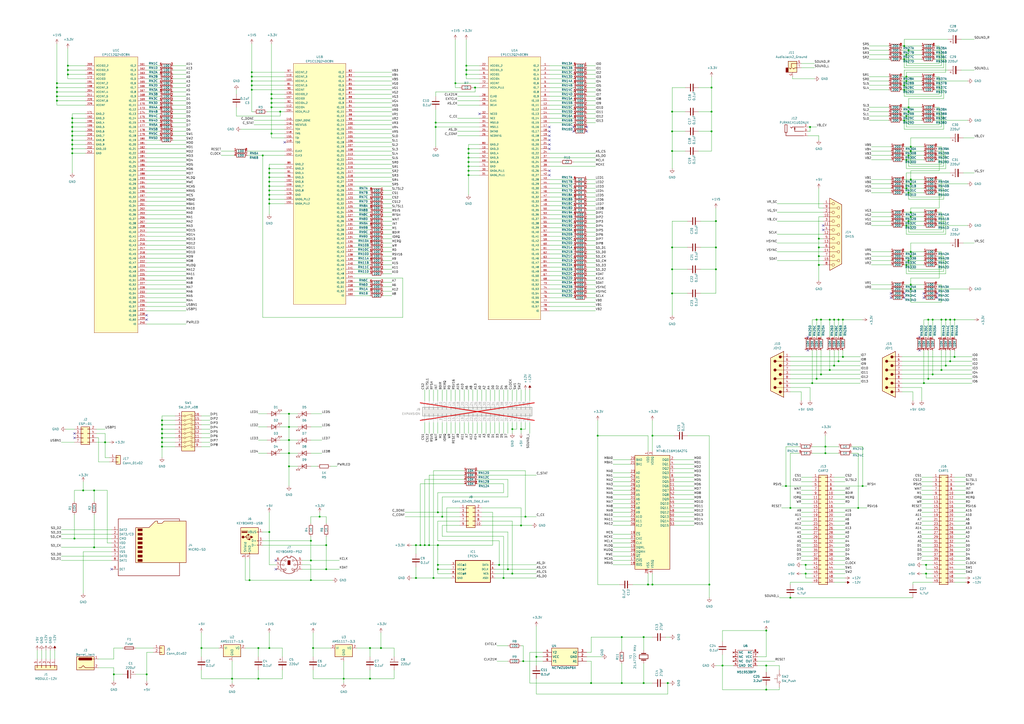
<source format=kicad_sch>
(kicad_sch (version 20230121) (generator eeschema)
  (paper "A2")
  (title_block (title "TRHMSX - A simple MSX2+ clone in FPGA") (date "2024-02-20") (rev "1.1") (company "The Retro Hacker") (comment 1 "Creative Commons Attribution-NonCommercial-ShareAlike 4.0 International License") (comment 2 "This work is licensed under a ") (comment 3 "A simple MSX2+ clone in FPGA") (comment 4 "TRHMSX"))
  (junction (at 458.47 346.71))
  (junction (at 43.18 312.42))
  (junction (at 167.64 247.65))
  (junction (at 152.4 90.17))
  (junction (at 220.98 375.92))
  (junction (at 528.32 85.09))
  (junction (at 41.91 83.82))
  (junction (at 185.42 299.72))
  (junction (at 39.37 43.18))
  (junction (at 467.36 332.74))
  (junction (at 527.05 128.27))
  (junction (at 538.48 185.42))
  (junction (at 412.75 50.8))
  (junction (at 524.51 26.67))
  (junction (at 156.21 105.41))
  (junction (at 528.32 125.73))
  (junction (at 297.18 332.74))
  (junction (at 524.51 34.29))
  (junction (at 149.86 375.92))
  (junction (at 488.95 207.01))
  (junction (at 146.05 49.53))
  (junction (at 41.91 86.36))
  (junction (at 116.84 375.92))
  (junction (at 478.79 262.89))
  (junction (at 415.29 128.27))
  (junction (at 275.59 50.8))
  (junction (at 271.78 96.52))
  (junction (at 254 316.23))
  (junction (at 252.73 71.12))
  (junction (at 528.32 104.14))
  (junction (at 156.21 118.11))
  (junction (at 157.48 54.61))
  (junction (at 387.35 396.24))
  (junction (at 415.29 156.21))
  (junction (at 41.91 78.74))
  (junction (at 180.34 325.12))
  (junction (at 455.93 281.94))
  (junction (at 156.21 308.61))
  (junction (at 524.51 52.07))
  (junction (at 458.47 294.64))
  (junction (at 214.63 393.7))
  (junction (at 167.64 255.27))
  (junction (at 528.32 146.05))
  (junction (at 270.51 38.1))
  (junction (at 162.56 64.77))
  (junction (at 524.51 49.53))
  (junction (at 548.64 212.09))
  (junction (at 473.71 185.42))
  (junction (at 389.89 156.21))
  (junction (at 85.09 391.16))
  (junction (at 41.91 76.2))
  (junction (at 551.18 185.42))
  (junction (at 525.78 46.99))
  (junction (at 93.98 243.84))
  (junction (at 243.84 316.23))
  (junction (at 156.21 100.33))
  (junction (at 271.78 99.06))
  (junction (at 342.9 396.24))
  (junction (at 157.48 57.15))
  (junction (at 254 297.18))
  (junction (at 444.5 365.76))
  (junction (at 167.64 262.89))
  (junction (at 553.72 207.01))
  (junction (at 528.32 148.59))
  (junction (at 157.48 77.47))
  (junction (at 303.53 383.54))
  (junction (at 271.78 86.36))
  (junction (at 375.92 339.09))
  (junction (at 546.1 185.42))
  (junction (at 144.78 336.55))
  (junction (at 378.46 339.09))
  (junction (at 389.89 76.2))
  (junction (at 66.04 391.16))
  (junction (at 146.05 44.45))
  (junction (at 373.38 369.57))
  (junction (at 486.41 209.55))
  (junction (at 389.89 143.51))
  (junction (at 471.17 222.25))
  (junction (at 93.98 254))
  (junction (at 271.78 101.6))
  (junction (at 157.48 59.69))
  (junction (at 535.94 222.25))
  (junction (at 415.29 143.51))
  (junction (at 93.98 251.46))
  (junction (at 548.64 185.42))
  (junction (at 412.75 64.77))
  (junction (at 302.26 248.92))
  (junction (at 93.98 259.08))
  (junction (at 497.84 294.64))
  (junction (at 419.1 386.08))
  (junction (at 60.96 256.54))
  (junction (at 33.02 48.26))
  (junction (at 389.89 170.18))
  (junction (at 378.46 252.73))
  (junction (at 444.5 400.05))
  (junction (at 541.02 185.42))
  (junction (at 41.91 81.28))
  (junction (at 488.95 185.42))
  (junction (at 41.91 71.12))
  (junction (at 360.68 369.57))
  (junction (at 33.02 50.8))
  (junction (at 93.98 256.54))
  (junction (at 189.23 316.23))
  (junction (at 146.05 46.99))
  (junction (at 525.78 130.81))
  (junction (at 251.46 335.28))
  (junction (at 294.64 330.2))
  (junction (at 478.79 259.08))
  (junction (at 146.05 41.91))
  (junction (at 180.34 336.55))
  (junction (at 411.48 339.09))
  (junction (at 551.18 209.55))
  (junction (at 156.21 113.03))
  (junction (at 297.18 248.92))
  (junction (at 389.89 87.63))
  (junction (at 48.26 284.48))
  (junction (at 474.98 138.43))
  (junction (at 483.87 185.42))
  (junction (at 524.51 69.85))
  (junction (at 271.78 91.44))
  (junction (at 33.02 58.42))
  (junction (at 149.86 393.7))
  (junction (at 254 327.66))
  (junction (at 525.78 153.67))
  (junction (at 271.78 88.9))
  (junction (at 252.73 73.66))
  (junction (at 486.41 185.42))
  (junction (at 527.05 111.76))
  (junction (at 156.21 102.87))
  (junction (at 346.71 252.73))
  (junction (at 289.56 327.66))
  (junction (at 528.32 123.19))
  (junction (at 246.38 316.23))
  (junction (at 412.75 76.2))
  (junction (at 93.98 248.92))
  (junction (at 474.98 153.67))
  (junction (at 538.48 219.71))
  (junction (at 525.78 92.71))
  (junction (at 271.78 93.98))
  (junction (at 41.91 73.66))
  (junction (at 254 330.2))
  (junction (at 525.78 67.31))
  (junction (at 476.25 217.17))
  (junction (at 181.61 375.92))
  (junction (at 389.89 64.77))
  (junction (at 528.32 165.1))
  (junction (at 528.32 87.63))
  (junction (at 248.92 316.23))
  (junction (at 156.21 97.79))
  (junction (at 304.8 299.72))
  (junction (at 469.9 73.66))
  (junction (at 292.1 335.28))
  (junction (at 537.21 332.74))
  (junction (at 134.62 393.7))
  (junction (at 156.21 375.92))
  (junction (at 311.15 381))
  (junction (at 167.64 270.51))
  (junction (at 302.26 304.8))
  (junction (at 199.39 393.7))
  (junction (at 527.05 62.23))
  (junction (at 474.98 143.51))
  (junction (at 41.91 88.9))
  (junction (at 525.78 109.22))
  (junction (at 527.05 29.21))
  (junction (at 483.87 212.09))
  (junction (at 39.37 40.64))
  (junction (at 525.78 31.75))
  (junction (at 241.3 316.23))
  (junction (at 525.78 44.45))
  (junction (at 500.38 281.94))
  (junction (at 527.05 90.17))
  (junction (at 167.64 240.03))
  (junction (at 481.33 185.42))
  (junction (at 33.02 53.34))
  (junction (at 527.05 151.13))
  (junction (at 156.21 115.57))
  (junction (at 546.1 214.63))
  (junction (at 537.21 327.66))
  (junction (at 553.72 185.42))
  (junction (at 157.48 62.23))
  (junction (at 481.33 214.63))
  (junction (at 527.05 64.77))
  (junction (at 373.38 396.24))
  (junction (at 189.23 330.2))
  (junction (at 241.3 335.28))
  (junction (at 476.25 185.42))
  (junction (at 444.5 386.08))
  (junction (at 156.21 110.49))
  (junction (at 541.02 217.17))
  (junction (at 180.34 313.69))
  (junction (at 33.02 55.88))
  (junction (at 528.32 106.68))
  (junction (at 256.54 299.72))
  (junction (at 39.37 38.1))
  (junction (at 360.68 396.24))
  (junction (at 473.71 219.71))
  (junction (at 54.61 317.5))
  (junction (at 270.51 40.64))
  (junction (at 467.36 327.66))
  (junction (at 54.61 284.48))
  (junction (at 270.51 43.18))
  (junction (at 214.63 375.92))
  (junction (at 528.32 167.64))
  (junction (at 146.05 52.07))
  (junction (at 264.16 48.26))
  (junction (at 41.91 68.58))
  (junction (at 474.98 148.59))
  (junction (at 93.98 246.38))
  (junction (at 156.21 107.95))
  (no_connect (at 477.52 133.35))
  (no_connect (at 340.36 73.66))
  (no_connect (at 278.13 66.04))
  (no_connect (at 543.56 172.72))
  (no_connect (at 524.51 170.18))
  (no_connect (at 318.77 76.2))
  (no_connect (at 318.77 73.66))
  (no_connect (at 535.94 170.18))
  (no_connect (at 85.09 182.88))
  (no_connect (at 318.77 99.06))
  (no_connect (at 318.77 86.36))
  (no_connect (at 533.4 203.2))
  (no_connect (at 43.18 251.46))
  (no_connect (at 340.36 76.2))
  (no_connect (at 160.02 330.2))
  (no_connect (at 477.52 130.81))
  (no_connect (at 318.77 83.82))
  (no_connect (at 332.74 76.2))
  (no_connect (at 524.51 172.72))
  (no_connect (at 318.77 78.74))
  (no_connect (at 533.4 195.58))
  (no_connect (at 332.74 73.66))
  (no_connect (at 165.1 82.55))
  (no_connect (at 468.63 203.2))
  (no_connect (at 318.77 81.28))
  (no_connect (at 516.89 172.72))
  (no_connect (at 318.77 101.6))
  (no_connect (at 64.77 330.2))
  (no_connect (at 543.56 170.18))
  (no_connect (at 535.94 172.72))
  (no_connect (at 43.18 254))
  (no_connect (at 468.63 195.58))
  (no_connect (at 85.09 185.42))
  (no_connect (at 160.02 325.12))
  (no_connect (at 516.89 170.18))
  (wire (pts (xy 535.94 222.25) (xy 563.88 222.25)))
  (wire (pts (xy 524.51 69.85) (xy 534.67 69.85)))
  (wire (pts (xy 355.6 276.86) (xy 365.76 276.86)))
  (wire (pts (xy 534.67 304.8) (xy 541.02 304.8)))
  (wire (pts (xy 205.74 77.47) (xy 227.33 77.47)))
  (wire (pts (xy 543.56 104.14) (xy 546.1 104.14)))
  (wire (pts (xy 340.36 127) (xy 345.44 127)))
  (wire (pts (xy 391.16 292.1) (xy 402.59 292.1)))
  (wire (pts (xy 389.89 87.63) (xy 389.89 97.79)))
  (wire (pts (xy 483.87 297.18) (xy 490.22 297.18)))
  (wire (pts (xy 302.26 304.8) (xy 308.61 304.8)))
  (wire (pts (xy 85.09 58.42) (xy 92.71 58.42)))
  (wire (pts (xy 55.88 256.54) (xy 60.96 256.54)))
  (wire (pts (xy 547.37 39.37) (xy 524.51 39.37)))
  (wire (pts (xy 93.98 248.92) (xy 101.6 248.92)))
  (wire (pts (xy 541.02 185.42) (xy 541.02 195.58)))
  (wire (pts (xy 474.98 125.73) (xy 474.98 138.43)))
  (wire (pts (xy 116.84 256.54) (xy 121.92 256.54)))
  (wire (pts (xy 63.5 256.54) (xy 60.96 256.54)))
  (wire (pts (xy 304.8 299.72) (xy 311.15 299.72)))
  (wire (pts (xy 391.16 294.64) (xy 402.59 294.64)))
  (wire (pts (xy 85.09 175.26) (xy 107.95 175.26)))
  (wire (pts (xy 156.21 97.79) (xy 156.21 100.33)))
  (wire (pts (xy 85.09 43.18) (xy 92.71 43.18)))
  (wire (pts (xy 54.61 298.45) (xy 54.61 317.5)))
  (wire (pts (xy 116.84 259.08) (xy 121.92 259.08)))
  (wire (pts (xy 346.71 243.84) (xy 346.71 252.73)))
  (wire (pts (xy 318.77 147.32) (xy 332.74 147.32)))
  (wire (pts (xy 254 316.23) (xy 254 327.66)))
  (wire (pts (xy 271.78 251.46) (xy 271.78 245.11)))
  (wire (pts (xy 504.19 62.23) (xy 515.62 62.23)))
  (wire (pts (xy 544.83 26.67) (xy 544.83 36.83)))
  (wire (pts (xy 524.51 49.53) (xy 534.67 49.53)))
  (wire (pts (xy 523.24 64.77) (xy 527.05 64.77)))
  (wire (pts (xy 241.3 316.23) (xy 243.84 316.23)))
  (wire (pts (xy 467.36 327.66) (xy 471.17 327.66)))
  (wire (pts (xy 246.38 278.13) (xy 246.38 316.23)))
  (wire (pts (xy 476.25 185.42) (xy 476.25 195.58)))
  (wire (pts (xy 274.32 232.41) (xy 274.32 226.06)))
  (wire (pts (xy 389.89 50.8) (xy 389.89 64.77)))
  (wire (pts (xy 205.74 168.91) (xy 214.63 168.91)))
  (wire (pts (xy 318.77 68.58) (xy 332.74 68.58)))
  (wire (pts (xy 346.71 339.09) (xy 359.41 339.09)))
  (wire (pts (xy 488.95 185.42) (xy 500.38 185.42)))
  (wire (pts (xy 93.98 241.3) (xy 101.6 241.3)))
  (wire (pts (xy 340.36 48.26) (xy 345.44 48.26)))
  (wire (pts (xy 340.36 157.48) (xy 345.44 157.48)))
  (wire (pts (xy 307.34 245.11) (xy 307.34 251.46)))
  (wire (pts (xy 471.17 259.08) (xy 478.79 259.08)))
  (wire (pts (xy 391.16 271.78) (xy 402.59 271.78)))
  (wire (pts (xy 419.1 365.76) (xy 444.5 365.76)))
  (wire (pts (xy 543.56 90.17) (xy 548.64 90.17)))
  (wire (pts (xy 85.09 152.4) (xy 107.95 152.4)))
  (wire (pts (xy 100.33 45.72) (xy 107.95 45.72)))
  (wire (pts (xy 543.56 146.05) (xy 546.1 146.05)))
  (wire (pts (xy 524.51 22.86) (xy 549.91 22.86)))
  (wire (pts (xy 528.32 175.26) (xy 528.32 167.64)))
  (wire (pts (xy 266.7 251.46) (xy 266.7 245.11)))
  (wire (pts (xy 373.38 369.57) (xy 378.46 369.57)))
  (wire (pts (xy 289.56 232.41) (xy 289.56 226.06)))
  (wire (pts (xy 542.29 69.85) (xy 561.34 69.85)))
  (wire (pts (xy 318.77 63.5) (xy 332.74 63.5)))
  (wire (pts (xy 85.09 180.34) (xy 107.95 180.34)))
  (wire (pts (xy 205.74 125.73) (xy 214.63 125.73)))
  (wire (pts (xy 340.36 144.78) (xy 345.44 144.78)))
  (wire (pts (xy 458.47 209.55) (xy 486.41 209.55)))
  (wire (pts (xy 85.09 38.1) (xy 92.71 38.1)))
  (wire (pts (xy 468.63 73.66) (xy 469.9 73.66)))
  (wire (pts (xy 228.6 393.7) (xy 214.63 393.7)))
  (wire (pts (xy 318.77 132.08) (xy 332.74 132.08)))
  (wire (pts (xy 261.62 327.66) (xy 254 327.66)))
  (wire (pts (xy 241.3 335.28) (xy 251.46 335.28)))
  (wire (pts (xy 271.78 96.52) (xy 271.78 99.06)))
  (wire (pts (xy 467.36 335.28) (xy 467.36 332.74)))
  (wire (pts (xy 523.24 214.63) (xy 546.1 214.63)))
  (wire (pts (xy 271.78 101.6) (xy 278.13 101.6)))
  (wire (pts (xy 318.77 127) (xy 332.74 127)))
  (wire (pts (xy 156.21 308.61) (xy 156.21 327.66)))
  (wire (pts (xy 474.98 109.22) (xy 474.98 120.65)))
  (wire (pts (xy 254 297.18) (xy 266.7 297.18)))
  (wire (pts (xy 63.5 267.97) (xy 57.15 267.97)))
  (wire (pts (xy 527.05 90.17) (xy 535.94 90.17)))
  (wire (pts (xy 146.05 41.91) (xy 146.05 25.4)))
  (wire (pts (xy 270.51 40.64) (xy 270.51 43.18)))
  (wire (pts (xy 21.59 377.19) (xy 21.59 382.27)))
  (wire (pts (xy 205.74 100.33) (xy 227.33 100.33)))
  (wire (pts (xy 534.67 314.96) (xy 541.02 314.96)))
  (wire (pts (xy 205.74 166.37) (xy 214.63 166.37)))
  (wire (pts (xy 534.67 325.12) (xy 541.02 325.12)))
  (wire (pts (xy 57.15 267.97) (xy 57.15 254)))
  (wire (pts (xy 214.63 375.92) (xy 214.63 381)))
  (wire (pts (xy 340.36 152.4) (xy 345.44 152.4)))
  (wire (pts (xy 471.17 335.28) (xy 467.36 335.28)))
  (wire (pts (xy 342.9 378.46) (xy 342.9 369.57)))
  (wire (pts (xy 534.67 224.79) (xy 534.67 232.41)))
  (wire (pts (xy 525.78 153.67) (xy 535.94 153.67)))
  (wire (pts (xy 304.8 245.11) (xy 304.8 248.92)))
  (wire (pts (xy 459.74 44.45) (xy 459.74 45.72)))
  (wire (pts (xy 464.82 289.56) (xy 471.17 289.56)))
  (wire (pts (xy 165.1 49.53) (xy 146.05 49.53)))
  (wire (pts (xy 523.24 31.75) (xy 525.78 31.75)))
  (wire (pts (xy 294.64 251.46) (xy 294.64 245.11)))
  (wire (pts (xy 100.33 58.42) (xy 107.95 58.42)))
  (wire (pts (xy 340.36 55.88) (xy 345.44 55.88)))
  (wire (pts (xy 43.18 290.83) (xy 43.18 284.48)))
  (wire (pts (xy 504.19 44.45) (xy 515.62 44.45)))
  (wire (pts (xy 535.94 185.42) (xy 538.48 185.42)))
  (wire (pts (xy 546.1 104.14) (xy 546.1 114.3)))
  (wire (pts (xy 222.25 158.75) (xy 227.33 158.75)))
  (wire (pts (xy 156.21 118.11) (xy 165.1 118.11)))
  (wire (pts (xy 318.77 139.7) (xy 332.74 139.7)))
  (wire (pts (xy 269.24 280.67) (xy 243.84 280.67)))
  (wire (pts (xy 415.29 386.08) (xy 419.1 386.08)))
  (wire (pts (xy 505.46 123.19) (xy 516.89 123.19)))
  (wire (pts (xy 553.72 297.18) (xy 560.07 297.18)))
  (wire (pts (xy 205.74 62.23) (xy 227.33 62.23)))
  (wire (pts (xy 534.67 322.58) (xy 541.02 322.58)))
  (wire (pts (xy 100.33 81.28) (xy 107.95 81.28)))
  (wire (pts (xy 378.46 396.24) (xy 373.38 396.24)))
  (wire (pts (xy 180.34 336.55) (xy 193.04 336.55)))
  (wire (pts (xy 266.7 302.26) (xy 254 302.26)))
  (wire (pts (xy 471.17 222.25) (xy 499.11 222.25)))
  (wire (pts (xy 222.25 171.45) (xy 227.33 171.45)))
  (wire (pts (xy 355.6 302.26) (xy 365.76 302.26)))
  (wire (pts (xy 43.18 298.45) (xy 43.18 312.42)))
  (wire (pts (xy 88.9 378.46) (xy 85.09 378.46)))
  (wire (pts (xy 318.77 177.8) (xy 345.44 177.8)))
  (wire (pts (xy 535.94 195.58) (xy 535.94 185.42)))
  (wire (pts (xy 537.21 335.28) (xy 537.21 332.74)))
  (wire (pts (xy 85.09 165.1) (xy 107.95 165.1)))
  (wire (pts (xy 222.25 135.89) (xy 227.33 135.89)))
  (wire (pts (xy 85.09 124.46) (xy 107.95 124.46)))
  (wire (pts (xy 455.93 259.08) (xy 455.93 281.94)))
  (wire (pts (xy 205.74 128.27) (xy 214.63 128.27)))
  (wire (pts (xy 180.34 327.66) (xy 180.34 336.55)))
  (wire (pts (xy 340.36 149.86) (xy 345.44 149.86)))
  (wire (pts (xy 543.56 109.22) (xy 547.37 109.22)))
  (wire (pts (xy 452.12 398.78) (xy 452.12 400.05)))
  (wire (pts (xy 486.41 203.2) (xy 486.41 209.55)))
  (wire (pts (xy 340.36 60.96) (xy 345.44 60.96)))
  (wire (pts (xy 523.24 34.29) (xy 524.51 34.29)))
  (wire (pts (xy 474.98 148.59) (xy 477.52 148.59)))
  (wire (pts (xy 256.54 304.8) (xy 256.54 311.15)))
  (wire (pts (xy 543.56 148.59) (xy 547.37 148.59)))
  (wire (pts (xy 387.35 402.59) (xy 387.35 396.24)))
  (wire (pts (xy 505.46 104.14) (xy 516.89 104.14)))
  (wire (pts (xy 156.21 113.03) (xy 165.1 113.03)))
  (wire (pts (xy 318.77 91.44) (xy 345.44 91.44)))
  (wire (pts (xy 180.34 311.15) (xy 180.34 313.69)))
  (wire (pts (xy 547.37 125.73) (xy 547.37 134.62)))
  (wire (pts (xy 528.32 140.97) (xy 528.32 146.05)))
  (wire (pts (xy 149.86 255.27) (xy 154.94 255.27)))
  (wire (pts (xy 464.82 304.8) (xy 471.17 304.8)))
  (wire (pts (xy 553.72 299.72) (xy 560.07 299.72)))
  (wire (pts (xy 355.6 312.42) (xy 365.76 312.42)))
  (wire (pts (xy 167.64 262.89) (xy 167.64 270.51)))
  (wire (pts (xy 528.32 165.1) (xy 535.94 165.1)))
  (wire (pts (xy 340.36 106.68) (xy 345.44 106.68)))
  (wire (pts (xy 254 232.41) (xy 254 226.06)))
  (wire (pts (xy 544.83 153.67) (xy 544.83 161.29)))
  (wire (pts (xy 355.6 274.32) (xy 365.76 274.32)))
  (wire (pts (xy 304.8 232.41) (xy 304.8 226.06)))
  (wire (pts (xy 271.78 83.82) (xy 271.78 86.36)))
  (wire (pts (xy 355.6 309.88) (xy 365.76 309.88)))
  (wire (pts (xy 542.29 64.77) (xy 546.1 64.77)))
  (wire (pts (xy 464.82 284.48) (xy 471.17 284.48)))
  (wire (pts (xy 534.67 302.26) (xy 541.02 302.26)))
  (wire (pts (xy 134.62 393.7) (xy 134.62 396.24)))
  (wire (pts (xy 553.72 330.2) (xy 560.07 330.2)))
  (wire (pts (xy 389.89 156.21) (xy 389.89 170.18)))
  (wire (pts (xy 450.85 118.11) (xy 477.52 118.11)))
  (wire (pts (xy 93.98 246.38) (xy 101.6 246.38)))
  (wire (pts (xy 294.64 278.13) (xy 294.64 288.29)))
  (wire (pts (xy 553.72 307.34) (xy 560.07 307.34)))
  (wire (pts (xy 157.48 77.47) (xy 157.48 62.23)))
  (wire (pts (xy 542.29 49.53) (xy 546.1 49.53)))
  (wire (pts (xy 340.36 172.72) (xy 345.44 172.72)))
  (wire (pts (xy 41.91 78.74) (xy 49.53 78.74)))
  (wire (pts (xy 527.05 151.13) (xy 527.05 157.48)))
  (wire (pts (xy 165.1 80.01) (xy 157.48 80.01)))
  (wire (pts (xy 318.77 116.84) (xy 332.74 116.84)))
  (wire (pts (xy 54.61 284.48) (xy 54.61 290.83)))
  (wire (pts (xy 546.1 29.21) (xy 546.1 38.1)))
  (wire (pts (xy 297.18 251.46) (xy 297.18 248.92)))
  (wire (pts (xy 48.26 284.48) (xy 48.26 279.4)))
  (wire (pts (xy 452.12 400.05) (xy 444.5 400.05)))
  (wire (pts (xy 527.05 115.57) (xy 547.37 115.57)))
  (wire (pts (xy 85.09 71.12) (xy 92.71 71.12)))
  (wire (pts (xy 205.74 148.59) (xy 214.63 148.59)))
  (wire (pts (xy 355.6 289.56) (xy 365.76 289.56)))
  (wire (pts (xy 537.21 330.2) (xy 537.21 327.66)))
  (wire (pts (xy 483.87 212.09) (xy 499.11 212.09)))
  (wire (pts (xy 543.56 130.81) (xy 561.34 130.81)))
  (wire (pts (xy 85.09 157.48) (xy 107.95 157.48)))
  (wire (pts (xy 355.6 327.66) (xy 365.76 327.66)))
  (wire (pts (xy 471.17 203.2) (xy 471.17 222.25)))
  (wire (pts (xy 139.7 74.93) (xy 165.1 74.93)))
  (wire (pts (xy 175.26 327.66) (xy 180.34 327.66)))
  (wire (pts (xy 85.09 91.44) (xy 107.95 91.44)))
  (wire (pts (xy 222.25 118.11) (xy 227.33 118.11)))
  (wire (pts (xy 464.82 302.26) (xy 471.17 302.26)))
  (wire (pts (xy 340.36 147.32) (xy 345.44 147.32)))
  (wire (pts (xy 85.09 50.8) (xy 92.71 50.8)))
  (wire (pts (xy 93.98 241.3) (xy 93.98 243.84)))
  (wire (pts (xy 525.78 44.45) (xy 534.67 44.45)))
  (wire (pts (xy 233.68 184.15) (xy 152.4 184.15)))
  (wire (pts (xy 471.17 330.2) (xy 467.36 330.2)))
  (wire (pts (xy 391.16 269.24) (xy 402.59 269.24)))
  (wire (pts (xy 547.37 74.93) (xy 524.51 74.93)))
  (wire (pts (xy 297.18 232.41) (xy 297.18 226.06)))
  (wire (pts (xy 93.98 251.46) (xy 101.6 251.46)))
  (wire (pts (xy 481.33 185.42) (xy 483.87 185.42)))
  (wire (pts (xy 505.46 148.59) (xy 516.89 148.59)))
  (wire (pts (xy 471.17 195.58) (xy 471.17 185.42)))
  (wire (pts (xy 318.77 157.48) (xy 332.74 157.48)))
  (wire (pts (xy 85.09 101.6) (xy 107.95 101.6)))
  (wire (pts (xy 340.36 116.84) (xy 345.44 116.84)))
  (wire (pts (xy 266.7 50.8) (xy 264.16 50.8)))
  (wire (pts (xy 266.7 294.64) (xy 259.08 294.64)))
  (wire (pts (xy 222.25 151.13) (xy 227.33 151.13)))
  (wire (pts (xy 156.21 102.87) (xy 156.21 105.41)))
  (wire (pts (xy 85.09 55.88) (xy 92.71 55.88)))
  (wire (pts (xy 35.56 322.58) (xy 64.77 322.58)))
  (wire (pts (xy 504.19 34.29) (xy 515.62 34.29)))
  (wire (pts (xy 543.56 167.64) (xy 561.34 167.64)))
  (wire (pts (xy 504.19 67.31) (xy 515.62 67.31)))
  (wire (pts (xy 93.98 243.84) (xy 93.98 246.38)))
  (wire (pts (xy 318.77 88.9) (xy 345.44 88.9)))
  (wire (pts (xy 523.24 217.17) (xy 541.02 217.17)))
  (wire (pts (xy 483.87 185.42) (xy 483.87 195.58)))
  (wire (pts (xy 154.94 64.77) (xy 162.56 64.77)))
  (wire (pts (xy 270.51 38.1) (xy 270.51 40.64)))
  (wire (pts (xy 483.87 330.2) (xy 490.22 330.2)))
  (wire (pts (xy 156.21 97.79) (xy 165.1 97.79)))
  (wire (pts (xy 525.78 31.75) (xy 534.67 31.75)))
  (wire (pts (xy 458.47 214.63) (xy 481.33 214.63)))
  (wire (pts (xy 453.39 281.94) (xy 455.93 281.94)))
  (wire (pts (xy 458.47 262.89) (xy 458.47 294.64)))
  (wire (pts (xy 546.1 175.26) (xy 528.32 175.26)))
  (wire (pts (xy 85.09 104.14) (xy 107.95 104.14)))
  (wire (pts (xy 464.82 317.5) (xy 471.17 317.5)))
  (wire (pts (xy 222.25 146.05) (xy 227.33 146.05)))
  (wire (pts (xy 340.36 111.76) (xy 345.44 111.76)))
  (wire (pts (xy 66.04 387.35) (xy 66.04 391.16)))
  (wire (pts (xy 281.94 251.46) (xy 281.94 245.11)))
  (wire (pts (xy 205.74 67.31) (xy 227.33 67.31)))
  (wire (pts (xy 274.32 50.8) (xy 275.59 50.8)))
  (wire (pts (xy 167.64 240.03) (xy 172.72 240.03)))
  (wire (pts (xy 167.64 240.03) (xy 167.64 247.65)))
  (wire (pts (xy 444.5 400.05) (xy 419.1 400.05)))
  (wire (pts (xy 287.02 327.66) (xy 289.56 327.66)))
  (wire (pts (xy 504.19 49.53) (xy 515.62 49.53)))
  (wire (pts (xy 55.88 248.92) (xy 60.96 248.92)))
  (wire (pts (xy 271.78 88.9) (xy 278.13 88.9)))
  (wire (pts (xy 464.82 320.04) (xy 471.17 320.04)))
  (wire (pts (xy 85.09 116.84) (xy 107.95 116.84)))
  (wire (pts (xy 483.87 185.42) (xy 486.41 185.42)))
  (wire (pts (xy 116.84 375.92) (xy 127 375.92)))
  (wire (pts (xy 500.38 259.08) (xy 500.38 281.94)))
  (wire (pts (xy 311.15 402.59) (xy 387.35 402.59)))
  (wire (pts (xy 504.19 52.07) (xy 515.62 52.07)))
  (wire (pts (xy 527.05 36.83) (xy 527.05 29.21)))
  (wire (pts (xy 252.73 71.12) (xy 278.13 71.12)))
  (wire (pts (xy 175.26 330.2) (xy 189.23 330.2)))
  (wire (pts (xy 172.72 262.89) (xy 167.64 262.89)))
  (wire (pts (xy 259.08 232.41) (xy 259.08 226.06)))
  (wire (pts (xy 205.74 85.09) (xy 227.33 85.09)))
  (wire (pts (xy 528.32 99.06) (xy 528.32 104.14)))
  (wire (pts (xy 137.16 67.31) (xy 162.56 67.31)))
  (wire (pts (xy 524.51 55.88) (xy 546.1 55.88)))
  (wire (pts (xy 553.72 332.74) (xy 560.07 332.74)))
  (wire (pts (xy 180.34 299.72) (xy 185.42 299.72)))
  (wire (pts (xy 156.21 115.57) (xy 156.21 118.11)))
  (wire (pts (xy 538.48 185.42) (xy 541.02 185.42)))
  (wire (pts (xy 116.84 393.7) (xy 134.62 393.7)))
  (wire (pts (xy 497.84 262.89) (xy 497.84 294.64)))
  (wire (pts (xy 528.32 114.3) (xy 528.32 106.68)))
  (wire (pts (xy 537.21 327.66) (xy 541.02 327.66)))
  (wire (pts (xy 464.82 314.96) (xy 471.17 314.96)))
  (wire (pts (xy 85.09 129.54) (xy 107.95 129.54)))
  (wire (pts (xy 459.74 45.72) (xy 472.44 45.72)))
  (wire (pts (xy 463.55 262.89) (xy 458.47 262.89)))
  (wire (pts (xy 41.91 66.04) (xy 41.91 68.58)))
  (wire (pts (xy 546.1 85.09) (xy 546.1 95.25)))
  (wire (pts (xy 483.87 287.02) (xy 490.22 287.02)))
  (wire (pts (xy 342.9 369.57) (xy 360.68 369.57)))
  (wire (pts (xy 248.92 251.46) (xy 248.92 245.11)))
  (wire (pts (xy 241.3 328.93) (xy 241.3 335.28)))
  (wire (pts (xy 318.77 104.14) (xy 332.74 104.14)))
  (wire (pts (xy 24.13 377.19) (xy 24.13 382.27)))
  (wire (pts (xy 41.91 68.58) (xy 41.91 71.12)))
  (wire (pts (xy 307.34 396.24) (xy 342.9 396.24)))
  (wire (pts (xy 276.86 275.59) (xy 311.15 275.59)))
  (wire (pts (xy 483.87 335.28) (xy 490.22 335.28)))
  (wire (pts (xy 483.87 276.86) (xy 490.22 276.86)))
  (wire (pts (xy 85.09 99.06) (xy 107.95 99.06)))
  (wire (pts (xy 525.78 54.61) (xy 525.78 46.99)))
  (wire (pts (xy 85.09 73.66) (xy 92.71 73.66)))
  (wire (pts (xy 248.92 316.23) (xy 254 316.23)))
  (wire (pts (xy 378.46 252.73) (xy 378.46 261.62)))
  (wire (pts (xy 62.23 284.48) (xy 54.61 284.48)))
  (wire (pts (xy 85.09 177.8) (xy 107.95 177.8)))
  (wire (pts (xy 378.46 243.84) (xy 378.46 252.73)))
  (wire (pts (xy 340.36 139.7) (xy 345.44 139.7)))
  (wire (pts (xy 41.91 88.9) (xy 41.91 100.33)))
  (wire (pts (xy 271.78 93.98) (xy 278.13 93.98)))
  (wire (pts (xy 207.01 375.92) (xy 214.63 375.92)))
  (wire (pts (xy 85.09 378.46) (xy 85.09 391.16)))
  (wire (pts (xy 318.77 114.3) (xy 332.74 114.3)))
  (wire (pts (xy 391.16 266.7) (xy 402.59 266.7)))
  (wire (pts (xy 85.09 93.98) (xy 107.95 93.98)))
  (wire (pts (xy 270.51 43.18) (xy 278.13 43.18)))
  (wire (pts (xy 524.51 69.85) (xy 524.51 74.93)))
  (wire (pts (xy 35.56 309.88) (xy 64.77 309.88)))
  (wire (pts (xy 397.51 64.77) (xy 389.89 64.77)))
  (wire (pts (xy 35.56 256.54) (xy 43.18 256.54)))
  (wire (pts (xy 524.51 52.07) (xy 534.67 52.07)))
  (wire (pts (xy 543.56 85.09) (xy 546.1 85.09)))
  (wire (pts (xy 547.37 52.07) (xy 547.37 57.15)))
  (wire (pts (xy 41.91 73.66) (xy 41.91 76.2)))
  (wire (pts (xy 78.74 375.92) (xy 88.9 375.92)))
  (wire (pts (xy 180.34 303.53) (xy 180.34 299.72)))
  (wire (pts (xy 548.64 203.2) (xy 548.64 212.09)))
  (wire (pts (xy 307.34 232.41) (xy 307.34 226.06)))
  (wire (pts (xy 265.43 78.74) (xy 278.13 78.74)))
  (wire (pts (xy 307.34 378.46) (xy 314.96 378.46)))
  (wire (pts (xy 66.04 375.92) (xy 71.12 375.92)))
  (wire (pts (xy 93.98 256.54) (xy 93.98 259.08)))
  (wire (pts (xy 116.84 388.62) (xy 116.84 393.7)))
  (wire (pts (xy 318.77 124.46) (xy 332.74 124.46)))
  (wire (pts (xy 222.25 163.83) (xy 227.33 163.83)))
  (wire (pts (xy 469.9 76.2) (xy 469.9 73.66)))
  (wire (pts (xy 528.32 161.29) (xy 544.83 161.29)))
  (wire (pts (xy 269.24 275.59) (xy 248.92 275.59)))
  (wire (pts (xy 149.86 262.89) (xy 154.94 262.89)))
  (wire (pts (xy 49.53 58.42) (xy 33.02 58.42)))
  (wire (pts (xy 49.53 45.72) (xy 39.37 45.72)))
  (wire (pts (xy 165.1 62.23) (xy 157.48 62.23)))
  (wire (pts (xy 534.67 312.42) (xy 541.02 312.42)))
  (wire (pts (xy 523.24 209.55) (xy 551.18 209.55)))
  (wire (pts (xy 340.36 119.38) (xy 345.44 119.38)))
  (wire (pts (xy 254 316.23) (xy 285.75 316.23)))
  (wire (pts (xy 318.77 55.88) (xy 332.74 55.88)))
  (wire (pts (xy 543.56 125.73) (xy 547.37 125.73)))
  (wire (pts (xy 318.77 170.18) (xy 332.74 170.18)))
  (wire (pts (xy 318.77 165.1) (xy 332.74 165.1)))
  (wire (pts (xy 205.74 59.69) (xy 227.33 59.69)))
  (wire (pts (xy 453.39 294.64) (xy 458.47 294.64)))
  (wire (pts (xy 473.71 185.42) (xy 476.25 185.42)))
  (wire (pts (xy 181.61 375.92) (xy 181.61 381)))
  (wire (pts (xy 270.51 40.64) (xy 278.13 40.64)))
  (wire (pts (xy 271.78 91.44) (xy 271.78 93.98)))
  (wire (pts (xy 33.02 55.88) (xy 33.02 53.34)))
  (wire (pts (xy 548.64 128.27) (xy 548.64 135.89)))
  (wire (pts (xy 146.05 44.45) (xy 146.05 41.91)))
  (wire (pts (xy 156.21 105.41) (xy 165.1 105.41)))
  (wire (pts (xy 116.84 375.92) (xy 116.84 381)))
  (wire (pts (xy 476.25 217.17) (xy 499.11 217.17)))
  (wire (pts (xy 538.48 203.2) (xy 538.48 219.71)))
  (wire (pts (xy 33.02 53.34) (xy 33.02 50.8)))
  (wire (pts (xy 405.13 64.77) (xy 412.75 64.77)))
  (wire (pts (xy 542.29 44.45) (xy 544.83 44.45)))
  (wire (pts (xy 504.19 69.85) (xy 515.62 69.85)))
  (wire (pts (xy 332.74 93.98) (xy 345.44 93.98)))
  (wire (pts (xy 43.18 284.48) (xy 48.26 284.48)))
  (wire (pts (xy 156.21 95.25) (xy 156.21 97.79)))
  (wire (pts (xy 228.6 388.62) (xy 228.6 393.7)))
  (wire (pts (xy 156.21 367.03) (xy 156.21 375.92)))
  (wire (pts (xy 85.09 149.86) (xy 107.95 149.86)))
  (wire (pts (xy 412.75 76.2) (xy 412.75 87.63)))
  (wire (pts (xy 256.54 288.29) (xy 256.54 299.72)))
  (wire (pts (xy 222.25 138.43) (xy 227.33 138.43)))
  (wire (pts (xy 35.56 317.5) (xy 54.61 317.5)))
  (wire (pts (xy 355.6 284.48) (xy 365.76 284.48)))
  (wire (pts (xy 100.33 38.1) (xy 107.95 38.1)))
  (wire (pts (xy 270.51 45.72) (xy 270.51 43.18)))
  (wire (pts (xy 340.36 38.1) (xy 345.44 38.1)))
  (wire (pts (xy 279.4 294.64) (xy 302.26 294.64)))
  (wire (pts (xy 85.09 96.52) (xy 107.95 96.52)))
  (wire (pts (xy 483.87 299.72) (xy 490.22 299.72)))
  (wire (pts (xy 464.82 36.83) (xy 472.44 36.83)))
  (wire (pts (xy 205.74 158.75) (xy 214.63 158.75)))
  (wire (pts (xy 146.05 46.99) (xy 146.05 44.45)))
  (wire (pts (xy 85.09 162.56) (xy 107.95 162.56)))
  (wire (pts (xy 444.5 381) (xy 439.42 381)))
  (wire (pts (xy 271.78 232.41) (xy 271.78 226.06)))
  (wire (pts (xy 205.74 54.61) (xy 227.33 54.61)))
  (wire (pts (xy 251.46 335.28) (xy 261.62 335.28)))
  (wire (pts (xy 175.26 325.12) (xy 180.34 325.12)))
  (wire (pts (xy 222.25 148.59) (xy 227.33 148.59)))
  (wire (pts (xy 523.24 207.01) (xy 553.72 207.01)))
  (wire (pts (xy 93.98 248.92) (xy 93.98 251.46)))
  (wire (pts (xy 340.36 53.34) (xy 345.44 53.34)))
  (wire (pts (xy 557.53 22.86) (xy 565.15 22.86)))
  (wire (pts (xy 57.15 254) (xy 55.88 254)))
  (wire (pts (xy 355.6 266.7) (xy 365.76 266.7)))
  (wire (pts (xy 387.35 396.24) (xy 388.62 396.24)))
  (wire (pts (xy 66.04 391.16) (xy 71.12 391.16)))
  (wire (pts (xy 276.86 251.46) (xy 276.86 245.11)))
  (wire (pts (xy 558.8 80.01) (xy 565.15 80.01)))
  (wire (pts (xy 85.09 119.38) (xy 107.95 119.38)))
  (wire (pts (xy 340.36 124.46) (xy 345.44 124.46)))
  (wire (pts (xy 543.56 128.27) (xy 548.64 128.27)))
  (wire (pts (xy 297.18 302.26) (xy 297.18 332.74)))
  (wire (pts (xy 386.08 396.24) (xy 387.35 396.24)))
  (wire (pts (xy 527.05 128.27) (xy 535.94 128.27)))
  (wire (pts (xy 483.87 304.8) (xy 490.22 304.8)))
  (wire (pts (xy 553.72 304.8) (xy 560.07 304.8)))
  (wire (pts (xy 375.92 339.09) (xy 367.03 339.09)))
  (wire (pts (xy 85.09 48.26) (xy 92.71 48.26)))
  (wire (pts (xy 259.08 251.46) (xy 259.08 245.11)))
  (wire (pts (xy 318.77 154.94) (xy 332.74 154.94)))
  (wire (pts (xy 165.1 44.45) (xy 146.05 44.45)))
  (wire (pts (xy 534.67 299.72) (xy 541.02 299.72)))
  (wire (pts (xy 355.6 297.18) (xy 365.76 297.18)))
  (wire (pts (xy 527.05 157.48) (xy 547.37 157.48)))
  (wire (pts (xy 252.73 73.66) (xy 252.73 85.09)))
  (wire (pts (xy 458.47 294.64) (xy 471.17 294.64)))
  (wire (pts (xy 541.02 185.42) (xy 546.1 185.42)))
  (wire (pts (xy 547.37 57.15) (xy 527.05 57.15)))
  (wire (pts (xy 162.56 262.89) (xy 167.64 262.89)))
  (wire (pts (xy 444.5 386.08) (xy 452.12 386.08)))
  (wire (pts (xy 66.04 382.27) (xy 66.04 375.92)))
  (wire (pts (xy 205.74 97.79) (xy 227.33 97.79)))
  (wire (pts (xy 538.48 219.71) (xy 563.88 219.71)))
  (wire (pts (xy 525.78 109.22) (xy 535.94 109.22)))
  (wire (pts (xy 292.1 335.28) (xy 311.15 335.28)))
  (wire (pts (xy 33.02 58.42) (xy 33.02 55.88)))
  (wire (pts (xy 505.46 87.63) (xy 516.89 87.63)))
  (wire (pts (xy 546.1 123.19) (xy 546.1 133.35)))
  (wire (pts (xy 302.26 232.41) (xy 302.26 226.06)))
  (wire (pts (xy 391.16 252.73) (xy 378.46 252.73)))
  (wire (pts (xy 156.21 113.03) (xy 156.21 115.57)))
  (wire (pts (xy 85.09 134.62) (xy 107.95 134.62)))
  (wire (pts (xy 386.08 369.57) (xy 388.62 369.57)))
  (wire (pts (xy 391.16 297.18) (xy 402.59 297.18)))
  (wire (pts (xy 149.86 388.62) (xy 149.86 393.7)))
  (wire (pts (xy 265.43 60.96) (xy 278.13 60.96)))
  (wire (pts (xy 222.25 166.37) (xy 227.33 166.37)))
  (wire (pts (xy 444.5 386.08) (xy 444.5 389.89)))
  (wire (pts (xy 525.78 41.91) (xy 525.78 44.45)))
  (wire (pts (xy 287.02 335.28) (xy 292.1 335.28)))
  (wire (pts (xy 527.05 134.62) (xy 547.37 134.62)))
  (wire (pts (xy 287.02 330.2) (xy 294.64 330.2)))
  (wire (pts (xy 389.89 87.63) (xy 397.51 87.63)))
  (wire (pts (xy 254 302.26) (xy 254 313.69)))
  (wire (pts (xy 167.64 247.65) (xy 172.72 247.65)))
  (wire (pts (xy 529.59 337.82) (xy 529.59 339.09)))
  (wire (pts (xy 289.56 251.46) (xy 289.56 245.11)))
  (wire (pts (xy 524.51 39.37) (xy 524.51 34.29)))
  (wire (pts (xy 85.09 60.96) (xy 92.71 60.96)))
  (wire (pts (xy 189.23 330.2) (xy 196.85 330.2)))
  (wire (pts (xy 546.1 114.3) (xy 528.32 114.3)))
  (wire (pts (xy 205.74 46.99) (xy 227.33 46.99)))
  (wire (pts (xy 180.34 247.65) (xy 186.69 247.65)))
  (wire (pts (xy 415.29 128.27) (xy 415.29 143.51)))
  (wire (pts (xy 205.74 44.45) (xy 227.33 44.45)))
  (wire (pts (xy 473.71 185.42) (xy 473.71 195.58)))
  (wire (pts (xy 128.27 87.63) (xy 135.89 87.63)))
  (wire (pts (xy 181.61 375.92) (xy 191.77 375.92)))
  (wire (pts (xy 504.19 29.21) (xy 515.62 29.21)))
  (wire (pts (xy 205.74 107.95) (xy 227.33 107.95)))
  (wire (pts (xy 271.78 86.36) (xy 278.13 86.36)))
  (wire (pts (xy 544.83 62.23) (xy 544.83 72.39)))
  (wire (pts (xy 444.5 397.51) (xy 444.5 400.05)))
  (wire (pts (xy 544.83 92.71) (xy 544.83 99.06)))
  (wire (pts (xy 553.72 289.56) (xy 560.07 289.56)))
  (wire (pts (xy 340.36 160.02) (xy 345.44 160.02)))
  (wire (pts (xy 299.72 248.92) (xy 297.18 248.92)))
  (wire (pts (xy 243.84 316.23) (xy 246.38 316.23)))
  (wire (pts (xy 411.48 339.09) (xy 411.48 346.71)))
  (wire (pts (xy 458.47 227.33) (xy 464.82 227.33)))
  (wire (pts (xy 524.51 34.29) (xy 534.67 34.29)))
  (wire (pts (xy 100.33 71.12) (xy 107.95 71.12)))
  (wire (pts (xy 35.56 312.42) (xy 43.18 312.42)))
  (wire (pts (xy 483.87 281.94) (xy 500.38 281.94)))
  (wire (pts (xy 415.29 156.21) (xy 415.29 170.18)))
  (wire (pts (xy 318.77 58.42) (xy 332.74 58.42)))
  (wire (pts (xy 116.84 248.92) (xy 121.92 248.92)))
  (wire (pts (xy 29.21 377.19) (xy 29.21 382.27)))
  (wire (pts (xy 85.09 137.16) (xy 107.95 137.16)))
  (wire (pts (xy 116.84 367.03) (xy 116.84 375.92)))
  (wire (pts (xy 483.87 332.74) (xy 490.22 332.74)))
  (wire (pts (xy 269.24 278.13) (xy 246.38 278.13)))
  (wire (pts (xy 534.67 276.86) (xy 541.02 276.86)))
  (wire (pts (xy 41.91 86.36) (xy 49.53 86.36)))
  (wire (pts (xy 527.05 151.13) (xy 535.94 151.13)))
  (wire (pts (xy 528.32 133.35) (xy 528.32 125.73)))
  (wire (pts (xy 222.25 110.49) (xy 227.33 110.49)))
  (wire (pts (xy 238.76 335.28) (xy 241.3 335.28)))
  (wire (pts (xy 307.34 378.46) (xy 307.34 396.24)))
  (wire (pts (xy 35.56 325.12) (xy 64.77 325.12)))
  (wire (pts (xy 33.02 50.8) (xy 33.02 48.26)))
  (wire (pts (xy 49.53 66.04) (xy 41.91 66.04)))
  (wire (pts (xy 264.16 232.41) (xy 264.16 226.06)))
  (wire (pts (xy 464.82 312.42) (xy 471.17 312.42)))
  (wire (pts (xy 93.98 243.84) (xy 101.6 243.84)))
  (wire (pts (xy 340.36 114.3) (xy 345.44 114.3)))
  (wire (pts (xy 156.21 107.95) (xy 165.1 107.95)))
  (wire (pts (xy 254 285.75) (xy 254 297.18)))
  (wire (pts (xy 49.53 60.96) (xy 33.02 60.96)))
  (wire (pts (xy 523.24 62.23) (xy 527.05 62.23)))
  (wire (pts (xy 31.75 377.19) (xy 31.75 382.27)))
  (wire (pts (xy 205.74 110.49) (xy 214.63 110.49)))
  (wire (pts (xy 189.23 316.23) (xy 189.23 330.2)))
  (wire (pts (xy 185.42 299.72) (xy 185.42 297.18)))
  (wire (pts (xy 473.71 219.71) (xy 499.11 219.71)))
  (wire (pts (xy 474.98 143.51) (xy 474.98 148.59)))
  (wire (pts (xy 391.16 299.72) (xy 402.59 299.72)))
  (wire (pts (xy 546.1 185.42) (xy 548.64 185.42)))
  (wire (pts (xy 49.53 40.64) (xy 39.37 40.64)))
  (wire (pts (xy 524.51 151.13) (xy 527.05 151.13)))
  (wire (pts (xy 494.03 259.08) (xy 500.38 259.08)))
  (wire (pts (xy 542.29 26.67) (xy 544.83 26.67)))
  (wire (pts (xy 157.48 80.01) (xy 157.48 77.47)))
  (wire (pts (xy 116.84 254) (xy 121.92 254)))
  (wire (pts (xy 85.09 132.08) (xy 107.95 132.08)))
  (wire (pts (xy 542.29 31.75) (xy 547.37 31.75)))
  (wire (pts (xy 33.02 60.96) (xy 33.02 58.42)))
  (wire (pts (xy 483.87 327.66) (xy 490.22 327.66)))
  (wire (pts (xy 450.85 123.19) (xy 477.52 123.19)))
  (wire (pts (xy 527.05 57.15) (xy 527.05 62.23)))
  (wire (pts (xy 271.78 99.06) (xy 278.13 99.06)))
  (wire (pts (xy 529.59 227.33) (xy 529.59 232.41)))
  (wire (pts (xy 419.1 386.08) (xy 425.45 386.08)))
  (wire (pts (xy 269.24 273.05) (xy 251.46 273.05)))
  (wire (pts (xy 464.82 299.72) (xy 471.17 299.72)))
  (wire (pts (xy 246.38 251.46) (xy 246.38 245.11)))
  (wire (pts (xy 546.1 146.05) (xy 546.1 156.21)))
  (wire (pts (xy 205.74 120.65) (xy 214.63 120.65)))
  (wire (pts (xy 100.33 43.18) (xy 107.95 43.18)))
  (wire (pts (xy 373.38 377.19) (xy 373.38 369.57)))
  (wire (pts (xy 439.42 383.54) (xy 449.58 383.54)))
  (wire (pts (xy 535.94 203.2) (xy 535.94 222.25)))
  (wire (pts (xy 523.24 44.45) (xy 525.78 44.45)))
  (wire (pts (xy 553.72 309.88) (xy 560.07 309.88)))
  (wire (pts (xy 152.4 90.17) (xy 165.1 90.17)))
  (wire (pts (xy 467.36 330.2) (xy 467.36 327.66)))
  (wire (pts (xy 458.47 222.25) (xy 471.17 222.25)))
  (wire (pts (xy 156.21 102.87) (xy 165.1 102.87)))
  (wire (pts (xy 553.72 185.42) (xy 553.72 195.58)))
  (wire (pts (xy 471.17 185.42) (xy 473.71 185.42)))
  (wire (pts (xy 165.1 95.25) (xy 156.21 95.25)))
  (wire (pts (xy 205.74 146.05) (xy 214.63 146.05)))
  (wire (pts (xy 93.98 254) (xy 101.6 254)))
  (wire (pts (xy 474.98 78.74) (xy 474.98 81.28)))
  (wire (pts (xy 452.12 346.71) (xy 458.47 346.71)))
  (wire (pts (xy 548.64 97.79) (xy 525.78 97.79)))
  (wire (pts (xy 360.68 384.81) (xy 360.68 396.24)))
  (wire (pts (xy 146.05 64.77) (xy 147.32 64.77)))
  (wire (pts (xy 412.75 44.45) (xy 412.75 50.8)))
  (wire (pts (xy 220.98 367.03) (xy 220.98 375.92)))
  (wire (pts (xy 483.87 203.2) (xy 483.87 212.09)))
  (wire (pts (xy 205.74 130.81) (xy 214.63 130.81)))
  (wire (pts (xy 553.72 327.66) (xy 560.07 327.66)))
  (wire (pts (xy 415.29 120.65) (xy 415.29 128.27)))
  (wire (pts (xy 116.84 241.3) (xy 121.92 241.3)))
  (wire (pts (xy 205.74 133.35) (xy 214.63 133.35)))
  (wire (pts (xy 252.73 53.34) (xy 275.59 53.34)))
  (wire (pts (xy 483.87 322.58) (xy 490.22 322.58)))
  (wire (pts (xy 49.53 50.8) (xy 33.02 50.8)))
  (wire (pts (xy 189.23 303.53) (xy 189.23 299.72)))
  (wire (pts (xy 534.67 294.64) (xy 541.02 294.64)))
  (wire (pts (xy 279.4 299.72) (xy 304.8 299.72)))
  (wire (pts (xy 261.62 332.74) (xy 254 332.74)))
  (wire (pts (xy 93.98 259.08) (xy 93.98 265.43)))
  (wire (pts (xy 528.32 123.19) (xy 535.94 123.19)))
  (wire (pts (xy 525.78 38.1) (xy 546.1 38.1)))
  (wire (pts (xy 284.48 251.46) (xy 284.48 245.11)))
  (wire (pts (xy 527.05 115.57) (xy 527.05 111.76)))
  (wire (pts (xy 156.21 105.41) (xy 156.21 107.95)))
  (wire (pts (xy 269.24 232.41) (xy 269.24 226.06)))
  (wire (pts (xy 525.78 67.31) (xy 525.78 73.66)))
  (wire (pts (xy 270.51 38.1) (xy 278.13 38.1)))
  (wire (pts (xy 144.78 323.85) (xy 144.78 336.55)))
  (wire (pts (xy 275.59 53.34) (xy 275.59 50.8)))
  (wire (pts (xy 303.53 374.65) (xy 303.53 383.54)))
  (wire (pts (xy 544.83 120.65) (xy 528.32 120.65)))
  (wire (pts (xy 340.36 154.94) (xy 345.44 154.94)))
  (wire (pts (xy 523.24 29.21) (xy 527.05 29.21)))
  (wire (pts (xy 543.56 111.76) (xy 544.83 111.76)))
  (wire (pts (xy 278.13 83.82) (xy 271.78 83.82)))
  (wire (pts (xy 205.74 138.43) (xy 214.63 138.43)))
  (wire (pts (xy 452.12 386.08) (xy 452.12 388.62)))
  (wire (pts (xy 156.21 327.66) (xy 160.02 327.66)))
  (wire (pts (xy 156.21 110.49) (xy 165.1 110.49)))
  (wire (pts (xy 318.77 60.96) (xy 332.74 60.96)))
  (wire (pts (xy 505.46 125.73) (xy 516.89 125.73)))
  (wire (pts (xy 355.6 294.64) (xy 365.76 294.64)))
  (wire (pts (xy 546.1 165.1) (xy 546.1 175.26)))
  (wire (pts (xy 525.78 100.33) (xy 525.78 109.22)))
  (wire (pts (xy 304.8 273.05) (xy 304.8 299.72)))
  (wire (pts (xy 464.82 292.1) (xy 471.17 292.1)))
  (wire (pts (xy 548.64 34.29) (xy 548.64 41.91)))
  (wire (pts (xy 85.09 109.22) (xy 107.95 109.22)))
  (wire (pts (xy 523.24 26.67) (xy 524.51 26.67)))
  (wire (pts (xy 180.34 255.27) (xy 186.69 255.27)))
  (wire (pts (xy 147.32 72.39) (xy 165.1 72.39)))
  (wire (pts (xy 205.74 80.01) (xy 227.33 80.01)))
  (wire (pts (xy 318.77 119.38) (xy 332.74 119.38)))
  (wire (pts (xy 557.53 40.64) (xy 565.15 40.64)))
  (wire (pts (xy 274.32 251.46) (xy 274.32 245.11)))
  (wire (pts (xy 205.74 161.29) (xy 233.68 161.29)))
  (wire (pts (xy 234.95 299.72) (xy 256.54 299.72)))
  (wire (pts (xy 450.85 146.05) (xy 477.52 146.05)))
  (wire (pts (xy 505.46 106.68) (xy 516.89 106.68)))
  (wire (pts (xy 62.23 314.96) (xy 62.23 284.48)))
  (wire (pts (xy 544.83 36.83) (xy 527.05 36.83)))
  (wire (pts (xy 85.09 114.3) (xy 107.95 114.3)))
  (wire (pts (xy 478.79 252.73) (xy 478.79 259.08)))
  (wire (pts (xy 205.74 69.85) (xy 227.33 69.85)))
  (wire (pts (xy 64.77 320.04) (xy 48.26 320.04)))
  (wire (pts (xy 523.24 224.79) (xy 534.67 224.79)))
  (wire (pts (xy 289.56 327.66) (xy 311.15 327.66)))
  (wire (pts (xy 149.86 375.92) (xy 149.86 381)))
  (wire (pts (xy 419.1 379.73) (xy 419.1 386.08)))
  (wire (pts (xy 157.48 59.69) (xy 157.48 57.15)))
  (wire (pts (xy 63.5 265.43) (xy 60.96 265.43)))
  (wire (pts (xy 142.24 336.55) (xy 144.78 336.55)))
  (wire (pts (xy 355.6 322.58) (xy 365.76 322.58)))
  (wire (pts (xy 504.19 31.75) (xy 515.62 31.75)))
  (wire (pts (xy 85.09 63.5) (xy 92.71 63.5)))
  (wire (pts (xy 205.74 64.77) (xy 227.33 64.77)))
  (wire (pts (xy 391.16 302.26) (xy 402.59 302.26)))
  (wire (pts (xy 64.77 314.96) (xy 62.23 314.96)))
  (wire (pts (xy 180.34 240.03) (xy 186.69 240.03)))
  (wire (pts (xy 524.51 92.71) (xy 525.78 92.71)))
  (wire (pts (xy 544.83 92.71) (xy 543.56 92.71)))
  (wire (pts (xy 85.09 83.82) (xy 107.95 83.82)))
  (wire (pts (xy 340.36 167.64) (xy 345.44 167.64)))
  (wire (pts (xy 318.77 175.26) (xy 345.44 175.26)))
  (wire (pts (xy 389.89 128.27) (xy 389.89 143.51)))
  (wire (pts (xy 57.15 387.35) (xy 66.04 387.35)))
  (wire (pts (xy 524.51 87.63) (xy 528.32 87.63)))
  (wire (pts (xy 541.02 330.2) (xy 537.21 330.2)))
  (wire (pts (xy 279.4 297.18) (xy 285.75 297.18)))
  (wire (pts (xy 551.18 185.42) (xy 553.72 185.42)))
  (wire (pts (xy 318.77 152.4) (xy 332.74 152.4)))
  (wire (pts (xy 340.36 134.62) (xy 345.44 134.62)))
  (wire (pts (xy 528.32 106.68) (xy 535.94 106.68)))
  (wire (pts (xy 252.73 71.12) (xy 252.73 73.66)))
  (wire (pts (xy 360.68 369.57) (xy 373.38 369.57)))
  (wire (pts (xy 405.13 76.2) (xy 412.75 76.2)))
  (wire (pts (xy 264.16 48.26) (xy 264.16 22.86)))
  (wire (pts (xy 398.78 143.51) (xy 389.89 143.51)))
  (wire (pts (xy 411.48 252.73) (xy 398.78 252.73)))
  (wire (pts (xy 85.09 86.36) (xy 107.95 86.36)))
  (wire (pts (xy 318.77 142.24) (xy 332.74 142.24)))
  (wire (pts (xy 254 332.74) (xy 254 330.2)))
  (wire (pts (xy 318.77 172.72) (xy 332.74 172.72)))
  (wire (pts (xy 553.72 292.1) (xy 560.07 292.1)))
  (wire (pts (xy 41.91 76.2) (xy 41.91 78.74)))
  (wire (pts (xy 546.1 214.63) (xy 563.88 214.63)))
  (wire (pts (xy 474.98 138.43) (xy 474.98 143.51)))
  (wire (pts (xy 464.82 325.12) (xy 471.17 325.12)))
  (wire (pts (xy 256.54 251.46) (xy 256.54 245.11)))
  (wire (pts (xy 180.34 270.51) (xy 184.15 270.51)))
  (wire (pts (xy 340.36 63.5) (xy 345.44 63.5)))
  (wire (pts (xy 524.51 167.64) (xy 528.32 167.64)))
  (wire (pts (xy 299.72 245.11) (xy 299.72 248.92)))
  (wire (pts (xy 165.1 41.91) (xy 146.05 41.91)))
  (wire (pts (xy 340.36 121.92) (xy 345.44 121.92)))
  (wire (pts (xy 548.64 158.75) (xy 525.78 158.75)))
  (wire (pts (xy 464.82 287.02) (xy 471.17 287.02)))
  (wire (pts (xy 464.82 279.4) (xy 471.17 279.4)))
  (wire (pts (xy 483.87 337.82) (xy 490.22 337.82)))
  (wire (pts (xy 523.24 69.85) (xy 524.51 69.85)))
  (wire (pts (xy 355.6 314.96) (xy 365.76 314.96)))
  (wire (pts (xy 276.86 273.05) (xy 304.8 273.05)))
  (wire (pts (xy 474.98 78.74) (xy 468.63 78.74)))
  (wire (pts (xy 553.72 312.42) (xy 560.07 312.42)))
  (wire (pts (xy 524.51 90.17) (xy 527.05 90.17)))
  (wire (pts (xy 548.64 212.09) (xy 563.88 212.09)))
  (wire (pts (xy 205.74 171.45) (xy 214.63 171.45)))
  (wire (pts (xy 205.74 102.87) (xy 227.33 102.87)))
  (wire (pts (xy 483.87 284.48) (xy 490.22 284.48)))
  (wire (pts (xy 39.37 45.72) (xy 39.37 43.18)))
  (wire (pts (xy 534.67 297.18) (xy 541.02 297.18)))
  (wire (pts (xy 205.74 113.03) (xy 214.63 113.03)))
  (wire (pts (xy 205.74 92.71) (xy 227.33 92.71)))
  (wire (pts (xy 297.18 332.74) (xy 311.15 332.74)))
  (wire (pts (xy 41.91 81.28) (xy 41.91 83.82)))
  (wire (pts (xy 524.51 146.05) (xy 528.32 146.05)))
  (wire (pts (xy 483.87 312.42) (xy 490.22 312.42)))
  (wire (pts (xy 528.32 140.97) (xy 551.18 140.97)))
  (wire (pts (xy 412.75 64.77) (xy 412.75 76.2)))
  (wire (pts (xy 41.91 78.74) (xy 41.91 81.28)))
  (wire (pts (xy 318.77 71.12) (xy 332.74 71.12)))
  (wire (pts (xy 551.18 209.55) (xy 563.88 209.55)))
  (wire (pts (xy 548.64 90.17) (xy 548.64 97.79)))
  (wire (pts (xy 469.9 73.66) (xy 473.71 73.66)))
  (wire (pts (xy 228.6 381) (xy 228.6 375.92)))
  (wire (pts (xy 525.78 97.79) (xy 525.78 92.71)))
  (wire (pts (xy 541.02 335.28) (xy 537.21 335.28)))
  (wire (pts (xy 524.51 40.64) (xy 549.91 40.64)))
  (wire (pts (xy 271.78 88.9) (xy 271.78 91.44)))
  (wire (pts (xy 464.82 332.74) (xy 467.36 332.74)))
  (wire (pts (xy 463.55 259.08) (xy 455.93 259.08)))
  (wire (pts (xy 547.37 109.22) (xy 547.37 115.57)))
  (wire (pts (xy 474.98 138.43) (xy 477.52 138.43)))
  (wire (pts (xy 318.77 180.34) (xy 345.44 180.34)))
  (wire (pts (xy 528.32 80.01) (xy 528.32 85.09)))
  (wire (pts (xy 546.1 49.53) (xy 546.1 55.88)))
  (wire (pts (xy 483.87 279.4) (xy 490.22 279.4)))
  (wire (pts (xy 505.46 165.1) (xy 516.89 165.1)))
  (wire (pts (xy 477.52 125.73) (xy 474.98 125.73)))
  (wire (pts (xy 100.33 48.26) (xy 107.95 48.26)))
  (wire (pts (xy 205.74 140.97) (xy 214.63 140.97)))
  (wire (pts (xy 541.02 217.17) (xy 563.88 217.17)))
  (wire (pts (xy 128.27 90.17) (xy 135.89 90.17)))
  (wire (pts (xy 534.67 317.5) (xy 541.02 317.5)))
  (wire (pts (xy 259.08 294.64) (xy 259.08 308.61)))
  (wire (pts (xy 411.48 252.73) (xy 411.48 339.09)))
  (wire (pts (xy 355.6 269.24) (xy 365.76 269.24)))
  (wire (pts (xy 486.41 185.42) (xy 486.41 195.58)))
  (wire (pts (xy 527.05 64.77) (xy 534.67 64.77)))
  (wire (pts (xy 464.82 39.37) (xy 472.44 39.37)))
  (wire (pts (xy 35.56 307.34) (xy 64.77 307.34)))
  (wire (pts (xy 162.56 64.77) (xy 165.1 64.77)))
  (wire (pts (xy 505.46 111.76) (xy 516.89 111.76)))
  (wire (pts (xy 143.51 87.63) (xy 165.1 87.63)))
  (wire (pts (xy 355.6 281.94) (xy 365.76 281.94)))
  (wire (pts (xy 373.38 384.81) (xy 373.38 396.24)))
  (wire (pts (xy 524.51 148.59) (xy 528.32 148.59)))
  (wire (pts (xy 355.6 304.8) (xy 365.76 304.8)))
  (wire (pts (xy 256.54 299.72) (xy 266.7 299.72)))
  (wire (pts (xy 100.33 60.96) (xy 107.95 60.96)))
  (wire (pts (xy 391.16 289.56) (xy 402.59 289.56)))
  (wire (pts (xy 534.67 287.02) (xy 541.02 287.02)))
  (wire (pts (xy 100.33 63.5) (xy 107.95 63.5)))
  (wire (pts (xy 455.93 281.94) (xy 471.17 281.94)))
  (wire (pts (xy 553.72 320.04) (xy 560.07 320.04)))
  (wire (pts (xy 473.71 203.2) (xy 473.71 219.71)))
  (wire (pts (xy 340.36 142.24) (xy 345.44 142.24)))
  (wire (pts (xy 543.56 123.19) (xy 546.1 123.19)))
  (wire (pts (xy 534.67 281.94) (xy 541.02 281.94)))
  (wire (pts (xy 525.78 38.1) (xy 525.78 31.75)))
  (wire (pts (xy 152.4 313.69) (xy 180.34 313.69)))
  (wire (pts (xy 281.94 232.41) (xy 281.94 226.06)))
  (wire (pts (xy 398.78 128.27) (xy 389.89 128.27)))
  (wire (pts (xy 54.61 317.5) (xy 64.77 317.5)))
  (wire (pts (xy 271.78 96.52) (xy 278.13 96.52)))
  (wire (pts (xy 318.77 162.56) (xy 332.74 162.56)))
  (wire (pts (xy 528.32 156.21) (xy 528.32 148.59)))
  (wire (pts (xy 458.47 346.71) (xy 529.59 346.71)))
  (wire (pts (xy 340.36 162.56) (xy 345.44 162.56)))
  (wire (pts (xy 137.16 62.23) (xy 137.16 67.31)))
  (wire (pts (xy 270.51 22.86) (xy 270.51 38.1)))
  (wire (pts (xy 147.32 69.85) (xy 165.1 69.85)))
  (wire (pts (xy 162.56 67.31) (xy 162.56 64.77)))
  (wire (pts (xy 523.24 212.09) (xy 548.64 212.09)))
  (wire (pts (xy 156.21 118.11) (xy 156.21 124.46)))
  (wire (pts (xy 41.91 76.2) (xy 49.53 76.2)))
  (wire (pts (xy 222.25 143.51) (xy 227.33 143.51)))
  (wire (pts (xy 528.32 125.73) (xy 535.94 125.73)))
  (wire (pts (xy 318.77 50.8) (xy 332.74 50.8)))
  (wire (pts (xy 303.53 383.54) (xy 314.96 383.54)))
  (wire (pts (xy 528.32 148.59) (xy 535.94 148.59)))
  (wire (pts (xy 279.4 302.26) (xy 297.18 302.26)))
  (wire (pts (xy 524.51 123.19) (xy 528.32 123.19)))
  (wire (pts (xy 546.1 95.25) (xy 528.32 95.25)))
  (wire (pts (xy 547.37 67.31) (xy 547.37 74.93)))
  (wire (pts (xy 389.89 170.18) (xy 389.89 182.88)))
  (wire (pts (xy 38.1 248.92) (xy 43.18 248.92)))
  (wire (pts (xy 523.24 219.71) (xy 538.48 219.71)))
  (wire (pts (xy 100.33 66.04) (xy 107.95 66.04)))
  (wire (pts (xy 528.32 167.64) (xy 535.94 167.64)))
  (wire (pts (xy 165.1 52.07) (xy 146.05 52.07)))
  (wire (pts (xy 528.32 161.29) (xy 528.32 165.1)))
  (wire (pts (xy 279.4 232.41) (xy 279.4 226.06)))
  (wire (pts (xy 505.46 90.17) (xy 516.89 90.17)))
  (wire (pts (xy 558.8 140.97) (xy 565.15 140.97)))
  (wire (pts (xy 252.73 73.66) (xy 278.13 73.66)))
  (wire (pts (xy 284.48 232.41) (xy 284.48 226.06)))
  (wire (pts (xy 261.62 251.46) (xy 261.62 245.11)))
  (wire (pts (xy 85.09 66.04) (xy 92.71 66.04)))
  (wire (pts (xy 544.83 99.06) (xy 528.32 99.06)))
  (wire (pts (xy 311.15 381) (xy 311.15 386.08)))
  (wire (pts (xy 340.36 58.42) (xy 345.44 58.42)))
  (wire (pts (xy 551.18 80.01) (xy 528.32 80.01)))
  (wire (pts (xy 162.56 240.03) (xy 167.64 240.03)))
  (wire (pts (xy 252.73 55.88) (xy 252.73 53.34)))
  (wire (pts (xy 340.36 378.46) (xy 342.9 378.46)))
  (wire (pts (xy 157.48 54.61) (xy 157.48 25.4)))
  (wire (pts (xy 318.77 149.86) (xy 332.74 149.86)))
  (wire (pts (xy 318.77 137.16) (xy 332.74 137.16)))
  (wire (pts (xy 41.91 71.12) (xy 49.53 71.12)))
  (wire (pts (xy 474.98 153.67) (xy 474.98 162.56)))
  (wire (pts (xy 261.62 330.2) (xy 254 330.2)))
  (wire (pts (xy 505.46 130.81) (xy 516.89 130.81)))
  (wire (pts (xy 524.51 111.76) (xy 527.05 111.76)))
  (wire (pts (xy 355.6 299.72) (xy 365.76 299.72)))
  (wire (pts (xy 146.05 52.07) (xy 146.05 49.53)))
  (wire (pts (xy 527.05 96.52) (xy 527.05 90.17)))
  (wire (pts (xy 318.77 93.98) (xy 325.12 93.98)))
  (wire (pts (xy 165.1 46.99) (xy 146.05 46.99)))
  (wire (pts (xy 546.1 156.21) (xy 528.32 156.21)))
  (wire (pts (xy 318.77 167.64) (xy 332.74 167.64)))
  (wire (pts (xy 405.13 50.8) (xy 412.75 50.8)))
  (wire (pts (xy 548.64 185.42) (xy 548.64 195.58)))
  (wire (pts (xy 391.16 279.4) (xy 402.59 279.4)))
  (wire (pts (xy 342.9 383.54) (xy 340.36 383.54)))
  (wire (pts (xy 483.87 320.04) (xy 490.22 320.04)))
  (wire (pts (xy 276.86 232.41) (xy 276.86 226.06)))
  (wire (pts (xy 318.77 160.02) (xy 332.74 160.02)))
  (wire (pts (xy 340.36 109.22) (xy 345.44 109.22)))
  (wire (pts (xy 279.4 251.46) (xy 279.4 245.11)))
  (wire (pts (xy 478.79 259.08) (xy 486.41 259.08)))
  (wire (pts (xy 254 313.69) (xy 289.56 313.69)))
  (wire (pts (xy 318.77 96.52) (xy 345.44 96.52)))
  (wire (pts (xy 311.15 393.7) (xy 311.15 402.59)))
  (wire (pts (xy 251.46 251.46) (xy 251.46 245.11)))
  (wire (pts (xy 467.36 332.74) (xy 471.17 332.74)))
  (wire (pts (xy 528.32 104.14) (xy 535.94 104.14)))
  (wire (pts (xy 340.36 104.14) (xy 345.44 104.14)))
  (wire (pts (xy 85.09 147.32) (xy 107.95 147.32)))
  (wire (pts (xy 85.09 127) (xy 107.95 127)))
  (wire (pts (xy 494.03 262.89) (xy 497.84 262.89)))
  (wire (pts (xy 355.6 320.04) (xy 365.76 320.04)))
  (wire (pts (xy 152.4 90.17) (xy 152.4 184.15)))
  (wire (pts (xy 314.96 381) (xy 311.15 381)))
  (wire (pts (xy 163.83 381) (xy 163.83 375.92)))
  (wire (pts (xy 534.67 327.66) (xy 537.21 327.66)))
  (wire (pts (xy 474.98 153.67) (xy 477.52 153.67)))
  (wire (pts (xy 525.78 67.31) (xy 534.67 67.31)))
  (wire (pts (xy 162.56 247.65) (xy 167.64 247.65)))
  (wire (pts (xy 340.36 137.16) (xy 345.44 137.16)))
  (wire (pts (xy 222.25 133.35) (xy 227.33 133.35)))
  (wire (pts (xy 524.51 22.86) (xy 524.51 26.67)))
  (wire (pts (xy 548.64 185.42) (xy 551.18 185.42)))
  (wire (pts (xy 346.71 339.09) (xy 346.71 252.73)))
  (wire (pts (xy 85.09 45.72) (xy 92.71 45.72)))
  (wire (pts (xy 524.51 165.1) (xy 528.32 165.1)))
  (wire (pts (xy 524.51 153.67) (xy 525.78 153.67)))
  (wire (pts (xy 541.02 203.2) (xy 541.02 217.17)))
  (wire (pts (xy 85.09 53.34) (xy 92.71 53.34)))
  (wire (pts (xy 548.64 41.91) (xy 525.78 41.91)))
  (wire (pts (xy 146.05 64.77) (xy 146.05 52.07)))
  (wire (pts (xy 269.24 251.46) (xy 269.24 245.11)))
  (wire (pts (xy 165.1 54.61) (xy 157.48 54.61)))
  (wire (pts (xy 525.78 158.75) (xy 525.78 153.67)))
  (wire (pts (xy 318.77 121.92) (xy 332.74 121.92)))
  (wire (pts (xy 93.98 259.08) (xy 101.6 259.08)))
  (wire (pts (xy 261.62 232.41) (xy 261.62 226.06)))
  (wire (pts (xy 156.21 100.33) (xy 165.1 100.33)))
  (wire (pts (xy 85.09 81.28) (xy 92.71 81.28)))
  (wire (pts (xy 134.62 383.54) (xy 134.62 393.7)))
  (wire (pts (xy 525.78 130.81) (xy 525.78 135.89)))
  (wire (pts (xy 537.21 332.74) (xy 541.02 332.74)))
  (wire (pts (xy 375.92 332.74) (xy 375.92 339.09)))
  (wire (pts (xy 488.95 185.42) (xy 488.95 195.58)))
  (wire (pts (xy 391.16 274.32) (xy 402.59 274.32)))
  (wire (pts (xy 205.74 135.89) (xy 214.63 135.89)))
  (wire (pts (xy 543.56 165.1) (xy 546.1 165.1)))
  (wire (pts (xy 222.25 153.67) (xy 227.33 153.67)))
  (wire (pts (xy 157.48 57.15) (xy 157.48 54.61)))
  (wire (pts (xy 294.64 288.29) (xy 256.54 288.29)))
  (wire (pts (xy 391.16 284.48) (xy 402.59 284.48)))
  (wire (pts (xy 458.47 207.01) (xy 488.95 207.01)))
  (wire (pts (xy 534.67 332.74) (xy 537.21 332.74)))
  (wire (pts (xy 241.3 321.31) (xy 241.3 316.23)))
  (wire (pts (xy 241.3 316.23) (xy 238.76 316.23)))
  (wire (pts (xy 163.83 393.7) (xy 149.86 393.7)))
  (wire (pts (xy 302.26 248.92) (xy 302.26 245.11)))
  (wire (pts (xy 302.26 294.64) (xy 302.26 304.8)))
  (wire (pts (xy 340.36 66.04) (xy 345.44 66.04)))
  (wire (pts (xy 156.21 110.49) (xy 156.21 113.03)))
  (wire (pts (xy 553.72 314.96) (xy 560.07 314.96)))
  (wire (pts (xy 542.29 34.29) (xy 548.64 34.29)))
  (wire (pts (xy 360.68 377.19) (xy 360.68 369.57)))
  (wire (pts (xy 458.47 212.09) (xy 483.87 212.09)))
  (wire (pts (xy 205.74 163.83) (xy 214.63 163.83)))
  (wire (pts (xy 116.84 251.46) (xy 121.92 251.46)))
  (wire (pts (xy 551.18 203.2) (xy 551.18 209.55)))
  (wire (pts (xy 278.13 48.26) (xy 264.16 48.26)))
  (wire (pts (xy 412.75 87.63) (xy 405.13 87.63)))
  (wire (pts (xy 546.1 203.2) (xy 546.1 214.63)))
  (wire (pts (xy 205.74 115.57) (xy 214.63 115.57)))
  (wire (pts (xy 100.33 68.58) (xy 107.95 68.58)))
  (wire (pts (xy 222.25 130.81) (xy 227.33 130.81)))
  (wire (pts (xy 534.67 292.1) (xy 541.02 292.1)))
  (wire (pts (xy 205.74 74.93) (xy 227.33 74.93)))
  (wire (pts (xy 544.83 54.61) (xy 525.78 54.61)))
  (wire (pts (xy 181.61 388.62) (xy 181.61 393.7)))
  (wire (pts (xy 248.92 275.59) (xy 248.92 316.23)))
  (wire (pts (xy 199.39 383.54) (xy 199.39 393.7)))
  (wire (pts (xy 222.25 140.97) (xy 227.33 140.97)))
  (wire (pts (xy 318.77 129.54) (xy 332.74 129.54)))
  (wire (pts (xy 149.86 247.65) (xy 154.94 247.65)))
  (wire (pts (xy 553.72 185.42) (xy 565.15 185.42)))
  (wire (pts (xy 486.41 262.89) (xy 478.79 262.89)))
  (wire (pts (xy 279.4 304.8) (xy 302.26 304.8)))
  (wire (pts (xy 318.77 40.64) (xy 332.74 40.64)))
  (wire (pts (xy 205.74 49.53) (xy 227.33 49.53)))
  (wire (pts (xy 276.86 278.13) (xy 294.64 278.13)))
  (wire (pts (xy 292.1 285.75) (xy 254 285.75)))
  (wire (pts (xy 415.29 170.18) (xy 406.4 170.18)))
  (wire (pts (xy 93.98 256.54) (xy 101.6 256.54)))
  (wire (pts (xy 41.91 68.58) (xy 49.53 68.58)))
  (wire (pts (xy 85.09 142.24) (xy 107.95 142.24)))
  (wire (pts (xy 483.87 307.34) (xy 490.22 307.34)))
  (wire (pts (xy 266.7 232.41) (xy 266.7 226.06)))
  (wire (pts (xy 340.36 50.8) (xy 345.44 50.8)))
  (wire (pts (xy 85.09 160.02) (xy 107.95 160.02)))
  (wire (pts (xy 444.5 365.76) (xy 444.5 381)))
  (wire (pts (xy 41.91 83.82) (xy 49.53 83.82)))
  (wire (pts (xy 389.89 76.2) (xy 397.51 76.2)))
  (wire (pts (xy 355.6 292.1) (xy 365.76 292.1)))
  (wire (pts (xy 542.29 29.21) (xy 546.1 29.21)))
  (wire (pts (xy 205.74 143.51) (xy 214.63 143.51)))
  (wire (pts (xy 523.24 46.99) (xy 525.78 46.99)))
  (wire (pts (xy 265.43 58.42) (xy 278.13 58.42)))
  (wire (pts (xy 143.51 90.17) (xy 152.4 90.17)))
  (wire (pts (xy 505.46 167.64) (xy 516.89 167.64)))
  (wire (pts (xy 391.16 287.02) (xy 402.59 287.02)))
  (wire (pts (xy 287.02 232.41) (xy 287.02 226.06)))
  (wire (pts (xy 525.78 73.66) (xy 546.1 73.66)))
  (wire (pts (xy 302.26 383.54) (xy 303.53 383.54)))
  (wire (pts (xy 180.34 325.12) (xy 196.85 325.12)))
  (wire (pts (xy 483.87 294.64) (xy 497.84 294.64)))
  (wire (pts (xy 100.33 40.64) (xy 107.95 40.64)))
  (wire (pts (xy 505.46 151.13) (xy 516.89 151.13)))
  (wire (pts (xy 534.67 309.88) (xy 541.02 309.88)))
  (wire (pts (xy 471.17 262.89) (xy 478.79 262.89)))
  (wire (pts (xy 100.33 53.34) (xy 107.95 53.34)))
  (wire (pts (xy 85.09 88.9) (xy 107.95 88.9)))
  (wire (pts (xy 214.63 393.7) (xy 199.39 393.7)))
  (wire (pts (xy 483.87 302.26) (xy 490.22 302.26)))
  (wire (pts (xy 340.36 40.64) (xy 345.44 40.64)))
  (wire (pts (xy 271.78 99.06) (xy 271.78 101.6)))
  (wire (pts (xy 553.72 337.82) (xy 560.07 337.82)))
  (wire (pts (xy 483.87 289.56) (xy 490.22 289.56)))
  (wire (pts (xy 289.56 313.69) (xy 289.56 327.66)))
  (wire (pts (xy 205.74 95.25) (xy 227.33 95.25)))
  (wire (pts (xy 412.75 50.8) (xy 412.75 64.77)))
  (wire (pts (xy 481.33 203.2) (xy 481.33 214.63)))
  (wire (pts (xy 302.26 374.65) (xy 303.53 374.65)))
  (wire (pts (xy 483.87 292.1) (xy 490.22 292.1)))
  (wire (pts (xy 222.25 113.03) (xy 227.33 113.03)))
  (wire (pts (xy 389.89 156.21) (xy 398.78 156.21)))
  (wire (pts (xy 528.32 87.63) (xy 528.32 95.25)))
  (wire (pts (xy 288.29 383.54) (xy 294.64 383.54)))
  (wire (pts (xy 220.98 375.92) (xy 214.63 375.92)))
  (wire (pts (xy 543.56 153.67) (xy 544.83 153.67)))
  (wire (pts (xy 504.19 46.99) (xy 515.62 46.99)))
  (wire (pts (xy 406.4 156.21) (xy 415.29 156.21)))
  (wire (pts (xy 85.09 167.64) (xy 107.95 167.64)))
  (wire (pts (xy 251.46 232.41) (xy 251.46 226.06)))
  (wire (pts (xy 542.29 46.99) (xy 561.34 46.99)))
  (wire (pts (xy 167.64 270.51) (xy 167.64 281.94)))
  (wire (pts (xy 116.84 246.38) (xy 121.92 246.38)))
  (wire (pts (xy 419.1 372.11) (xy 419.1 365.76)))
  (wire (pts (xy 523.24 227.33) (xy 529.59 227.33)))
  (wire (pts (xy 553.72 322.58) (xy 560.07 322.58)))
  (wire (pts (xy 205.74 123.19) (xy 214.63 123.19)))
  (wire (pts (xy 294.64 232.41) (xy 294.64 226.06)))
  (wire (pts (xy 287.02 332.74) (xy 297.18 332.74)))
  (wire (pts (xy 302.26 251.46) (xy 302.26 248.92)))
  (wire (pts (xy 488.95 203.2) (xy 488.95 207.01)))
  (wire (pts (xy 340.36 68.58) (xy 345.44 68.58)))
  (wire (pts (xy 205.74 90.17) (xy 227.33 90.17)))
  (wire (pts (xy 246.38 232.41) (xy 246.38 226.06)))
  (wire (pts (xy 181.61 367.03) (xy 181.61 375.92)))
  (wire (pts (xy 469.9 224.79) (xy 469.9 232.41)))
  (wire (pts (xy 144.78 336.55) (xy 180.34 336.55)))
  (wire (pts (xy 553.72 203.2) (xy 553.72 207.01)))
  (wire (pts (xy 222.25 120.65) (xy 227.33 120.65)))
  (wire (pts (xy 66.04 382.27) (xy 57.15 382.27)))
  (wire (pts (xy 524.51 125.73) (xy 528.32 125.73)))
  (wire (pts (xy 524.51 40.64) (xy 524.51 49.53)))
  (wire (pts (xy 318.77 53.34) (xy 332.74 53.34)))
  (wire (pts (xy 558.8 100.33) (xy 565.15 100.33)))
  (wire (pts (xy 534.67 289.56) (xy 541.02 289.56)))
  (wire (pts (xy 156.21 115.57) (xy 165.1 115.57)))
  (wire (pts (xy 553.72 207.01) (xy 563.88 207.01)))
  (wire (pts (xy 504.19 26.67) (xy 515.62 26.67)))
  (wire (pts (xy 271.78 86.36) (xy 271.78 88.9)))
  (wire (pts (xy 524.51 130.81) (xy 525.78 130.81)))
  (wire (pts (xy 525.78 130.81) (xy 535.94 130.81)))
  (wire (pts (xy 389.89 76.2) (xy 389.89 87.63)))
  (wire (pts (xy 271.78 93.98) (xy 271.78 96.52)))
  (wire (pts (xy 340.36 43.18) (xy 345.44 43.18)))
  (wire (pts (xy 458.47 337.82) (xy 458.47 339.09)))
  (wire (pts (xy 544.83 111.76) (xy 544.83 120.65)))
  (wire (pts (xy 180.34 262.89) (xy 186.69 262.89)))
  (wire (pts (xy 464.82 297.18) (xy 471.17 297.18)))
  (wire (pts (xy 156.21 297.18) (xy 156.21 308.61)))
  (wire (pts (xy 278.13 45.72) (xy 270.51 45.72)))
  (wire (pts (xy 525.78 100.33) (xy 551.18 100.33)))
  (wire (pts (xy 275.59 50.8) (xy 278.13 50.8)))
  (wire (pts (xy 85.09 187.96) (xy 107.95 187.96)))
  (wire (pts (xy 458.47 337.82) (xy 471.17 337.82)))
  (wire (pts (xy 481.33 214.63) (xy 499.11 214.63)))
  (wire (pts (xy 355.6 317.5) (xy 365.76 317.5)))
  (wire (pts (xy 41.91 86.36) (xy 41.91 88.9)))
  (wire (pts (xy 547.37 31.75) (xy 547.37 39.37)))
  (wire (pts (xy 474.98 148.59) (xy 474.98 153.67)))
  (wire (pts (xy 156.21 375.92) (xy 149.86 375.92)))
  (wire (pts (xy 222.25 156.21) (xy 227.33 156.21)))
  (wire (pts (xy 340.36 132.08) (xy 345.44 132.08)))
  (wire (pts (xy 497.84 294.64) (xy 502.92 294.64)))
  (wire (pts (xy 233.68 161.29) (xy 233.68 184.15)))
  (wire (pts (xy 100.33 78.74) (xy 107.95 78.74)))
  (wire (pts (xy 297.18 248.92) (xy 297.18 245.11)))
  (wire (pts (xy 199.39 393.7) (xy 199.39 396.24)))
  (wire (pts (xy 481.33 185.42) (xy 481.33 195.58)))
  (wire (pts (xy 271.78 101.6) (xy 271.78 113.03)))
  (wire (pts (xy 553.72 281.94) (xy 560.07 281.94)))
  (wire (pts (xy 524.51 26.67) (xy 534.67 26.67)))
  (wire (pts (xy 93.98 246.38) (xy 93.98 248.92)))
  (wire (pts (xy 49.53 38.1) (xy 39.37 38.1)))
  (wire (pts (xy 254 251.46) (xy 254 245.11)))
  (wire (pts (xy 152.4 308.61) (xy 156.21 308.61)))
  (wire (pts (xy 464.82 327.66) (xy 467.36 327.66)))
  (wire (pts (xy 547.37 87.63) (xy 547.37 96.52)))
  (wire (pts (xy 142.24 375.92) (xy 149.86 375.92)))
  (wire (pts (xy 548.64 151.13) (xy 548.64 158.75)))
  (wire (pts (xy 85.09 154.94) (xy 107.95 154.94)))
  (wire (pts (xy 340.36 129.54) (xy 345.44 129.54)))
  (wire (pts (xy 39.37 40.64) (xy 39.37 38.1)))
  (wire (pts (xy 340.36 71.12) (xy 345.44 71.12)))
  (wire (pts (xy 524.51 109.22) (xy 525.78 109.22)))
  (wire (pts (xy 505.46 128.27) (xy 516.89 128.27)))
  (wire (pts (xy 43.18 312.42) (xy 64.77 312.42)))
  (wire (pts (xy 378.46 332.74) (xy 378.46 339.09)))
  (wire (pts (xy 167.64 247.65) (xy 167.64 255.27)))
  (wire (pts (xy 360.68 396.24) (xy 373.38 396.24)))
  (wire (pts (xy 483.87 317.5) (xy 490.22 317.5)))
  (wire (pts (xy 527.05 72.39) (xy 527.05 64.77)))
  (wire (pts (xy 546.1 64.77) (xy 546.1 73.66)))
  (wire (pts (xy 254 330.2) (xy 254 327.66)))
  (wire (pts (xy 458.47 217.17) (xy 476.25 217.17)))
  (wire (pts (xy 287.02 251.46) (xy 287.02 245.11)))
  (wire (pts (xy 294.64 330.2) (xy 311.15 330.2)))
  (wire (pts (xy 483.87 309.88) (xy 490.22 309.88)))
  (wire (pts (xy 205.74 153.67) (xy 214.63 153.67)))
  (wire (pts (xy 534.67 307.34) (xy 541.02 307.34)))
  (wire (pts (xy 318.77 48.26) (xy 332.74 48.26)))
  (wire (pts (xy 318.77 106.68) (xy 332.74 106.68)))
  (wire (pts (xy 476.25 185.42) (xy 481.33 185.42)))
  (wire (pts (xy 468.63 76.2) (xy 469.9 76.2)))
  (wire (pts (xy 116.84 243.84) (xy 121.92 243.84)))
  (wire (pts (xy 342.9 396.24) (xy 342.9 383.54)))
  (wire (pts (xy 391.16 281.94) (xy 402.59 281.94)))
  (wire (pts (xy 543.56 151.13) (xy 548.64 151.13)))
  (wire (pts (xy 85.09 111.76) (xy 107.95 111.76)))
  (wire (pts (xy 450.85 140.97) (xy 477.52 140.97)))
  (wire (pts (xy 276.86 280.67) (xy 292.1 280.67)))
  (wire (pts (xy 524.51 104.14) (xy 528.32 104.14)))
  (wire (pts (xy 542.29 62.23) (xy 544.83 62.23)))
  (wire (pts (xy 85.09 172.72) (xy 107.95 172.72)))
  (wire (pts (xy 41.91 71.12) (xy 41.91 73.66)))
  (wire (pts (xy 523.24 222.25) (xy 535.94 222.25)))
  (wire (pts (xy 66.04 391.16) (xy 66.04 394.97)))
  (wire (pts (xy 406.4 143.51) (xy 415.29 143.51)))
  (wire (pts (xy 415.29 143.51) (xy 415.29 156.21)))
  (wire (pts (xy 523.24 67.31) (xy 525.78 67.31)))
  (wire (pts (xy 464.82 309.88) (xy 471.17 309.88)))
  (wire (pts (xy 355.6 325.12) (xy 365.76 325.12)))
  (wire (pts (xy 524.51 55.88) (xy 524.51 52.07)))
  (wire (pts (xy 100.33 73.66) (xy 107.95 73.66)))
  (wire (pts (xy 523.24 52.07) (xy 524.51 52.07)))
  (wire (pts (xy 529.59 337.82) (xy 541.02 337.82)))
  (wire (pts (xy 33.02 48.26) (xy 33.02 25.4)))
  (wire (pts (xy 486.41 185.42) (xy 488.95 185.42)))
  (wire (pts (xy 222.25 115.57) (xy 227.33 115.57)))
  (wire (pts (xy 252.73 63.5) (xy 252.73 71.12)))
  (wire (pts (xy 553.72 325.12) (xy 560.07 325.12)))
  (wire (pts (xy 48.26 320.04) (xy 48.26 344.17)))
  (wire (pts (xy 419.1 400.05) (xy 419.1 386.08)))
  (wire (pts (xy 527.05 96.52) (xy 547.37 96.52)))
  (wire (pts (xy 165.1 59.69) (xy 157.48 59.69)))
  (wire (pts (xy 248.92 232.41) (xy 248.92 226.06)))
  (wire (pts (xy 265.43 68.58) (xy 278.13 68.58)))
  (wire (pts (xy 450.85 151.13) (xy 477.52 151.13)))
  (wire (pts (xy 553.72 276.86) (xy 560.07 276.86)))
  (wire (pts (xy 205.74 52.07) (xy 227.33 52.07)))
  (wire (pts (xy 538.48 185.42) (xy 538.48 195.58)))
  (wire (pts (xy 528.32 146.05) (xy 535.94 146.05)))
  (wire (pts (xy 548.64 135.89) (xy 525.78 135.89)))
  (wire (pts (xy 411.48 339.09) (xy 378.46 339.09)))
  (wire (pts (xy 476.25 203.2) (xy 476.25 217.17)))
  (wire (pts (xy 534.67 279.4) (xy 541.02 279.4)))
  (wire (pts (xy 243.84 280.67) (xy 243.84 316.23)))
  (wire (pts (xy 389.89 143.51) (xy 389.89 156.21)))
  (wire (pts (xy 41.91 81.28) (xy 49.53 81.28)))
  (wire (pts (xy 505.46 92.71) (xy 516.89 92.71)))
  (wire (pts (xy 544.83 72.39) (xy 527.05 72.39)))
  (wire (pts (xy 205.74 151.13) (xy 214.63 151.13)))
  (wire (pts (xy 527.05 62.23) (xy 534.67 62.23)))
  (wire (pts (xy 100.33 76.2) (xy 107.95 76.2)))
  (wire (pts (xy 26.67 377.19) (xy 26.67 382.27)))
  (wire (pts (xy 342.9 396.24) (xy 360.68 396.24)))
  (wire (pts (xy 163.83 375.92) (xy 156.21 375.92)))
  (wire (pts (xy 546.1 133.35) (xy 528.32 133.35)))
  (wire (pts (xy 505.46 85.09) (xy 516.89 85.09)))
  (wire (pts (xy 264.16 251.46) (xy 264.16 245.11)))
  (wire (pts (xy 525.78 92.71) (xy 535.94 92.71)))
  (wire (pts (xy 464.82 322.58) (xy 471.17 322.58)))
  (wire (pts (xy 527.05 128.27) (xy 527.05 134.62)))
  (wire (pts (xy 41.91 88.9) (xy 49.53 88.9)))
  (wire (pts (xy 220.98 375.92) (xy 228.6 375.92)))
  (wire (pts (xy 318.77 144.78) (xy 332.74 144.78)))
  (wire (pts (xy 500.38 281.94) (xy 502.92 281.94)))
  (wire (pts (xy 149.86 393.7) (xy 134.62 393.7)))
  (wire (pts (xy 292.1 311.15) (xy 292.1 335.28)))
  (wire (pts (xy 180.34 313.69) (xy 180.34 325.12)))
  (wire (pts (xy 505.46 109.22) (xy 516.89 109.22)))
  (wire (pts (xy 85.09 76.2) (xy 92.71 76.2)))
  (wire (pts (xy 464.82 276.86) (xy 471.17 276.86)))
  (wire (pts (xy 85.09 144.78) (xy 107.95 144.78)))
  (wire (pts (xy 85.09 68.58) (xy 92.71 68.58)))
  (wire (pts (xy 146.05 49.53) (xy 146.05 46.99)))
  (wire (pts (xy 292.1 280.67) (xy 292.1 285.75)))
  (wire (pts (xy 340.36 45.72) (xy 345.44 45.72)))
  (wire (pts (xy 60.96 265.43) (xy 60.96 256.54)))
  (wire (pts (xy 528.32 87.63) (xy 535.94 87.63)))
  (wire (pts (xy 149.86 240.03) (xy 154.94 240.03)))
  (wire (pts (xy 256.54 232.41) (xy 256.54 226.06)))
  (wire (pts (xy 265.43 76.2) (xy 278.13 76.2)))
  (wire (pts (xy 355.6 287.02) (xy 365.76 287.02)))
  (wire (pts (xy 264.16 50.8) (xy 264.16 48.26)))
  (wire (pts (xy 205.74 72.39) (xy 227.33 72.39)))
  (wire (pts (xy 464.82 307.34) (xy 471.17 307.34)))
  (wire (pts (xy 234.95 297.18) (xy 254 297.18)))
  (wire (pts (xy 389.89 170.18) (xy 398.78 170.18)))
  (wire (pts (xy 85.09 391.16) (xy 85.09 394.97)))
  (wire (pts (xy 553.72 287.02) (xy 560.07 287.02)))
  (wire (pts (xy 524.51 106.68) (xy 528.32 106.68)))
  (wire (pts (xy 458.47 219.71) (xy 473.71 219.71)))
  (wire (pts (xy 318.77 45.72) (xy 332.74 45.72)))
  (wire (pts (xy 450.85 135.89) (xy 477.52 135.89)))
  (wire (pts (xy 397.51 50.8) (xy 389.89 50.8)))
  (wire (pts (xy 525.78 46.99) (xy 534.67 46.99)))
  (wire (pts (xy 543.56 87.63) (xy 547.37 87.63)))
  (wire (pts (xy 340.36 170.18) (xy 345.44 170.18)))
  (wire (pts (xy 39.37 43.18) (xy 39.37 40.64)))
  (wire (pts (xy 542.29 52.07) (xy 547.37 52.07)))
  (wire (pts (xy 165.1 77.47) (xy 157.48 77.47)))
  (wire (pts (xy 542.29 67.31) (xy 547.37 67.31)))
  (wire (pts (xy 172.72 270.51) (xy 167.64 270.51)))
  (wire (pts (xy 534.67 320.04) (xy 541.02 320.04)))
  (wire (pts (xy 527.05 111.76) (xy 535.94 111.76)))
  (wire (pts (xy 340.36 381) (xy 349.25 381)))
  (wire (pts (xy 60.96 256.54) (xy 60.96 251.46)))
  (wire (pts (xy 259.08 308.61) (xy 294.64 308.61)))
  (wire (pts (xy 93.98 251.46) (xy 93.98 254)))
  (wire (pts (xy 318.77 111.76) (xy 332.74 111.76)))
  (wire (pts (xy 100.33 55.88) (xy 107.95 55.88)))
  (wire (pts (xy 528.32 120.65) (xy 528.32 123.19)))
  (wire (pts (xy 483.87 325.12) (xy 490.22 325.12)))
  (wire (pts (xy 544.83 44.45) (xy 544.83 54.61)))
  (wire (pts (xy 478.79 259.08) (xy 478.79 262.89)))
  (wire (pts (xy 524.51 85.09) (xy 528.32 85.09)))
  (wire (pts (xy 49.53 53.34) (xy 33.02 53.34)))
  (wire (pts (xy 222.25 168.91) (xy 227.33 168.91)))
  (wire (pts (xy 167.64 255.27) (xy 167.64 262.89)))
  (wire (pts (xy 505.46 146.05) (xy 516.89 146.05)))
  (wire (pts (xy 304.8 248.92) (xy 302.26 248.92)))
  (wire (pts (xy 391.16 304.8) (xy 402.59 304.8)))
  (wire (pts (xy 152.4 316.23) (xy 189.23 316.23)))
  (wire (pts (xy 534.67 284.48) (xy 541.02 284.48)))
  (wire (pts (xy 205.74 57.15) (xy 227.33 57.15)))
  (wire (pts (xy 553.72 317.5) (xy 560.07 317.5)))
  (wire (pts (xy 474.98 120.65) (xy 477.52 120.65)))
  (wire (pts (xy 189.23 311.15) (xy 189.23 316.23)))
  (wire (pts (xy 553.72 335.28) (xy 560.07 335.28)))
  (wire (pts (xy 222.25 123.19) (xy 227.33 123.19)))
  (wire (pts (xy 318.77 66.04) (xy 332.74 66.04)))
  (wire (pts (xy 85.09 40.64) (xy 92.71 40.64)))
  (wire (pts (xy 346.71 252.73) (xy 375.92 252.73)))
  (wire (pts (xy 483.87 314.96) (xy 490.22 314.96)))
  (wire (pts (xy 292.1 232.41) (xy 292.1 226.06)))
  (wire (pts (xy 251.46 273.05) (xy 251.46 335.28)))
  (wire (pts (xy 378.46 339.09) (xy 375.92 339.09)))
  (wire (pts (xy 288.29 374.65) (xy 294.64 374.65)))
  (wire (pts (xy 48.26 284.48) (xy 54.61 284.48)))
  (wire (pts (xy 85.09 170.18) (xy 107.95 170.18)))
  (wire (pts (xy 41.91 83.82) (xy 41.91 86.36)))
  (wire (pts (xy 156.21 100.33) (xy 156.21 102.87)))
  (wire (pts (xy 205.74 82.55) (xy 227.33 82.55)))
  (wire (pts (xy 553.72 302.26) (xy 560.07 302.26)))
  (wire (pts (xy 266.7 304.8) (xy 256.54 304.8)))
  (wire (pts (xy 142.24 323.85) (xy 142.24 336.55)))
  (wire (pts (xy 85.09 139.7) (xy 107.95 139.7)))
  (wire (pts (xy 547.37 148.59) (xy 547.37 157.48)))
  (wire (pts (xy 553.72 294.64) (xy 560.07 294.64)))
  (wire (pts (xy 199.39 393.7) (xy 181.61 393.7)))
  (wire (pts (xy 156.21 107.95) (xy 156.21 110.49)))
  (wire (pts (xy 78.74 391.16) (xy 85.09 391.16)))
  (wire (pts (xy 137.16 54.61) (xy 137.16 52.07)))
  (wire (pts (xy 49.53 55.88) (xy 33.02 55.88)))
  (wire (pts (xy 39.37 27.94) (xy 39.37 38.1)))
  (wire (pts (xy 222.25 125.73) (xy 227.33 125.73)))
  (wire (pts (xy 551.18 185.42) (xy 551.18 195.58)))
  (wire (pts (xy 504.19 64.77) (xy 515.62 64.77)))
  (wire (pts (xy 292.1 251.46) (xy 292.1 245.11)))
  (wire (pts (xy 162.56 255.27) (xy 167.64 255.27)))
  (wire (pts (xy 543.56 106.68) (xy 561.34 106.68)))
  (wire (pts (xy 375.92 252.73) (xy 375.92 261.62)))
  (wire (pts (xy 85.09 106.68) (xy 107.95 106.68)))
  (wire (pts (xy 246.38 316.23) (xy 248.92 316.23)))
  (wire (pts (xy 205.74 118.11) (xy 214.63 118.11)))
  (wire (pts (xy 389.89 64.77) (xy 389.89 76.2)))
  (wire (pts (xy 450.85 128.27) (xy 477.52 128.27)))
  (wire (pts (xy 205.74 87.63) (xy 227.33 87.63)))
  (wire (pts (xy 41.91 73.66) (xy 49.53 73.66)))
  (wire (pts (xy 553.72 284.48) (xy 560.07 284.48)))
  (wire (pts (xy 505.46 153.67) (xy 516.89 153.67)))
  (wire (pts (xy 256.54 311.15) (xy 292.1 311.15)))
  (wire (pts (xy 294.64 308.61) (xy 294.64 330.2)))
  (wire (pts (xy 157.48 62.23) (xy 157.48 59.69)))
  (wire (pts (xy 464.82 227.33) (xy 464.82 232.41)))
  (wire (pts (xy 318.77 134.62) (xy 332.74 134.62)))
  (wire (pts (xy 55.88 251.46) (xy 60.96 251.46)))
  (wire (pts (xy 355.6 279.4) (xy 365.76 279.4)))
  (wire (pts (xy 553.72 279.4) (xy 560.07 279.4)))
  (wire (pts (xy 191.77 270.51) (xy 195.58 270.51)))
  (wire (pts (xy 546.1 185.42) (xy 546.1 195.58)))
  (wire (pts (xy 285.75 297.18) (xy 285.75 316.23)))
  (wire (pts (xy 205.74 105.41) (xy 227.33 105.41)))
  (wire (pts (xy 205.74 41.91) (xy 227.33 41.91)))
  (wire (pts (xy 318.77 38.1) (xy 332.74 38.1)))
  (wire (pts (xy 439.42 386.08) (xy 444.5 386.08)))
  (wire (pts (xy 318.77 109.22) (xy 332.74 109.22)))
  (wire (pts (xy 486.41 209.55) (xy 499.11 209.55)))
  (wire (pts (xy 93.98 254) (xy 93.98 256.54)))
  (wire (pts (xy 214.63 388.62) (xy 214.63 393.7)))
  (wire (pts (xy 271.78 91.44) (xy 278.13 91.44)))
  (wire (pts (xy 311.15 381) (xy 311.15 363.22)))
  (wire (pts (xy 406.4 128.27) (xy 415.29 128.27)))
  (wire (pts (xy 527.05 29.21) (xy 534.67 29.21)))
  (wire (pts (xy 189.23 299.72) (xy 185.42 299.72)))
  (wire (pts (xy 391.16 276.86) (xy 402.59 276.86)))
  (wire (pts (xy 49.53 48.26) (xy 33.02 48.26)))
  (wire (pts (xy 163.83 388.62) (xy 163.83 393.7)))
  (wire (pts (xy 205.74 156.21) (xy 214.63 156.21)))
  (wire (pts (xy 49.53 43.18) (xy 39.37 43.18)))
  (wire (pts (xy 340.36 165.1) (xy 345.44 165.1)))
  (wire (pts (xy 265.43 55.88) (xy 278.13 55.88)))
  (wire (pts (xy 524.51 128.27) (xy 527.05 128.27)))
  (wire (pts (xy 458.47 224.79) (xy 469.9 224.79)))
  (wire (pts (xy 167.64 255.27) (xy 172.72 255.27)))
  (wire (pts (xy 85.09 78.74) (xy 92.71 78.74)))
  (wire (pts (xy 100.33 50.8) (xy 107.95 50.8)))
  (wire (pts (xy 299.72 232.41) (xy 299.72 226.06)))
  (wire (pts (xy 528.32 85.09) (xy 535.94 85.09)))
  (wire (pts (xy 318.77 43.18) (xy 332.74 43.18)))
  (wire (pts (xy 523.24 49.53) (xy 524.51 49.53)))
  (wire (pts (xy 85.09 121.92) (xy 107.95 121.92)))
  (wire (pts (xy 488.95 207.01) (xy 499.11 207.01)))
  (wire (pts (xy 165.1 57.15) (xy 157.48 57.15)))
  (wire (pts (xy 474.98 143.51) (xy 477.52 143.51)))
  (wire (pts (xy 222.25 128.27) (xy 227.33 128.27)))
  (label "IORQ" (at 259.08 251.46 270))
  (label "A5" (at 464.82 314.96 180))
  (label "IO8" (at 499.11 209.55 0))
  (label "MA7" (at 355.6 292.1 180))
  (label "EXTCLK" (at 288.29 374.65 180))
  (label "RSV16" (at 227.33 148.59 0))
  (label "PWRLED" (at 195.58 270.51 0))
  (label "SD_D1" (at 345.44 144.78 0))
  (label "MRAS" (at 107.95 111.76 0))
  (label "MA4" (at 355.6 284.48 180))
  (label "D3" (at 289.56 251.46 270))
  (label "MD3" (at 107.95 91.44 0))
  (label "CS2" (at 490.22 276.86 0))
  (label "RESET" (at 264.16 251.46 270))
  (label "SR0" (at 504.19 46.99 180))
  (label "AS_DI" (at 311.15 327.66 0))
  (label "VB3" (at 227.33 41.91 0))
  (label "DIP2" (at 345.44 127 0))
  (label "SW2" (at 560.07 332.74 0))
  (label "MD13" (at 402.59 299.72 0))
  (label "MUDQ" (at 355.6 320.04 180))
  (label "A14" (at 534.67 307.34 180))
  (label "LED7" (at 186.69 255.27 0))
  (label "RSV16" (at 502.92 294.64 0))
  (label "MA10" (at 107.95 121.92 0))
  (label "A2" (at 281.94 226.06 90))
  (label "SD_D1" (at 35.56 325.12 180))
  (label "D1" (at 534.67 317.5 180))
  (label "VB2" (at 345.44 180.34 0))
  (label "A13" (at 490.22 307.34 0))
  (label "SOUND_R" (at 472.44 36.83 0))
  (label "A11" (at 534.67 299.72 180))
  (label "MA8" (at 355.6 294.64 180))
  (label "IO10" (at 499.11 214.63 0))
  (label "D5" (at 292.1 251.46 270))
  (label "RSV5" (at 534.67 281.94 180))
  (label "CS2" (at 227.33 115.57 0))
  (label "A1" (at 534.67 309.88 180))
  (label "RFSH" (at 502.92 281.94 0))
  (label "DIP3" (at 345.44 129.54 0))
  (label "A15" (at 560.07 297.18 0))
  (label "CS1" (at 464.82 276.86 180))
  (label "VG3" (at 227.33 57.15 0))
  (label "AS_DO" (at 311.15 335.28 0))
  (label "D4" (at 560.07 322.58 0))
  (label "SL5" (at 504.19 49.53 180))
  (label "RFSH" (at 227.33 125.73 0))
  (label "D3" (at 107.95 63.5 0))
  (label "RSV5" (at 453.39 281.94 180))
  (label "WAIT" (at 534.67 284.48 180))
  (label "MD13" (at 107.95 139.7 0))
  (label "AS_CS" (at 345.44 88.9 0))
  (label "A9" (at 534.67 297.18 180))
  (label "A10" (at 269.24 226.06 90))
  (label "MD14" (at 402.59 302.26 0))
  (label "D4" (at 490.22 322.58 0))
  (label "INT" (at 560.07 284.48 0))
  (label "DIP6" (at 345.44 137.16 0))
  (label "A12" (at 227.33 168.91 0))
  (label "MA6" (at 355.6 289.56 180))
  (label "WAIT" (at 464.82 284.48 180))
  (label "A1" (at 279.4 251.46 270))
  (label "D7" (at 464.82 325.12 180))
  (label "SL4" (at 227.33 90.17 0))
  (label "INT" (at 490.22 284.48 0))
  (label "SW2" (at 302.26 226.06 90))
  (label "SDAT" (at 345.44 165.1 0))
  (label "SD_D2" (at 345.44 157.48 0))
  (label "D1" (at 287.02 251.46 270))
  (label "LED6" (at 186.69 247.65 0))
  (label "SOUND_L" (at 452.12 346.71 180))
  (label "KDAT" (at 196.85 330.2 0))
  (label "AS_CS" (at 311.15 332.74 0))
  (label "LED5" (at 345.44 114.3 0))
  (label "IORQ" (at 464.82 289.56 180))
  (label "A3" (at 534.67 312.42 180))
  (label "VG3" (at 505.46 123.19 180))
  (label "SR2" (at 504.19 34.29 180))
  (label "VB0" (at 505.46 106.68 180))
  (label "MD7" (at 107.95 101.6 0))
  (label "SR3" (at 504.19 31.75 180))
  (label "M1" (at 227.33 133.35 0))
  (label "MBA1" (at 355.6 269.24 180))
  (label "IO9" (at 345.44 60.96 0))
  (label "VR2" (at 227.33 69.85 0))
  (label "IO7" (at 345.44 55.88 0))
  (label "IO12" (at 499.11 219.71 0))
  (label "SW2" (at 107.95 81.28 0))
  (label "A0" (at 490.22 309.88 0))
  (label "A2" (at 490.22 312.42 0))
  (label "MA5" (at 107.95 172.72 0))
  (label "C_DONE" (at 147.32 69.85 180))
  (label "A0" (at 560.07 309.88 0))
  (label "WAIT" (at 254 251.46 270))
  (label "D1" (at 107.95 58.42 0))
  (label "IO2" (at 563.88 212.09 0))
  (label "RESET" (at 534.67 294.64 180))
  (label "MD0" (at 107.95 83.82 0))
  (label "RSV16" (at 560.07 294.64 0))
  (label "A2" (at 560.07 312.42 0))
  (label "VR0" (at 227.33 64.77 0))
  (label "A12" (at 464.82 304.8 180))
  (label "A15" (at 490.22 297.18 0))
  (label "SLTSL1" (at 227.33 120.65 0))
  (label "A8" (at 274.32 226.06 90))
  (label "VB3" (at 505.46 90.17 180))
  (label "VG0" (at 505.46 130.81 180))
  (label "C_DONE" (at 234.95 297.18 180))
  (label "D0" (at 287.02 226.06 90))
  (label "CLOCK" (at 490.22 327.66 0))
  (label "VR3" (at 227.33 72.39 0))
  (label "DIP2" (at 121.92 243.84 0))
  (label "VG_SY" (at 565.15 100.33 0))
  (label "DIP7" (at 345.44 139.7 0))
  (label "MCS" (at 107.95 114.3 0))
  (label "SL2" (at 504.19 64.77 180))
  (label "VB5" (at 227.33 46.99 0))
  (label "IO0" (at 563.88 207.01 0))
  (label "MA12" (at 355.6 304.8 180))
  (label "SL0" (at 227.33 80.01 0))
  (label "KCLK" (at 196.85 325.12 0))
  (label "A8" (at 227.33 171.45 0))
  (label "MCAS" (at 107.95 109.22 0))
  (label "A4" (at 490.22 314.96 0))
  (label "MD11" (at 402.59 294.64 0))
  (label "A7" (at 534.67 302.26 180))
  (label "MA3" (at 107.95 132.08 0))
  (label "LED1" (at 345.44 104.14 0))
  (label "IO1" (at 563.88 209.55 0))
  (label "A11" (at 269.24 251.46 270))
  (label "SR2" (at 227.33 100.33 0))
  (label "VB_CV" (at 473.71 73.66 0))
  (label "VR3" (at 505.46 151.13 180))
  (label "MA6" (at 107.95 170.18 0))
  (label "AS_DO" (at 345.44 91.44 0))
  (label "SL3" (at 504.19 62.23 180))
  (label "LED2" (at 345.44 106.68 0))
  (label "A9" (at 266.7 251.46 270))
  (label "BDIR" (at 560.07 287.02 0))
  (label "MBA1" (at 107.95 119.38 0))
  (label "A2" (at 107.95 50.8 0))
  (label "MLDQ" (at 107.95 104.14 0))
  (label "INT" (at 254 226.06 90))
  (label "MCLK" (at 355.6 314.96 180))
  (label "VSYNC" (at 345.44 167.64 0))
  (label "MA7" (at 107.95 167.64 0))
  (label "VB5" (at 505.46 85.09 180))
  (label "MA2" (at 107.95 129.54 0))
  (label "IO13" (at 499.11 222.25 0))
  (label "D4" (at 292.1 226.06 90))
  (label "USBN1" (at 107.95 177.8 0))
  (label "SLTSL1" (at 248.92 226.06 90))
  (label "VB0" (at 345.44 175.26 0))
  (label "D5" (at 534.67 322.58 180))
  (label "M1" (at 256.54 251.46 270))
  (label "INT" (at 227.33 130.81 0))
  (label "VG5" (at 227.33 62.23 0))
  (label "CS12" (at 227.33 118.11 0))
  (label "D3" (at 534.67 320.04 180))
  (label "SR3" (at 227.33 102.87 0))
  (label "MA1" (at 355.6 276.86 180))
  (label "MD12" (at 107.95 142.24 0))
  (label "VG2" (at 505.46 125.73 180))
  (label "LED5" (at 186.69 240.03 0))
  (label "VG0" (at 227.33 49.53 0))
  (label "A1" (at 464.82 309.88 180))
  (label "SR4" (at 504.19 29.21 180))
  (label "A8" (at 560.07 304.8 0))
  (label "D6" (at 107.95 76.2 0))
  (label "A6" (at 271.78 226.06 90))
  (label "D5" (at 464.82 322.58 180))
  (label "LED4" (at 149.86 262.89 180))
  (label "CLOCK" (at 560.07 327.66 0))
  (label "SR0" (at 227.33 95.25 0))
  (label "LED3" (at 345.44 109.22 0))
  (label "VB1" (at 345.44 177.8 0))
  (label "MD5" (at 402.59 279.4 0))
  (label "MD7" (at 402.59 284.48 0))
  (label "CLK21M" (at 265.43 55.88 180))
  (label "VR4" (at 505.46 148.59 180))
  (label "A0" (at 107.95 45.72 0))
  (label "CS12" (at 248.92 251.46 270))
  (label "SOUND_R" (at 565.15 22.86 0))
  (label "MA10" (at 355.6 299.72 180))
  (label "D7" (at 294.64 251.46 270))
  (label "A4" (at 107.95 55.88 0))
  (label "A14" (at 464.82 307.34 180))
  (label "MA9" (at 355.6 297.18 180))
  (label "IO2" (at 345.44 43.18 0))
  (label "SCLK" (at 345.44 172.72 0))
  (label "MCAS" (at 355.6 325.12 180))
  (label "BDIR" (at 490.22 287.02 0))
  (label "C_STAT" (at 311.15 275.59 0))
  (label "D2" (at 560.07 320.04 0))
  (label "CLOCK" (at 128.27 90.17 180))
  (label "MD2" (at 402.59 271.78 0))
  (label "DIP1" (at 345.44 124.46 0))
  (label "C_CONF" (at 265.43 78.74 180))
  (label "MD10" (at 402.59 292.1 0))
  (label "MWE" (at 107.95 106.68 0))
  (label "A11" (at 227.33 156.21 0))
  (label "BDIR" (at 256.54 226.06 90))
  (label "A3" (at 464.82 312.42 180))
  (label "CS1" (at 246.38 251.46 270))
  (label "SR5" (at 504.19 26.67 180))
  (label "RESET" (at 449.58 383.54 0))
  (label "CS2" (at 246.38 226.06 90))
  (label "HSYNC" (at 345.44 170.18 0))
  (label "A13" (at 107.95 40.64 0))
  (label "IO11" (at 499.11 217.17 0))
  (label "VR_SC" (at 565.15 140.97 0))
  (label "VG4" (at 505.46 111.76 180))
  (label "MD3" (at 402.59 274.32 0))
  (label "WAIT" (at 227.33 128.27 0))
  (label "D6" (at 294.64 226.06 90))
  (label "SR5" (at 227.33 107.95 0))
  (label "SCLK" (at 450.85 135.89 180))
  (label "D4" (at 107.95 71.12 0))
  (label "DIP8" (at 121.92 259.08 0))
  (label "D5" (at 107.95 68.58 0))
  (label "SW1" (at 560.07 330.2 0))
  (label "MD5" (at 107.95 96.52 0))
  (label "MD1" (at 402.59 269.24 0))
  (label "CS12" (at 464.82 279.4 180))
  (label "LED3" (at 149.86 255.27 180))
  (label "CS1" (at 534.67 276.86 180))
  (label "A10" (at 560.07 299.72 0))
  (label "SW2" (at 490.22 332.74 0))
  (label "MUDQ" (at 107.95 154.94 0))
  (label "A5" (at 284.48 251.46 270))
  (label "RFSH" (at 560.07 281.94 0))
  (label "SR1" (at 227.33 97.79 0))
  (label "MA12" (at 107.95 157.48 0))
  (label "CS2" (at 560.07 276.86 0))
  (label "M1" (at 464.82 287.02 180))
  (label "MD10" (at 107.95 147.32 0))
  (label "MERQ" (at 259.08 226.06 90))
  (label "A5" (at 534.67 314.96 180))
  (label "WR" (at 227.33 143.51 0))
  (label "VR1" (at 227.33 67.31 0))
  (label "C_CONF" (at 234.95 299.72 180))
  (label "SR4" (at 227.33 105.41 0))
  (label "VG1" (at 227.33 52.07 0))
  (label "A9" (at 227.33 151.13 0))
  (label "MD15" (at 107.95 134.62 0))
  (label "SOUND_L" (at 472.44 39.37 0))
  (label "USBN1" (at 35.56 256.54 180))
  (label "MD14" (at 107.95 137.16 0))
  (label "DIP8" (at 345.44 142.24 0))
  (label "DIP5" (at 121.92 251.46 0))
  (label "SOUND_L" (at 565.15 40.64 0))
  (label "RSV5" (at 227.33 123.19 0))
  (label "MA9" (at 107.95 162.56 0))
  (label "RESET" (at 453.39 294.64 180))
  (label "SR1" (at 504.19 44.45 180))
  (label "MRAS" (at 355.6 327.66 180))
  (label "A14" (at 276.86 251.46 270))
  (label "IO1" (at 345.44 40.64 0))
  (label "VG4" (at 227.33 59.69 0))
  (label "IO3" (at 345.44 45.72 0))
  (label "A8" (at 490.22 304.8 0))
  (label "IO9" (at 499.11 212.09 0))
  (label "MD2" (at 107.95 88.9 0))
  (label "RSV5" (at 251.46 251.46 270))
  (label "DIP6" (at 121.92 254 0))
  (label "LED2" (at 149.86 247.65 180))
  (label "VB_CV" (at 565.15 80.01 0))
  (label "LED7" (at 345.44 119.38 0))
  (label "SD_CM" (at 345.44 152.4 0))
  (label "SW1" (at 107.95 78.74 0))
  (label "MERQ" (at 490.22 289.56 0))
  (label "VB4" (at 227.33 44.45 0))
  (label "A0" (at 279.4 226.06 90))
  (label "VR2" (at 505.46 153.67 180))
  (label "IO3" (at 563.88 214.63 0))
  (label "KCLK" (at 345.44 162.56 0))
  (label "A4" (at 284.48 226.06 90))
  (label "SD_CM" (at 35.56 312.42 180))
  (label "LED6" (at 345.44 116.84 0))
  (label "D2" (at 289.56 226.06 90))
  (label "D2" (at 107.95 66.04 0))
  (label "MD12" (at 402.59 297.18 0))
  (label "VR5" (at 227.33 77.47 0))
  (label "VR5" (at 505.46 146.05 180))
  (label "IO6" (at 563.88 222.25 0))
  (label "IO12" (at 345.44 68.58 0))
  (label "PWRLED" (at 107.95 187.96 0))
  (label "A12" (at 274.32 251.46 270))
  (label "WR" (at 534.67 292.1 180))
  (label "MCLK" (at 345.44 93.98 0))
  (label "SL5" (at 227.33 92.71 0))
  (label "A11" (at 464.82 299.72 180))
  (label "A10" (at 227.33 158.75 0))
  (label "VSYNC" (at 450.85 146.05 180))
  (label "MA0" (at 355.6 274.32 180))
  (label "SD_D0" (at 35.56 322.58 180))
  (label "USBP1" (at 60.96 248.92 0))
  (label "MD15" (at 402.59 304.8 0))
  (label "VG2" (at 227.33 54.61 0))
  (label "SW1" (at 299.72 226.06 90))
  (label "D3" (at 464.82 320.04 180))
  (label "MA11" (at 107.95 160.02 0))
  (label "IO0" (at 345.44 38.1 0))
  (label "MD1" (at 107.95 86.36 0))
  (label "VR_SC" (at 450.85 118.11 180))
  (label "MBA0" (at 355.6 266.7 180))
  (label "D1" (at 464.82 317.5 180))
  (label "SW1" (at 490.22 330.2 0))
  (label "VB_CV" (at 450.85 128.27 180))
  (label "SLTSL1" (at 560.07 279.4 0))
  (label "A4" (at 560.07 314.96 0))
  (label "D6" (at 560.07 325.12 0))
  (label "SL1" (at 227.33 82.55 0))
  (label "A10" (at 490.22 299.72 0))
  (label "MA4" (at 107.95 175.26 0))
  (label "CS1" (at 227.33 113.03 0))
  (label "SL2" (at 227.33 85.09 0))
  (label "SD_D0" (at 345.44 147.32 0))
  (label "SL0" (at 504.19 69.85 180))
  (label "HSYNC" (at 450.85 140.97 180))
  (label "IO13" (at 345.44 71.12 0))
  (label "IO11" (at 345.44 66.04 0))
  (label "AS_CK" (at 311.15 330.2 0))
  (label "RSV16" (at 264.16 226.06 90))
  (label "SD_CK" (at 35.56 317.5 180))
  (label "MD8" (at 402.59 287.02 0))
  (label "A7" (at 271.78 251.46 270))
  (label "SOUND_L" (at 307.34 251.46 270))
  (label "M1" (at 534.67 287.02 180))
  (label "A3" (at 107.95 48.26 0))
  (label "DIP3" (at 121.92 246.38 0))
  (label "IORQ" (at 227.33 138.43 0))
  (label "RESET" (at 128.27 87.63 180))
  (label "A15" (at 266.7 226.06 90))
  (label "C_CE" (at 311.15 299.72 0))
  (label "DIP4" (at 121.92 248.92 0))
  (label "WR" (at 261.62 251.46 270))
  (label "A5" (at 107.95 53.34 0))
  (label "DIP4" (at 345.44 132.08 0))
  (label "MD9" (at 402.59 289.56 0))
  (label "VB1" (at 505.46 104.14 180))
  (label "C_STAT" (at 147.32 72.39 180))
  (label "SD_D2" (at 35.56 307.34 180))
  (label "MA0" (at 107.95 124.46 0))
  (label "C_CE" (at 265.43 68.58 180))
  (label "A6" (at 227.33 166.37 0))
  (label "VB4" (at 505.46 87.63 180))
  (label "RD" (at 560.07 292.1 0))
  (label "MD6" (at 402.59 281.94 0))
  (label "A6" (at 560.07 302.26 0))
  (label "D2" (at 490.22 320.04 0))
  (label "LED8" (at 345.44 121.92 0))
  (label "KDAT" (at 345.44 160.02 0))
  (label "VB2" (at 505.46 92.71 180))
  (label "A3" (at 281.94 251.46 270))
  (label "MD11" (at 107.95 144.78 0))
  (label "SLTSL2" (at 490.22 279.4 0))
  (label "LED4" (at 345.44 111.76 0))
  (label "RD" (at 261.62 226.06 90))
  (label "MWE" (at 355.6 322.58 180))
  (label "SL1" (at 504.19 67.31 180))
  (label "MBA0" (at 107.95 116.84 0))
  (label "IO8" (at 345.44 58.42 0))
  (label "DIP5" (at 345.44 134.62 0))
  (label "RD" (at 227.33 146.05 0))
  (label "A15" (at 227.33 153.67 0))
  (label "MERQ" (at 227.33 140.97 0))
  (label "A6" (at 490.22 302.26 0))
  (label "A12" (at 534.67 304.8 180))
  (label "A13" (at 560.07 307.34 0))
  (label "MA11" (at 355.6 302.26 180))
  (label "IO4" (at 563.88 217.17 0))
  (label "WR" (at 464.82 292.1 180))
  (label "MD4" (at 402.59 276.86 0))
  (label "MLDQ" (at 355.6 317.5 180))
  (label "MA2" (at 355.6 279.4 180))
  (label "A7" (at 464.82 302.26 180))
  (label "MCKE" (at 355.6 312.42 180))
  (label "MA5" (at 355.6 287.02 180))
  (label "RFSH" (at 251.46 226.06 90))
  (label "A1" (at 107.95 43.18 0))
  (label "SDAT" (at 450.85 151.13 180))
  (label "AS_CK" (at 265.43 60.96 180))
  (label "MD9" (at 107.95 149.86 0))
  (label "MA1" (at 107.95 127 0))
  (label "D7" (at 107.95 73.66 0))
  (label "MA3" (at 355.6 281.94 180))
  (label "A7" (at 227.33 163.83 0))
  (label "SD_D3" (at 35.56 309.88 180))
  (label "EXTCLK" (at 265.43 58.42 180))
  (label "LED1" (at 149.86 240.03 180))
  (label "IO5" (at 563.88 219.71 0))
  (label "VG1" (at 505.46 128.27 180))
  (label "MD6" (at 107.95 99.06 0))
  (label "A14" (at 107.95 38.1 0))
  (label "D0" (at 560.07 317.5 0))
  (label "D0" (at 107.95 60.96 0))
  (label "SLTSL2" (at 227.33 110.49 0))
  (label "VG5" (at 505.46 109.22 180))
  (label "IO5" (at 345.44 50.8 0))
  (label "D0" (at 490.22 317.5 0))
  (label "D7" (at 534.67 325.12 180))
  (label "SD_CK" (at 345.44 149.86 0))
  (label "LED8" (at 186.69 262.89 0))
  (label "A9" (at 464.82 297.18 180))
  (label "VR1" (at 505.46 165.1 180))
  (label "SL4" (at 504.19 52.07 180))
  (label "CLK21M" (at 288.29 383.54 180))
  (label "A13" (at 276.86 226.06 90))
  (label "IO7" (at 499.11 207.01 0))
  (label "VR4" (at 227.33 74.93 0))
  (label "IO10" (at 345.44 63.5 0))
  (label "SL3" (at 227.33 87.63 0))
  (label "MD0" (at 402.59 266.7 0))
  (label "MCKE" (at 345.44 96.52 0))
  (label "BDIR" (at 227.33 135.89 0))
  (label "MA8" (at 107.95 165.1 0))
  (label "CS12" (at 534.67 279.4 180))
  (label "USBP1" (at 107.95 180.34 0))
  (label "IO6" (at 345.44 53.34 0))
  (label "VG_SY" (at 450.85 123.19 180))
  (label "RD" (at 490.22 292.1 0))
  (label "MD8" (at 107.95 152.4 0))
  (label "CLOCK" (at 297.18 226.06 90))
  (label "MERQ" (at 560.07 289.56 0))
  (label "AS_DI" (at 265.43 76.2 180))
  (label "IO4" (at 345.44 48.26 0))
  (label "D6" (at 490.22 325.12 0))
  (label "VR0" (at 505.46 167.64 180))
  (label "DIP1" (at 121.92 241.3 0))
  (label "MCS" (at 355.6 309.88 180))
  (label "MD4" (at 107.95 93.98 0))
  (label "SD_D3" (at 345.44 154.94 0))
  (label "IORQ" (at 534.67 289.56 180))
  (label "DIP7" (at 121.92 256.54 0))
  (symbol (lib_id "power:GND") (at 561.34 46.99 90) (unit 1)
    (property "Reference" "#PWR073" (effects hide))
    (property "Value" "GND" (at 565.15 46.99 90) (effects (justify right)))
  )
  (symbol (lib_id "power:GND") (at 561.34 130.81 90) (unit 1)
    (property "Reference" "#PWR076" (effects hide))
    (property "Value" "GND" (at 565.15 130.81 90) (effects (justify right)))
  )
  (symbol (lib_id "Device:R_Pack04_Split") (at 539.75 87.63 270) (unit 2)
    (property "Reference" "RN39" (at 547.37 88.9 90))
    (property "Value" "100" (at 539.75 87.63 90))
    (property "Footprint" "Resistor_SMD:R_Array_Convex_4x0603" (effects hide))
  )
  (symbol (lib_id "power:+5V") (at 156.21 297.18 0) (unit 1)
    (property "Reference" "#PWR022" (effects hide))
    (property "Value" "+5V" (at 156.21 293.37 0))
  )
  (symbol (lib_id "Device:R_Pack04_Split") (at 336.55 160.02 90) (unit 3)
    (property "Reference" "RN22" (at 328.93 158.75 90))
    (property "Value" "100" (at 336.55 160.02 90))
    (property "Footprint" "Resistor_SMD:R_Array_Convex_4x0603" (effects hide))
  )
  (symbol (lib_id "Device:R_Pack04_Split") (at 520.7 148.59 270) (unit 2)
    (property "Reference" "RN33" (at 528.32 149.86 90))
    (property "Value" "200" (at 520.7 148.59 90))
    (property "Footprint" "Resistor_SMD:R_Array_Convex_4x0603" (effects hide))
  )
  (symbol (lib_id "power:GND") (at 193.04 336.55 90) (unit 1)
    (property "Reference" "#PWR028" (effects hide))
    (property "Value" "GND" (at 196.85 336.55 90) (effects (justify right)))
  )
  (symbol (lib_id "Device:LED") (at 158.75 240.03 180) (unit 1)
    (property "Reference" "D1" (at 160.02 236.22 0))
    (property "Value" "LED3" (effects hide))
    (property "Footprint" "LED_SMD:LED_0805_2012Metric" (effects hide))
  )
  (symbol (lib_id "Device:C") (at 137.16 58.42 180) (unit 1)
    (property "Reference" "C3" (at 144.78 59.69 0) (effects (justify left)))
    (property "Value" "0.1uF" (at 144.78 57.15 0) (effects (justify left)))
    (property "Footprint" "Capacitor_SMD:C_0805_2012Metric" (effects hide))
  )
  (symbol (lib_id "Connector:Barrel_Jack") (at 49.53 384.81 0) (unit 1)
    (property "Reference" "J3" (at 49.53 377.19 0))
    (property "Value" "Barrel_Jack" (at 49.53 379.73 0))
    (property "Footprint" "Connector_BarrelJack:BarrelJack_Horizontal" (effects hide))
  )
  (symbol (lib_id "Device:R") (at 328.93 93.98 270) (unit 1)
    (property "Reference" "R10" (at 328.93 91.44 90))
    (property "Value" "22" (at 328.93 93.98 90))
    (property "Footprint" "Resistor_SMD:R_0805_2012Metric" (effects hide))
  )
  (symbol (lib_id "Device:R_Pack04_Split") (at 520.7 109.22 270) (unit 3)
    (property "Reference" "RN31" (at 528.32 110.49 90))
    (property "Value" "200" (at 520.7 109.22 90))
    (property "Footprint" "Resistor_SMD:R_Array_Convex_4x0603" (effects hide))
  )
  (symbol (lib_id "Device:R_Pack04_Split") (at 218.44 166.37 90) (unit 4)
    (property "Reference" "RN6" (at 210.82 165.1 90))
    (property "Value" "100" (at 218.44 166.37 90))
    (property "Footprint" "Resistor_SMD:R_Array_Convex_4x0603" (effects hide))
  )
  (symbol (lib_id "Device:R_Pack04_Split") (at 538.48 62.23 270) (unit 1)
    (property "Reference" "RN38" (at 546.1 63.5 90))
    (property "Value" "100" (at 538.48 62.23 90))
    (property "Footprint" "Resistor_SMD:R_Array_Convex_4x0603" (effects hide))
  )
  (symbol (lib_id "power:GND") (at 534.67 327.66 270) (unit 1)
    (property "Reference" "#PWR069" (effects hide))
    (property "Value" "GND" (at 530.86 327.66 90) (effects (justify right)))
  )
  (symbol (lib_id "Device:R_Pack04_Split") (at 336.55 149.86 90) (unit 3)
    (property "Reference" "RN21" (at 328.93 148.59 90))
    (property "Value" "100" (at 336.55 149.86 90))
    (property "Footprint" "Resistor_SMD:R_Array_Convex_4x0603" (effects hide))
  )
  (symbol (lib_id "power:-12V") (at 560.07 337.82 270) (unit 1)
    (property "Reference" "#PWR072" (effects hide))
    (property "Value" "-12V" (at 563.88 337.82 90) (effects (justify left)))
  )
  (symbol (lib_id "power:GND") (at 134.62 396.24 0) (unit 1)
    (property "Reference" "#PWR017" (effects hide))
    (property "Value" "GND" (at 134.62 401.32 0))
  )
  (symbol (lib_id "Device:C_Polarized") (at 554.99 140.97 90) (unit 1)
    (property "Reference" "C32" (at 554.101 133.35 90))
    (property "Value" "220uF" (at 554.101 135.89 90))
    (property "Footprint" "Capacitor_SMD:CP_Elec_6.3x3" (effects hide))
  )
  (symbol (lib_id "power:+5V") (at 444.5 365.76 0) (unit 1)
    (property "Reference" "#PWR054" (effects hide))
    (property "Value" "+5V" (at 444.5 360.68 0))
  )
  (symbol (lib_id "Device:R_Pack04_Split") (at 520.7 170.18 270) (unit 3)
    (property "Reference" "RN34" (at 528.32 171.45 90))
    (property "Value" "200" (at 520.7 170.18 90))
    (property "Footprint" "Resistor_SMD:R_Array_Convex_4x0603" (effects hide))
  )
  (symbol (lib_id "Device:R_Pack04_Split") (at 538.48 199.39 0) (unit 2)
    (property "Reference" "RN35" (at 539.75 191.77 90))
    (property "Value" "10K" (at 538.48 199.39 90))
    (property "Footprint" "Resistor_SMD:R_Array_Convex_4x0603" (effects hide))
  )
  (symbol (lib_id "power:+5V") (at 474.98 109.22 0) (unit 1)
    (property "Reference" "#PWR061" (effects hide))
    (property "Value" "+5V" (at 474.98 104.14 0))
  )
  (symbol (lib_id "power:+3.3V") (at 220.98 367.03 0) (unit 1)
    (property "Reference" "#PWR030" (effects hide))
    (property "Value" "+3.3V" (at 218.44 361.95 0) (effects (justify left)))
  )
  (symbol (lib_id "Device:R_Pack04_Split") (at 336.55 66.04 90) (unit 4)
    (property "Reference" "RN15" (at 328.93 64.77 90))
    (property "Value" "100" (at 336.55 66.04 90))
    (property "Footprint" "Resistor_SMD:R_Array_Convex_4x0603" (effects hide))
  )
  (symbol (lib_id "power:-12V") (at 490.22 337.82 270) (unit 1)
    (property "Reference" "#PWR065" (effects hide))
    (property "Value" "-12V" (at 494.03 337.82 90) (effects (justify left)))
  )
  (symbol (lib_id "Device:C") (at 529.59 342.9 0) (unit 1)
    (property "Reference" "C27" (at 533.4 341.63 0) (effects (justify left)))
    (property "Value" "4.7uF" (at 533.4 344.17 0) (effects (justify left)))
    (property "Footprint" "Capacitor_SMD:C_0805_2012Metric" (effects hide))
  )
  (symbol (lib_id "Device:R_Pack04_Split") (at 490.22 259.08 270) (unit 4)
    (property "Reference" "RN24" (at 497.84 260.35 90))
    (property "Value" "1K" (at 490.22 259.08 90))
    (property "Footprint" "Resistor_SMD:R_Array_Convex_4x0603" (effects hide))
  )
  (symbol (lib_id "power:GND") (at 415.29 386.08 270) (unit 1)
    (property "Reference" "#PWR053" (effects hide))
    (property "Value" "GND" (at 411.48 386.08 90) (effects (justify right)))
  )
  (symbol (lib_id "Device:LED") (at 176.53 240.03 0) (unit 1)
    (property "Reference" "D5" (at 176.53 236.22 0))
    (property "Value" "LED3" (effects hide))
    (property "Footprint" "LED_SMD:LED_0805_2012Metric" (effects hide))
  )
  (symbol (lib_id "Device:R_Pack04_Split") (at 218.44 135.89 90) (unit 3)
    (property "Reference" "RN9" (at 210.82 134.62 90))
    (property "Value" "100" (at 218.44 135.89 90))
    (property "Footprint" "Resistor_SMD:R_Array_Convex_4x0603" (effects hide))
  )
  (symbol (lib_id "power:+3.3V") (at 565.15 185.42 270) (unit 1)
    (property "Reference" "#PWR078" (effects hide))
    (property "Value" "+3.3V" (at 570.23 182.88 0) (effects (justify left)))
  )
  (symbol (lib_id "Device:R_Pack04_Split") (at 336.55 55.88 90) (unit 4)
    (property "Reference" "RN14" (at 328.93 54.61 90))
    (property "Value" "100" (at 336.55 55.88 90))
    (property "Footprint" "Resistor_SMD:R_Array_Convex_4x0603" (effects hide))
  )
  (symbol (lib_id "Device:R_Pack04_Split") (at 539.75 104.14 270) (unit 1)
    (property "Reference" "RN40" (at 547.37 105.41 90))
    (property "Value" "100" (at 539.75 104.14 90))
    (property "Footprint" "Resistor_SMD:R_Array_Convex_4x0603" (effects hide))
  )
  (symbol (lib_id "Connector_Generic:Conn_02x04_Odd_Even") (at 48.26 251.46 0) (unit 1)
    (property "Reference" "J2" (at 49.53 243.332 0))
    (property "Value" "ESP-01" (at 49.53 245.872 0))
    (property "Footprint" "Connector_PinSocket_2.54mm:PinSocket_2x04_P2.54mm_Vertical" (effects hide))
  )
  (symbol (lib_id "Device:R_Pack04_Split") (at 336.55 63.5 90) (unit 3)
    (property "Reference" "RN15" (at 328.93 62.23 90))
    (property "Value" "100" (at 336.55 63.5 90))
    (property "Footprint" "Resistor_SMD:R_Array_Convex_4x0603" (effects hide))
  )
  (symbol (lib_id "Device:R_Pack04_Split") (at 539.75 130.81 270) (unit 4)
    (property "Reference" "RN41" (at 547.37 132.08 90))
    (property "Value" "100" (at 539.75 130.81 90))
    (property "Footprint" "Resistor_SMD:R_Array_Convex_4x0603" (effects hide))
  )
  (symbol (lib_id "Device:R_Pack04_Split") (at 519.43 49.53 270) (unit 3)
    (property "Reference" "RN28" (at 527.05 50.8 90))
    (property "Value" "200" (at 519.43 49.53 90))
    (property "Footprint" "Resistor_SMD:R_Array_Convex_4x0603" (effects hide))
  )
  (symbol (lib_id "Device:R_Pack04_Split") (at 336.55 172.72 90) (unit 4)
    (property "Reference" "RN23" (at 328.93 171.45 90))
    (property "Value" "100" (at 336.55 172.72 90))
    (property "Footprint" "Resistor_SMD:R_Array_Convex_4x0603" (effects hide))
  )
  (symbol (lib_id "Device:R_Pack04_Split") (at 336.55 119.38 90) (unit 3)
    (property "Reference" "RN18" (at 328.93 118.11 90))
    (property "Value" "1K" (at 336.55 119.38 90))
    (property "Footprint" "Resistor_SMD:R_Array_Convex_4x0603" (effects hide))
  )
  (symbol (lib_id "Device:R") (at 180.34 307.34 0) (unit 1)
    (property "Reference" "R4" (at 177.8 307.34 90))
    (property "Value" "1K" (at 180.34 307.34 90))
    (property "Footprint" "Resistor_SMD:R_0805_2012Metric" (effects hide))
  )
  (symbol (lib_id "Device:R_Pack04_Split") (at 520.7 123.19 270) (unit 1)
    (property "Reference" "RN32" (at 528.32 124.46 90))
    (property "Value" "200" (at 520.7 123.19 90))
    (property "Footprint" "Resistor_SMD:R_Array_Convex_4x0603" (effects hide))
  )
  (symbol (lib_id "power:+3.3V") (at 185.42 297.18 0) (unit 1)
    (property "Reference" "#PWR027" (effects hide))
    (property "Value" "+3.3V" (at 185.42 293.37 0))
  )
  (symbol (lib_id "Connector_Generic:Conn_02x25_Odd_Even") (at 276.86 240.03 90) (unit 1) (in_bom no) (on_board no) (dnp yes)
    (property "Reference" "J9" (at 243.84 237.49 90) (effects (justify left)))
    (property "Value" "EXPANSION" (at 243.84 240.03 90) (effects (justify left)))
    (property "Footprint" "Connector_PinHeader_2.54mm:PinHeader_2x25_P2.54mm_Vertical" (effects hide))
    (property "Sim.Enable" "0" (effects hide))
  )
  (symbol (lib_id "Device:R") (at 298.45 374.65 270) (unit 1)
    (property "Reference" "R8" (at 298.45 372.11 90))
    (property "Value" "100" (at 298.45 374.65 90))
    (property "Footprint" "Resistor_SMD:R_0805_2012Metric" (effects hide))
  )
  (symbol (lib_id "Device:R_Pack04_Split") (at 218.44 130.81 90) (unit 1)
    (property "Reference" "RN9" (at 210.82 129.54 90))
    (property "Value" "100" (at 218.44 130.81 90))
    (property "Footprint" "Resistor_SMD:R_Array_Convex_4x0603" (effects hide))
  )
  (symbol (lib_id "Device:R_Pack04_Split") (at 538.48 69.85 270) (unit 4)
    (property "Reference" "RN38" (at 546.1 71.12 90))
    (property "Value" "100" (at 538.48 69.85 90))
    (property "Footprint" "Resistor_SMD:R_Array_Convex_4x0603" (effects hide))
  )
  (symbol (lib_id "Device:R_Pack04_Split") (at 218.44 123.19 90) (unit 2)
    (property "Reference" "RN8" (at 210.82 121.92 90))
    (property "Value" "100" (at 218.44 123.19 90))
    (property "Footprint" "Resistor_SMD:R_Array_Convex_4x0603" (effects hide))
  )
  (symbol (lib_id "Device:R_Pack04_Split") (at 218.44 153.67 90) (unit 2)
    (property "Reference" "RN11" (at 210.82 152.4 90))
    (property "Value" "100" (at 218.44 153.67 90))
    (property "Footprint" "Resistor_SMD:R_Array_Convex_4x0603" (effects hide))
  )
  (symbol (lib_id "Connector:Mini-DIN-6") (at 167.64 327.66 0) (unit 1)
    (property "Reference" "J7" (at 167.6577 317.5 0))
    (property "Value" "KEYBOARD-PS2" (at 167.6577 320.04 0))
    (property "Footprint" "TRHMSX:TE_5749180-1" (effects hide))
    (property "Datasheet" "http://service.powerdynamics.com/ec/Catalog17/Section%2011.pdf" (effects hide))
  )
  (symbol (lib_id "Device:R_Pack04_Split") (at 546.1 199.39 0) (unit 4)
    (property "Reference" "RN44" (at 547.37 191.77 90))
    (property "Value" "10K" (at 546.1 199.39 90))
    (property "Footprint" "Resistor_SMD:R_Array_Convex_4x0603" (effects hide))
  )
  (symbol (lib_id "Device:R_Pack04_Split") (at 139.7 90.17 270) (unit 2)
    (property "Reference" "RN6" (at 147.32 91.44 90))
    (property "Value" "100" (at 139.7 90.17 90))
    (property "Footprint" "Resistor_SMD:R_Array_Convex_4x0603" (effects hide))
  )
  (symbol (lib_id "Device:R_Pack04_Split") (at 336.55 116.84 90) (unit 2)
    (property "Reference" "RN18" (at 328.93 115.57 90))
    (property "Value" "1K" (at 336.55 116.84 90))
    (property "Footprint" "Resistor_SMD:R_Array_Convex_4x0603" (effects hide))
  )
  (symbol (lib_id "Device:R_Pack04_Split") (at 336.55 40.64 90) (unit 2)
    (property "Reference" "RN13" (at 328.93 39.37 90))
    (property "Value" "100" (at 336.55 40.64 90))
    (property "Footprint" "Resistor_SMD:R_Array_Convex_4x0603" (effects hide))
  )
  (symbol (lib_id "Device:R_Pack04_Split") (at 96.52 58.42 90) (unit 3)
    (property "Reference" "RN3" (at 88.9 57.15 90))
    (property "Value" "100" (at 96.52 58.42 90))
    (property "Footprint" "Resistor_SMD:R_Array_Convex_4x0603" (effects hide))
  )
  (symbol (lib_id "Device:R_Pack04_Split") (at 218.44 168.91 90) (unit 1)
    (property "Reference" "RN1" (at 210.82 167.64 90))
    (property "Value" "100" (at 218.44 168.91 90))
    (property "Footprint" "Resistor_SMD:R_Array_Convex_4x0603" (effects hide))
  )
  (symbol (lib_id "Device:R_Pack04_Split") (at 519.43 26.67 270) (unit 1)
    (property "Reference" "RN27" (at 527.05 27.94 90))
    (property "Value" "200" (at 519.43 26.67 90))
    (property "Footprint" "Resistor_SMD:R_Array_Convex_4x0603" (effects hide))
  )
  (symbol (lib_id "Device:R_Pack04_Split") (at 96.52 40.64 90) (unit 4)
    (property "Reference" "RN1" (at 88.9 39.37 90))
    (property "Value" "100" (at 96.52 40.64 90))
    (property "Footprint" "Resistor_SMD:R_Array_Convex_4x0603" (effects hide))
  )
  (symbol (lib_id "Device:R_Pack04_Split") (at 96.52 76.2 90) (unit 2)
    (property "Reference" "RN5" (at 88.9 74.93 90))
    (property "Value" "100" (at 96.52 76.2 90))
    (property "Footprint" "Resistor_SMD:R_Array_Convex_4x0603" (effects hide))
  )
  (symbol (lib_id "TRHMSX:M51953BFP") (at 433.07 382.27 0) (unit 1)
    (property "Reference" "U6" (at 432.435 374.65 0))
    (property "Value" "M51953BFP" (at 433.07 389.89 0))
    (property "Footprint" "TRHMSX:SO08" (effects hide))
  )
  (symbol (lib_id "Device:R_Pack04_Split") (at 539.75 92.71 270) (unit 4)
    (property "Reference" "RN39" (at 547.37 93.98 90))
    (property "Value" "100" (at 539.75 92.71 90))
    (property "Footprint" "Resistor_SMD:R_Array_Convex_4x0603" (effects hide))
  )
  (symbol (lib_id "Device:C") (at 214.63 384.81 0) (unit 1)
    (property "Reference" "C7" (at 217.17 383.54 0) (effects (justify left)))
    (property "Value" "0.1uF" (at 217.17 386.08 0) (effects (justify left)))
    (property "Footprint" "Capacitor_SMD:C_0805_2012Metric" (effects hide))
  )
  (symbol (lib_id "power:GND") (at 271.78 113.03 0) (unit 1)
    (property "Reference" "#PWR036" (effects hide))
    (property "Value" "GND" (at 271.78 118.11 0))
  )
  (symbol (lib_id "Device:C") (at 149.86 384.81 0) (unit 1)
    (property "Reference" "C4" (at 152.4 383.54 0) (effects (justify left)))
    (property "Value" "0.1uF" (at 152.4 386.08 0) (effects (justify left)))
    (property "Footprint" "Capacitor_SMD:C_0805_2012Metric" (effects hide))
  )
  (symbol (lib_id "power:+12V") (at 490.22 335.28 270) (unit 1)
    (property "Reference" "#PWR064" (effects hide))
    (property "Value" "+12V" (at 494.03 335.28 90) (effects (justify left)))
  )
  (symbol (lib_id "Device:R_Pack04_Split") (at 519.43 44.45 270) (unit 1)
    (property "Reference" "RN28" (at 527.05 45.72 90))
    (property "Value" "200" (at 519.43 44.45 90))
    (property "Footprint" "Resistor_SMD:R_Array_Convex_4x0603" (effects hide))
  )
  (symbol (lib_id "Device:C") (at 311.15 389.89 0) (unit 1)
    (property "Reference" "C11" (at 313.69 388.62 0) (effects (justify left)))
    (property "Value" "0.1uF" (at 313.69 391.16 0) (effects (justify left)))
    (property "Footprint" "Capacitor_SMD:C_0805_2012Metric" (effects hide))
  )
  (symbol (lib_id "Device:R_Pack04_Split") (at 218.44 171.45 90) (unit 2)
    (property "Reference" "RN1" (at 210.82 170.18 90))
    (property "Value" "100" (at 218.44 171.45 90))
    (property "Footprint" "Resistor_SMD:R_Array_Convex_4x0603" (effects hide))
  )
  (symbol (lib_id "Device:R_Pack04_Split") (at 336.55 73.66 90) (unit 3)
    (property "Reference" "RN16" (at 328.93 72.39 90))
    (property "Value" "100" (at 336.55 73.66 90))
    (property "Footprint" "Resistor_SMD:R_Array_Convex_4x0603" (effects hide))
  )
  (symbol (lib_id "Connector_Generic:Conn_02x05_Odd_Even") (at 271.78 299.72 0) (unit 1)
    (property "Reference" "J8" (at 273.05 288.29 0))
    (property "Value" "Conn_02x05_Odd_Even" (at 273.05 290.83 0))
    (property "Footprint" "Connector_PinHeader_2.54mm:PinHeader_2x05_P2.54mm_Vertical" (effects hide))
  )
  (symbol (lib_id "Device:R_Pack04_Split") (at 520.7 104.14 270) (unit 1)
    (property "Reference" "RN31" (at 528.32 105.41 90))
    (property "Value" "200" (at 520.7 104.14 90))
    (property "Footprint" "Resistor_SMD:R_Array_Convex_4x0603" (effects hide))
  )
  (symbol (lib_id "Device:R_Pack04_Split") (at 218.44 133.35 90) (unit 2)
    (property "Reference" "RN9" (at 210.82 132.08 90))
    (property "Value" "100" (at 218.44 133.35 90))
    (property "Footprint" "Resistor_SMD:R_Array_Convex_4x0603" (effects hide))
  )
  (symbol (lib_id "Connector:DA15_Receptacle") (at 485.14 135.89 0) (unit 1)
    (property "Reference" "J14" (at 490.22 134.62 0) (effects (justify left)))
    (property "Value" "DH15" (at 490.22 137.16 0) (effects (justify left)))
    (property "Footprint" "Connector_Dsub:DSUB-15-HD_Female_Horizontal_P2.29x1.98mm_EdgePinOffset3.03mm_Housed_MountingHolesOffset4.94mm" (effects hide))
    (property "Datasheet" " ~" (effects hide))
  )
  (symbol (lib_id "power:+5V") (at 116.84 367.03 0) (unit 1)
    (property "Reference" "#PWR016" (effects hide))
    (property "Value" "+5V" (at 116.84 361.95 0))
  )
  (symbol (lib_id "power:+1V5") (at 415.29 120.65 0) (unit 1)
    (property "Reference" "#PWR052" (effects hide))
    (property "Value" "+1V5" (at 415.29 115.57 0))
  )
  (symbol (lib_id "Device:Crystal") (at 373.38 381 270) (unit 1)
    (property "Reference" "Y1" (at 365.76 381 0))
    (property "Value" "21.47727 MHz" (at 368.3 381 0))
    (property "Footprint" "Crystal:Crystal_HC49-U_Vertical" (effects hide))
  )
  (symbol (lib_id "Device:R_Pack04_Split") (at 218.44 138.43 90) (unit 4)
    (property "Reference" "RN9" (at 210.82 137.16 90))
    (property "Value" "100" (at 218.44 138.43 90))
    (property "Footprint" "Resistor_SMD:R_Array_Convex_4x0603" (effects hide))
  )
  (symbol (lib_id "Device:Fuse") (at 74.93 375.92 90) (unit 1)
    (property "Reference" "F1" (at 74.93 370.84 90))
    (property "Value" "Fuse" (at 74.93 373.38 90))
    (property "Footprint" "Fuse:Fuse_1210_3225Metric" (effects hide))
  )
  (symbol (lib_id "Device:R_Pack04_Split") (at 539.75 151.13 270) (unit 3)
    (property "Reference" "RN42" (at 547.37 152.4 90))
    (property "Value" "100" (at 539.75 151.13 90))
    (property "Footprint" "Resistor_SMD:R_Array_Convex_4x0603" (effects hide))
  )
  (symbol (lib_id "Connector:DE9_Plug") (at 450.85 217.17 180) (unit 1)
    (property "Reference" "J10" (at 450.85 199.39 0))
    (property "Value" "JOY2" (at 450.85 201.93 0))
    (property "Footprint" "Connector_Dsub:DSUB-9_Male_Horizontal_P2.77x2.84mm_EdgePinOffset4.94mm_Housed_MountingHolesOffset7.48mm" (effects hide))
    (property "Datasheet" " ~" (effects hide))
  )
  (symbol (lib_id "Device:LED") (at 158.75 262.89 180) (unit 1)
    (property "Reference" "D4" (at 160.02 259.08 0))
    (property "Value" "LED3" (effects hide))
    (property "Footprint" "LED_SMD:LED_0805_2012Metric" (effects hide))
  )
  (symbol (lib_id "Device:C") (at 241.3 325.12 0) (unit 1)
    (property "Reference" "C9" (at 243.84 323.85 0) (effects (justify left)))
    (property "Value" "0.1uF" (at 243.84 326.39 0) (effects (justify left)))
    (property "Footprint" "Capacitor_SMD:C_0805_2012Metric" (effects hide))
  )
  (symbol (lib_id "Regulator_Linear:AMS1117-3.3") (at 199.39 375.92 0) (unit 1)
    (property "Reference" "U3" (at 199.39 369.57 0))
    (property "Value" "AMS1117-3.3" (at 199.39 372.11 0))
    (property "Footprint" "Package_TO_SOT_SMD:SOT-223-3_TabPin2" (effects hide))
    (property "Datasheet" "http://www.advanced-monolithic.com/pdf/ds1117.pdf" (effects hide))
  )
  (symbol (lib_id "Device:C") (at 419.1 375.92 0) (unit 1)
    (property "Reference" "C24" (at 411.48 374.65 0) (effects (justify left)))
    (property "Value" "0.1uF" (at 411.48 377.19 0) (effects (justify left)))
    (property "Footprint" "Capacitor_SMD:C_0805_2012Metric" (effects hide))
  )
  (symbol (lib_id "Device:R") (at 54.61 294.64 0) (unit 1)
    (property "Reference" "R2" (at 52.07 294.64 90))
    (property "Value" "10K" (at 54.61 294.64 90))
    (property "Footprint" "Resistor_SMD:R_0805_2012Metric" (effects hide))
  )
  (symbol (lib_id "Device:R") (at 151.13 64.77 270) (unit 1)
    (property "Reference" "R3" (at 151.13 62.23 90))
    (property "Value" "10" (at 151.13 64.77 90))
    (property "Footprint" "Resistor_SMD:R_0805_2012Metric" (effects hide))
  )
  (symbol (lib_id "Device:R_Pack04_Split") (at 96.52 45.72 90) (unit 2)
    (property "Reference" "RN2" (at 88.9 44.45 90))
    (property "Value" "100" (at 96.52 45.72 90))
    (property "Footprint" "Resistor_SMD:R_Array_Convex_4x0603" (effects hide))
  )
  (symbol (lib_id "Device:R_Pack04_Split") (at 96.52 50.8 90) (unit 4)
    (property "Reference" "RN2" (at 88.9 49.53 90))
    (property "Value" "100" (at 96.52 50.8 90))
    (property "Footprint" "Resistor_SMD:R_Array_Convex_4x0603" (effects hide))
  )
  (symbol (lib_id "Device:R_Pack04_Split") (at 520.7 130.81 270) (unit 4)
    (property "Reference" "RN32" (at 528.32 132.08 90))
    (property "Value" "200" (at 520.7 130.81 90))
    (property "Footprint" "Resistor_SMD:R_Array_Convex_4x0603" (effects hide))
  )
  (symbol (lib_id "Device:R_Pack04_Split") (at 539.75 85.09 270) (unit 1)
    (property "Reference" "RN39" (at 547.37 86.36 90))
    (property "Value" "100" (at 539.75 85.09 90))
    (property "Footprint" "Resistor_SMD:R_Array_Convex_4x0603" (effects hide))
  )
  (symbol (lib_id "Device:R_Pack04_Split") (at 468.63 199.39 0) (unit 4)
    (property "Reference" "RN25" (at 469.9 191.77 90))
    (property "Value" "10K" (at 468.63 199.39 90))
    (property "Footprint" "Resistor_SMD:R_Array_Convex_4x0603" (effects hide))
  )
  (symbol (lib_id "Device:C") (at 458.47 342.9 0) (unit 1)
    (property "Reference" "C26" (at 462.28 341.63 0) (effects (justify left)))
    (property "Value" "4.7uF" (at 462.28 344.17 0) (effects (justify left)))
    (property "Footprint" "Capacitor_SMD:C_0805_2012Metric" (effects hide))
  )
  (symbol (lib_id "Device:R_Pack04_Split") (at 96.52 78.74 90) (unit 3)
    (property "Reference" "RN5" (at 88.9 77.47 90))
    (property "Value" "100" (at 96.52 78.74 90))
    (property "Footprint" "Resistor_SMD:R_Array_Convex_4x0603" (effects hide))
  )
  (symbol (lib_id "Device:R_Pack04_Split") (at 96.52 55.88 90) (unit 2)
    (property "Reference" "RN3" (at 88.9 54.61 90))
    (property "Value" "100" (at 96.52 55.88 90))
    (property "Footprint" "Resistor_SMD:R_Array_Convex_4x0603" (effects hide))
  )
  (symbol (lib_id "power:GND") (at 199.39 396.24 0) (unit 1)
    (property "Reference" "#PWR029" (effects hide))
    (property "Value" "GND" (at 199.39 401.32 0))
  )
  (symbol (lib_id "Device:R_Pack04_Split") (at 539.75 128.27 270) (unit 3)
    (property "Reference" "RN41" (at 547.37 129.54 90))
    (property "Value" "100" (at 539.75 128.27 90))
    (property "Footprint" "Resistor_SMD:R_Array_Convex_4x0603" (effects hide))
  )
  (symbol (lib_id "power:GND") (at 66.04 394.97 0) (unit 1)
    (property "Reference" "#PWR013" (effects hide))
    (property "Value" "GND" (at 66.04 400.05 0))
  )
  (symbol (lib_id "Device:R_Pack04_Split") (at 96.52 48.26 90) (unit 3)
    (property "Reference" "RN2" (at 88.9 46.99 90))
    (property "Value" "100" (at 96.52 48.26 90))
    (property "Footprint" "Resistor_SMD:R_Array_Convex_4x0603" (effects hide))
  )
  (symbol (lib_id "Device:R") (at 43.18 294.64 0) (unit 1)
    (property "Reference" "R1" (at 40.64 294.64 90))
    (property "Value" "10K" (at 43.18 294.64 90))
    (property "Footprint" "Resistor_SMD:R_0805_2012Metric" (effects hide))
  )
  (symbol (lib_id "Device:C") (at 401.32 64.77 90) (unit 1)
    (property "Reference" "C17" (at 400.05 72.39 0) (effects (justify left)))
    (property "Value" "0.1uF" (at 402.59 72.39 0) (effects (justify left)))
    (property "Footprint" "Capacitor_SMD:C_0805_2012Metric" (effects hide))
  )
  (symbol (lib_id "Device:R_Pack04_Split") (at 218.44 146.05 90) (unit 3)
    (property "Reference" "RN10" (at 210.82 144.78 90))
    (property "Value" "100" (at 218.44 146.05 90))
    (property "Footprint" "Resistor_SMD:R_Array_Convex_4x0603" (effects hide))
  )
  (symbol (lib_id "Device:R_Pack04_Split") (at 476.25 199.39 0) (unit 1)
    (property "Reference" "RN25" (at 477.52 191.77 90))
    (property "Value" "10K" (at 476.25 199.39 90))
    (property "Footprint" "Resistor_SMD:R_Array_Convex_4x0603" (effects hide))
  )
  (symbol (lib_id "Device:R_Pack04_Split") (at 520.7 172.72 270) (unit 4)
    (property "Reference" "RN34" (at 528.32 173.99 90))
    (property "Value" "200" (at 520.7 172.72 90))
    (property "Footprint" "Resistor_SMD:R_Array_Convex_4x0603" (effects hide))
  )
  (symbol (lib_id "Device:R_Pack04_Split") (at 538.48 52.07 270) (unit 4)
    (property "Reference" "RN37" (at 546.1 53.34 90))
    (property "Value" "100" (at 538.48 52.07 90))
    (property "Footprint" "Resistor_SMD:R_Array_Convex_4x0603" (effects hide))
  )
  (symbol (lib_id "Connector_Generic:Conn_02x25_Odd_Even") (at 476.25 307.34 0) (unit 1)
    (property "Reference" "J13" (at 477.52 270.51 0))
    (property "Value" "CART2" (at 477.52 273.05 0))
    (property "Footprint" "TRHMSX:TE_5530841-5" (effects hide))
  )
  (symbol (lib_id "Device:LED") (at 176.53 247.65 0) (unit 1)
    (property "Reference" "D6" (at 176.53 243.84 0))
    (property "Value" "LED3" (effects hide))
    (property "Footprint" "LED_SMD:LED_0805_2012Metric" (effects hide))
  )
  (symbol (lib_id "Device:C") (at 116.84 384.81 0) (unit 1)
    (property "Reference" "C2" (at 119.38 383.54 0) (effects (justify left)))
    (property "Value" "0.1uF" (at 119.38 386.08 0) (effects (justify left)))
    (property "Footprint" "Capacitor_SMD:C_0805_2012Metric" (effects hide))
  )
  (symbol (lib_id "Device:R_Pack04_Split") (at 218.44 148.59 90) (unit 4)
    (property "Reference" "RN10" (at 210.82 147.32 90))
    (property "Value" "100" (at 218.44 148.59 90))
    (property "Footprint" "Resistor_SMD:R_Array_Convex_4x0603" (effects hide))
  )
  (symbol (lib_id "Device:R_Pack04_Split") (at 488.95 199.39 0) (unit 1)
    (property "Reference" "RN26" (at 490.22 191.77 90))
    (property "Value" "10K" (at 488.95 199.39 90))
    (property "Footprint" "Resistor_SMD:R_Array_Convex_4x0603" (effects hide))
  )
  (symbol (lib_id "Device:R_Pack04_Split") (at 96.52 66.04 90) (unit 2)
    (property "Reference" "RN4" (at 88.9 64.77 90))
    (property "Value" "100" (at 96.52 66.04 90))
    (property "Footprint" "Resistor_SMD:R_Array_Convex_4x0603" (effects hide))
  )
  (symbol (lib_id "power:GND") (at 561.34 167.64 90) (unit 1)
    (property "Reference" "#PWR077" (effects hide))
    (property "Value" "GND" (at 565.15 167.64 90) (effects (justify right)))
  )
  (symbol (lib_id "Device:R_Pack04_Split") (at 520.7 165.1 270) (unit 1)
    (property "Reference" "RN34" (at 528.32 166.37 90))
    (property "Value" "200" (at 520.7 165.1 90))
    (property "Footprint" "Resistor_SMD:R_Array_Convex_4x0603" (effects hide))
  )
  (symbol (lib_id "Device:R_Pack04_Split") (at 520.7 90.17 270) (unit 3)
    (property "Reference" "RN30" (at 528.32 91.44 90))
    (property "Value" "200" (at 520.7 90.17 90))
    (property "Footprint" "Resistor_SMD:R_Array_Convex_4x0603" (effects hide))
  )
  (symbol (lib_id "Device:R_Pack04_Split") (at 539.75 172.72 270) (unit 4)
    (property "Reference" "RN43" (at 547.37 173.99 90))
    (property "Value" "100" (at 539.75 172.72 90))
    (property "Footprint" "Resistor_SMD:R_Array_Convex_4x0603" (effects hide))
  )
  (symbol (lib_id "Device:R_Pack04_Split") (at 490.22 262.89 270) (unit 3)
    (property "Reference" "RN24" (at 497.84 264.16 90))
    (property "Value" "1K" (at 490.22 262.89 90))
    (property "Footprint" "Resistor_SMD:R_Array_Convex_4x0603" (effects hide))
  )
  (symbol (lib_id "Device:R_Pack04_Split") (at 538.48 46.99 270) (unit 2)
    (property "Reference" "RN37" (at 546.1 48.26 90))
    (property "Value" "100" (at 538.48 46.99 90))
    (property "Footprint" "Resistor_SMD:R_Array_Convex_4x0603" (effects hide))
  )
  (symbol (lib_id "Device:R_Pack04_Split") (at 336.55 170.18 90) (unit 3)
    (property "Reference" "RN23" (at 328.93 168.91 90))
    (property "Value" "100" (at 336.55 170.18 90))
    (property "Footprint" "Resistor_SMD:R_Array_Convex_4x0603" (effects hide))
  )
  (symbol (lib_id "Device:R") (at 270.51 50.8 270) (unit 1)
    (property "Reference" "R7" (at 270.51 48.26 90))
    (property "Value" "10" (at 270.51 50.8 90))
    (property "Footprint" "Resistor_SMD:R_0805_2012Metric" (effects hide))
  )
  (symbol (lib_id "Device:R_Pack04_Split") (at 519.43 29.21 270) (unit 2)
    (property "Reference" "RN27" (at 527.05 30.48 90))
    (property "Value" "200" (at 519.43 29.21 90))
    (property "Footprint" "Resistor_SMD:R_Array_Convex_4x0603" (effects hide))
  )
  (symbol (lib_id "Device:LED") (at 176.53 262.89 0) (unit 1)
    (property "Reference" "D8" (at 176.53 259.08 0))
    (property "Value" "LED3" (effects hide))
    (property "Footprint" "LED_SMD:LED_0805_2012Metric" (effects hide))
  )
  (symbol (lib_id "Connector_Generic:Conn_01x02") (at 68.58 265.43 0) (unit 1)
    (property "Reference" "J17" (at 71.12 266.065 0) (effects (justify left)))
    (property "Value" "Conn_01x02" (at 71.12 268.605 0) (effects (justify left)))
    (property "Footprint" "Connector_PinSocket_2.54mm:PinSocket_1x02_P2.54mm_Vertical" (effects hide))
  )
  (symbol (lib_id "power:+5V") (at 464.82 332.74 90) (unit 1)
    (property "Reference" "#PWR057" (effects hide))
    (property "Value" "+5V" (at 461.01 332.74 90) (effects (justify left)))
  )
  (symbol (lib_id "Device:R_Pack04_Split") (at 336.55 106.68 90) (unit 2)
    (property "Reference" "RN17" (at 328.93 105.41 90))
    (property "Value" "1K" (at 336.55 106.68 90))
    (property "Footprint" "Resistor_SMD:R_Array_Convex_4x0603" (effects hide))
  )
  (symbol (lib_id "Device:LED") (at 158.75 247.65 180) (unit 1)
    (property "Reference" "D2" (at 160.02 243.84 0))
    (property "Value" "LED3" (effects hide))
    (property "Footprint" "LED_SMD:LED_0805_2012Metric" (effects hide))
  )
  (symbol (lib_id "Device:R_Pack04_Split") (at 218.44 140.97 90) (unit 1)
    (property "Reference" "RN10" (at 210.82 139.7 90))
    (property "Value" "100" (at 218.44 140.97 90))
    (property "Footprint" "Resistor_SMD:R_Array_Convex_4x0603" (effects hide))
  )
  (symbol (lib_id "Switch:SW_DIP_x08") (at 109.22 251.46 0) (unit 1)
    (property "Reference" "SW1" (at 109.22 233.68 0))
    (property "Value" "SW_DIP_x08" (at 109.22 236.22 0))
    (property "Footprint" "Button_Switch_THT:SW_DIP_SPSTx08_Piano_10.8x21.88mm_W7.62mm_P2.54mm" (effects hide))
  )
  (symbol (lib_id "Device:R_Pack04_Split") (at 336.55 167.64 90) (unit 2)
    (property "Reference" "RN23" (at 328.93 166.37 90))
    (property "Value" "100" (at 336.55 167.64 90))
    (property "Footprint" "Resistor_SMD:R_Array_Convex_4x0603" (effects hide))
  )
  (symbol (lib_id "power:GND") (at 167.64 281.94 0) (unit 1)
    (property "Reference" "#PWR025" (effects hide))
    (property "Value" "GND" (at 167.64 287.02 0))
  )
  (symbol (lib_id "power:+12V") (at 304.8 226.06 0) (unit 1)
    (property "Reference" "#PWR039" (effects hide))
    (property "Value" "+12V" (at 304.8 222.25 90) (effects (justify left)))
  )
  (symbol (lib_id "Device:R_Pack04_Split") (at 486.41 199.39 0) (unit 2)
    (property "Reference" "RN26" (at 487.68 191.77 90))
    (property "Value" "10K" (at 486.41 199.39 90))
    (property "Footprint" "Resistor_SMD:R_Array_Convex_4x0603" (effects hide))
  )
  (symbol (lib_id "power:+3.3V") (at 378.46 243.84 0) (unit 1)
    (property "Reference" "#PWR045" (effects hide))
    (property "Value" "+3.3V" (at 375.92 238.76 0) (effects (justify left)))
  )
  (symbol (lib_id "Device:R_Pack04_Split") (at 336.55 142.24 90) (unit 4)
    (property "Reference" "RN20" (at 328.93 140.97 90))
    (property "Value" "100" (at 336.55 142.24 90))
    (property "Footprint" "Resistor_SMD:R_Array_Convex_4x0603" (effects hide))
  )
  (symbol (lib_id "TRHMSX:EP1C12Q240C8N") (at 67.31 109.22 0) (unit 3)
    (property "Reference" "U1" (at 67.31 29.21 0))
    (property "Value" "EP1C12Q240C8N" (at 67.31 31.75 0))
    (property "Footprint" "TRHMSX:QFP50P3460X3460X410-240N" (effects hide))
    (property "MF" "Intel" (effects hide))
    (property "Description" "\nFPGA Cyclone® Family 12060 Cells 275.03MHz 130nm Technology 1.5V 240-Pin PQFP Tray\n" (effects hide))
    (property "PACKAGE" "240-PQFP" (effects hide))
    (property "MPN" "EP1C12Q240C8N" (effects hide))
    (property "Price" "None" (effects hide))
    (property "Package" "None" (effects hide))
    (property "OC_FARNELL" "1662252" (effects hide))
    (property "SnapEDA_Link" "https://www.snapeda.com/parts/EP1C12Q240C8N/Intel/view-part/?ref=snap" (effects hide))
    (property "MP" "EP1C12Q240C8N" (effects hide))
    (property "Purchase-URL" "https://pricing.snapeda.com/search?q=EP1C12Q240C8N&ref=eda" (effects hide))
    (property "SUPPLIER" "Altera" (effects hide))
    (property "OC_NEWARK" "51R0540" (effects hide))
    (property "Availability" "In Stock" (effects hide))
    (property "Check_prices" "https://www.snapeda.com/parts/EP1C12Q240C8N/Intel/view-part/?ref=eda" (effects hide))
  )
  (symbol (lib_id "Device:R_Pack04_Split") (at 336.55 134.62 90) (unit 1)
    (property "Reference" "RN20" (at 328.93 133.35 90))
    (property "Value" "100" (at 336.55 134.62 90))
    (property "Footprint" "Resistor_SMD:R_Array_Convex_4x0603" (effects hide))
  )
  (symbol (lib_id "Connector_Generic:Conn_02x25_Odd_Even") (at 546.1 307.34 0) (unit 1)
    (property "Reference" "J16" (at 547.37 270.51 0))
    (property "Value" "CART1" (at 547.37 273.05 0))
    (property "Footprint" "TRHMSX:TE_5530841-5" (effects hide))
  )
  (symbol (lib_id "Device:R_Pack04_Split") (at 336.55 147.32 90) (unit 2)
    (property "Reference" "RN21" (at 328.93 146.05 90))
    (property "Value" "100" (at 336.55 147.32 90))
    (property "Footprint" "Resistor_SMD:R_Array_Convex_4x0603" (effects hide))
  )
  (symbol (lib_id "Regulator_Linear:AMS1117-1.5") (at 134.62 375.92 0) (unit 1)
    (property "Reference" "U2" (at 134.62 369.57 0))
    (property "Value" "AMS1117-1.5" (at 134.62 372.11 0))
    (property "Footprint" "Package_TO_SOT_SMD:SOT-223-3_TabPin2" (effects hide))
    (property "Datasheet" "http://www.advanced-monolithic.com/pdf/ds1117.pdf" (effects hide))
  )
  (symbol (lib_id "Device:R_Pack04_Split") (at 218.44 125.73 90) (unit 3)
    (property "Reference" "RN8" (at 210.82 124.46 90))
    (property "Value" "100" (at 218.44 125.73 90))
    (property "Footprint" "Resistor_SMD:R_Array_Convex_4x0603" (effects hide))
  )
  (symbol (lib_id "Device:LED") (at 176.53 270.51 0) (unit 1)
    (property "Reference" "D9" (at 176.53 266.7 0))
    (property "Value" "LED3" (effects hide))
    (property "Footprint" "LED_SMD:LED_0805_2012Metric" (effects hide))
  )
  (symbol (lib_id "power:+3.3V") (at 63.5 256.54 270) (unit 1)
    (property "Reference" "#PWR012" (effects hide))
    (property "Value" "+3.3V" (at 66.548 256.54 90) (effects (justify left)))
  )
  (symbol (lib_id "Device:R_Pack04_Split") (at 96.52 63.5 90) (unit 1)
    (property "Reference" "RN4" (at 88.9 62.23 90))
    (property "Value" "100" (at 96.52 63.5 90))
    (property "Footprint" "Resistor_SMD:R_Array_Convex_4x0603" (effects hide))
  )
  (symbol (lib_id "Device:R_Pack04_Split") (at 538.48 34.29 270) (unit 4)
    (property "Reference" "RN36" (at 546.1 35.56 90))
    (property "Value" "100" (at 538.48 34.29 90))
    (property "Footprint" "Resistor_SMD:R_Array_Convex_4x0603" (effects hide))
  )
  (symbol (lib_id "Device:C") (at 401.32 50.8 90) (unit 1)
    (property "Reference" "C16" (at 400.05 58.42 0) (effects (justify left)))
    (property "Value" "0.1uF" (at 402.59 58.42 0) (effects (justify left)))
    (property "Footprint" "Capacitor_SMD:C_0805_2012Metric" (effects hide))
  )
  (symbol (lib_id "power:+5V") (at 302.26 251.46 180) (unit 1)
    (property "Reference" "#PWR038" (effects hide))
    (property "Value" "+5V" (at 302.26 255.27 90) (effects (justify left)))
  )
  (symbol (lib_id "Device:R_Pack04_Split") (at 539.75 167.64 270) (unit 2)
    (property "Reference" "RN43" (at 547.37 168.91 90))
    (property "Value" "100" (at 539.75 167.64 90))
    (property "Footprint" "Resistor_SMD:R_Array_Convex_4x0603" (effects hide))
  )
  (symbol (lib_id "TRHMSX:EP1C12Q240C8N") (at 298.45 106.68 0) (unit 1)
    (property "Reference" "U1" (at 298.45 29.21 0))
    (property "Value" "EP1C12Q240C8N" (at 298.45 31.75 0))
    (property "Footprint" "TRHMSX:QFP50P3460X3460X410-240N" (effects hide))
    (property "MF" "Intel" (effects hide))
    (property "Description" "\nFPGA Cyclone® Family 12060 Cells 275.03MHz 130nm Technology 1.5V 240-Pin PQFP Tray\n" (effects hide))
    (property "PACKAGE" "240-PQFP" (effects hide))
    (property "MPN" "EP1C12Q240C8N" (effects hide))
    (property "Price" "None" (effects hide))
    (property "Package" "None" (effects hide))
    (property "OC_FARNELL" "1662252" (effects hide))
    (property "SnapEDA_Link" "https://www.snapeda.com/parts/EP1C12Q240C8N/Intel/view-part/?ref=snap" (effects hide))
    (property "MP" "EP1C12Q240C8N" (effects hide))
    (property "Purchase-URL" "https://pricing.snapeda.com/search?q=EP1C12Q240C8N&ref=eda" (effects hide))
    (property "SUPPLIER" "Altera" (effects hide))
    (property "OC_NEWARK" "51R0540" (effects hide))
    (property "Availability" "In Stock" (effects hide))
    (property "Check_prices" "https://www.snapeda.com/parts/EP1C12Q240C8N/Intel/view-part/?ref=eda" (effects hide))
  )
  (symbol (lib_id "Device:C_Polarized") (at 554.99 100.33 90) (unit 1)
    (property "Reference" "C31" (at 554.101 92.71 90))
    (property "Value" "220uF" (at 554.101 95.25 90))
    (property "Footprint" "Capacitor_SMD:CP_Elec_6.3x3" (effects hide))
  )
  (symbol (lib_id "Device:R_Pack04_Split") (at 519.43 67.31 270) (unit 3)
    (property "Reference" "RN29" (at 527.05 68.58 90))
    (property "Value" "200" (at 519.43 67.31 90))
    (property "Footprint" "Resistor_SMD:R_Array_Convex_4x0603" (effects hide))
  )
  (symbol (lib_id "Device:R") (at 298.45 383.54 270) (unit 1)
    (property "Reference" "R9" (at 298.45 381 90))
    (property "Value" "100" (at 298.45 383.54 90))
    (property "Footprint" "Resistor_SMD:R_0805_2012Metric" (effects hide))
  )
  (symbol (lib_id "Device:R_Pack04_Split") (at 96.52 68.58 90) (unit 3)
    (property "Reference" "RN4" (at 88.9 67.31 90))
    (property "Value" "100" (at 96.52 68.58 90))
    (property "Footprint" "Resistor_SMD:R_Array_Convex_4x0603" (effects hide))
  )
  (symbol (lib_id "power:GND") (at 388.62 396.24 90) (unit 1)
    (property "Reference" "#PWR047" (effects hide))
    (property "Value" "GND" (at 393.7 396.24 0))
  )
  (symbol (lib_id "Device:R_Pack04_Split") (at 336.55 129.54 90) (unit 3)
    (property "Reference" "RN19" (at 328.93 128.27 90))
    (property "Value" "100" (at 336.55 129.54 90))
    (property "Footprint" "Resistor_SMD:R_Array_Convex_4x0603" (effects hide))
  )
  (symbol (lib_id "Device:R_Pack04_Split") (at 519.43 69.85 270) (unit 4)
    (property "Reference" "RN29" (at 527.05 71.12 90))
    (property "Value" "200" (at 519.43 69.85 90))
    (property "Footprint" "Resistor_SMD:R_Array_Convex_4x0603" (effects hide))
  )
  (symbol (lib_id "power:GND") (at 38.1 248.92 270) (unit 1)
    (property "Reference" "#PWR07" (effects hide))
    (property "Value" "GND" (at 34.29 248.92 90) (effects (justify right)))
  )
  (symbol (lib_id "Device:LED") (at 176.53 255.27 0) (unit 1)
    (property "Reference" "D7" (at 176.53 251.46 0))
    (property "Value" "LED3" (effects hide))
    (property "Footprint" "LED_SMD:LED_0805_2012Metric" (effects hide))
  )
  (symbol (lib_id "Device:C") (at 181.61 384.81 0) (unit 1)
    (property "Reference" "C6" (at 184.15 383.54 0) (effects (justify left)))
    (property "Value" "0.1uF" (at 184.15 386.08 0) (effects (justify left)))
    (property "Footprint" "Capacitor_SMD:C_0805_2012Metric" (effects hide))
  )
  (symbol (lib_id "Device:R_Pack04_Split") (at 336.55 68.58 90) (unit 1)
    (property "Reference" "RN16" (at 328.93 67.31 90))
    (property "Value" "100" (at 336.55 68.58 90))
    (property "Footprint" "Resistor_SMD:R_Array_Convex_4x0603" (effects hide))
  )
  (symbol (lib_id "Device:R_Pack04_Split") (at 533.4 199.39 0) (unit 4)
    (property "Reference" "RN35" (at 534.67 191.77 90))
    (property "Value" "10K" (at 533.4 199.39 90))
    (property "Footprint" "Resistor_SMD:R_Array_Convex_4x0603" (effects hide))
  )
  (symbol (lib_id "Device:R_Pack04_Split") (at 218.44 115.57 90) (unit 3)
    (property "Reference" "RN7" (at 210.82 114.3 90))
    (property "Value" "100" (at 218.44 115.57 90))
    (property "Footprint" "Resistor_SMD:R_Array_Convex_4x0603" (effects hide))
  )
  (symbol (lib_id "Device:R_Pack04_Split") (at 539.75 170.18 270) (unit 3)
    (property "Reference" "RN43" (at 547.37 171.45 90))
    (property "Value" "100" (at 539.75 170.18 90))
    (property "Footprint" "Resistor_SMD:R_Array_Convex_4x0603" (effects hide))
  )
  (symbol (lib_id "Device:R_Pack04_Split") (at 520.7 87.63 270) (unit 2)
    (property "Reference" "RN30" (at 528.32 88.9 90))
    (property "Value" "200" (at 520.7 87.63 90))
    (property "Footprint" "Resistor_SMD:R_Array_Convex_4x0603" (effects hide))
  )
  (symbol (lib_id "TRHMSX:EPCS4") (at 274.32 332.74 0) (unit 1)
    (property "Reference" "IC1" (at 274.32 320.04 0))
    (property "Value" "EPCS4" (at 274.32 322.58 0))
    (property "Footprint" "TRHMSX:SO08" (effects hide))
    (property "MF" "Intel" (effects hide))
    (property "Description" "\nFPGA - Configuration Memory IC - Ser. Config Mem Flash 4Mb 40 MHz\n" (effects hide))
    (property "Package" "SOIC-8 Intel" (effects hide))
    (property "Price" "None" (effects hide))
    (property "SnapEDA_Link" "https://www.snapeda.com/parts/EPCS4/Intel/view-part/?ref=snap" (effects hide))
    (property "MP" "EPCS4" (effects hide))
    (property "Availability" "In Stock" (effects hide))
    (property "Check_prices" "https://www.snapeda.com/parts/EPCS4/Intel/view-part/?ref=eda" (effects hide))
  )
  (symbol (lib_id "power:+3.3V") (at 500.38 185.42 270) (unit 1)
    (property "Reference" "#PWR066" (effects hide))
    (property "Value" "+3.3V" (at 505.46 182.88 0) (effects (justify left)))
  )
  (symbol (lib_id "Device:R_Pack04_Split") (at 336.55 124.46 90) (unit 1)
    (property "Reference" "RN19" (at 328.93 123.19 90))
    (property "Value" "100" (at 336.55 124.46 90))
    (property "Footprint" "Resistor_SMD:R_Array_Convex_4x0603" (effects hide))
  )
  (symbol (lib_id "Device:R_Pack04_Split") (at 218.44 118.11 90) (unit 4)
    (property "Reference" "RN7" (at 210.82 116.84 90))
    (property "Value" "100" (at 218.44 118.11 90))
    (property "Footprint" "Resistor_SMD:R_Array_Convex_4x0603" (effects hide))
  )
  (symbol (lib_id "Device:R_Pack04_Split") (at 336.55 154.94 90) (unit 1)
    (property "Reference" "RN22" (at 328.93 153.67 90))
    (property "Value" "100" (at 336.55 154.94 90))
    (property "Footprint" "Resistor_SMD:R_Array_Convex_4x0603" (effects hide))
  )
  (symbol (lib_id "power:GND") (at 472.44 45.72 90) (unit 1)
    (property "Reference" "#PWR059" (effects hide))
    (property "Value" "GND" (at 476.25 45.72 90) (effects (justify right)))
  )
  (symbol (lib_id "power:GND") (at 297.18 251.46 0) (unit 1)
    (property "Reference" "#PWR037" (effects hide))
    (property "Value" "GND" (at 297.18 255.27 90) (effects (justify right)))
  )
  (symbol (lib_id "Device:R_Pack04_Split") (at 520.7 106.68 270) (unit 2)
    (property "Reference" "RN31" (at 528.32 107.95 90))
    (property "Value" "200" (at 520.7 106.68 90))
    (property "Footprint" "Resistor_SMD:R_Array_Convex_4x0603" (effects hide))
  )
  (symbol (lib_id "Device:R_Pack04_Split") (at 539.75 90.17 270) (unit 3)
    (property "Reference" "RN39" (at 547.37 91.44 90))
    (property "Value" "100" (at 539.75 90.17 90))
    (property "Footprint" "Resistor_SMD:R_Array_Convex_4x0603" (effects hide))
  )
  (symbol (lib_id "Device:R_Pack04_Split") (at 336.55 50.8 90) (unit 2)
    (property "Reference" "RN14" (at 328.93 49.53 90))
    (property "Value" "100" (at 336.55 50.8 90))
    (property "Footprint" "Resistor_SMD:R_Array_Convex_4x0603" (effects hide))
  )
  (symbol (lib_id "Device:R_Pack04_Split") (at 96.52 53.34 90) (unit 1)
    (property "Reference" "RN3" (at 88.9 52.07 90))
    (property "Value" "100" (at 96.52 53.34 90))
    (property "Footprint" "Resistor_SMD:R_Array_Convex_4x0603" (effects hide))
  )
  (symbol (lib_id "Device:R_Pack04_Split") (at 96.52 38.1 90) (unit 3)
    (property "Reference" "RN1" (at 88.9 36.83 90))
    (property "Value" "100" (at 96.52 38.1 90))
    (property "Footprint" "Resistor_SMD:R_Array_Convex_4x0603" (effects hide))
  )
  (symbol (lib_id "Device:R") (at 187.96 270.51 270) (unit 1)
    (property "Reference" "R5" (at 187.96 276.86 90))
    (property "Value" "1K" (at 187.96 274.32 90))
    (property "Footprint" "Resistor_SMD:R_0805_2012Metric" (effects hide))
  )
  (symbol (lib_id "power:GND") (at 29.21 377.19 180) (unit 1)
    (property "Reference" "#PWR04" (effects hide))
    (property "Value" "GND" (at 29.21 373.38 90) (effects (justify right)))
  )
  (symbol (lib_id "power:+5V") (at 85.09 394.97 180) (unit 1)
    (property "Reference" "#PWR014" (effects hide))
    (property "Value" "+5V" (at 85.09 400.05 0))
  )
  (symbol (lib_id "Device:R_Pack04_Split") (at 336.55 114.3 90) (unit 1)
    (property "Reference" "RN18" (at 328.93 113.03 90))
    (property "Value" "1K" (at 336.55 114.3 90))
    (property "Footprint" "Resistor_SMD:R_Array_Convex_4x0603" (effects hide))
  )
  (symbol (lib_id "Device:R_Pack04_Split") (at 538.48 64.77 270) (unit 2)
    (property "Reference" "RN38" (at 546.1 66.04 90))
    (property "Value" "100" (at 538.48 64.77 90))
    (property "Footprint" "Resistor_SMD:R_Array_Convex_4x0603" (effects hide))
  )
  (symbol (lib_id "power:+5V") (at 534.67 332.74 90) (unit 1)
    (property "Reference" "#PWR070" (effects hide))
    (property "Value" "+5V" (at 530.86 332.74 90) (effects (justify left)))
  )
  (symbol (lib_id "Device:R_Pack04_Split") (at 520.7 151.13 270) (unit 3)
    (property "Reference" "RN33" (at 528.32 152.4 90))
    (property "Value" "200" (at 520.7 151.13 90))
    (property "Footprint" "Resistor_SMD:R_Array_Convex_4x0603" (effects hide))
  )
  (symbol (lib_id "Device:R_Pack04_Split") (at 541.02 199.39 0) (unit 1)
    (property "Reference" "RN35" (at 542.29 191.77 90))
    (property "Value" "10K" (at 541.02 199.39 90))
    (property "Footprint" "Resistor_SMD:R_Array_Convex_4x0603" (effects hide))
  )
  (symbol (lib_id "Device:R_Pack04_Split") (at 336.55 137.16 90) (unit 2)
    (property "Reference" "RN20" (at 328.93 135.89 90))
    (property "Value" "100" (at 336.55 137.16 90))
    (property "Footprint" "Resistor_SMD:R_Array_Convex_4x0603" (effects hide))
  )
  (symbol (lib_id "Device:R_Pack04_Split") (at 538.48 31.75 270) (unit 3)
    (property "Reference" "RN36" (at 546.1 33.02 90))
    (property "Value" "100" (at 538.48 31.75 90))
    (property "Footprint" "Resistor_SMD:R_Array_Convex_4x0603" (effects hide))
  )
  (symbol (lib_id "Device:C") (at 402.59 143.51 90) (unit 1)
    (property "Reference" "C21" (at 401.32 151.13 0) (effects (justify left)))
    (property "Value" "0.1uF" (at 403.86 151.13 0) (effects (justify left)))
    (property "Footprint" "Capacitor_SMD:C_0805_2012Metric" (effects hide))
  )
  (symbol (lib_id "Device:R_Pack04_Split") (at 336.55 104.14 90) (unit 1)
    (property "Reference" "RN17" (at 328.93 102.87 90))
    (property "Value" "1K" (at 336.55 104.14 90))
    (property "Footprint" "Resistor_SMD:R_Array_Convex_4x0603" (effects hide))
  )
  (symbol (lib_id "Device:R_Pack04_Split") (at 336.55 144.78 90) (unit 1)
    (property "Reference" "RN21" (at 328.93 143.51 90))
    (property "Value" "100" (at 336.55 144.78 90))
    (property "Footprint" "Resistor_SMD:R_Array_Convex_4x0603" (effects hide))
  )
  (symbol (lib_id "power:GND") (at 139.7 74.93 270) (unit 1)
    (property "Reference" "#PWR019" (effects hide))
    (property "Value" "GND" (at 135.89 74.93 90) (effects (justify right)))
  )
  (symbol (lib_id "Device:R_Pack04_Split") (at 519.43 62.23 270) (unit 1)
    (property "Reference" "RN29" (at 527.05 63.5 90))
    (property "Value" "200" (at 519.43 62.23 90))
    (property "Footprint" "Resistor_SMD:R_Array_Convex_4x0603" (effects hide))
  )
  (symbol (lib_id "Device:R_Pack04_Split") (at 336.55 157.48 90) (unit 2)
    (property "Reference" "RN22" (at 328.93 156.21 90))
    (property "Value" "100" (at 336.55 157.48 90))
    (property "Footprint" "Resistor_SMD:R_Array_Convex_4x0603" (effects hide))
  )
  (symbol (lib_id "Device:R_Pack04_Split") (at 539.75 106.68 270) (unit 2)
    (property "Reference" "RN40" (at 547.37 107.95 90))
    (property "Value" "100" (at 539.75 106.68 90))
    (property "Footprint" "Resistor_SMD:R_Array_Convex_4x0603" (effects hide))
  )
  (symbol (lib_id "Device:C_Polarized") (at 554.99 80.01 90) (unit 1)
    (property "Reference" "C30" (at 554.101 72.39 90))
    (property "Value" "220uF" (at 554.101 74.93 90))
    (property "Footprint" "Capacitor_SMD:CP_Elec_6.3x3" (effects hide))
  )
  (symbol (lib_id "power:+3.3V") (at 238.76 316.23 90) (unit 1)
    (property "Reference" "#PWR031" (effects hide))
    (property "Value" "+3.3V" (at 234.95 316.23 90) (effects (justify left)))
  )
  (symbol (lib_id "Device:C") (at 382.27 396.24 90) (unit 1)
    (property "Reference" "C14" (at 381 392.43 0) (effects (justify left)))
    (property "Value" "27pF" (at 383.54 392.43 0) (effects (justify left)))
    (property "Footprint" "Capacitor_SMD:C_0805_2012Metric" (effects hide))
  )
  (symbol (lib_id "Device:R") (at 360.68 381 180) (unit 1)
    (property "Reference" "R11" (at 358.14 381 90))
    (property "Value" "1M" (at 360.68 381 90))
    (property "Footprint" "Resistor_SMD:R_0805_2012Metric" (effects hide))
  )
  (symbol (lib_id "power:-12V") (at 307.34 226.06 0) (unit 1)
    (property "Reference" "#PWR040" (effects hide))
    (property "Value" "-12V" (at 307.34 222.25 90) (effects (justify left)))
  )
  (symbol (lib_id "TRHMSX:EP1C12Q240C8N") (at 185.42 102.87 0) (unit 2)
    (property "Reference" "U1" (at 185.42 33.02 0))
    (property "Value" "EP1C12Q240C8N" (at 185.42 35.56 0))
    (property "Footprint" "TRHMSX:QFP50P3460X3460X410-240N" (effects hide))
    (property "MF" "Intel" (effects hide))
    (property "Description" "\nFPGA Cyclone® Family 12060 Cells 275.03MHz 130nm Technology 1.5V 240-Pin PQFP Tray\n" (effects hide))
    (property "PACKAGE" "240-PQFP" (effects hide))
    (property "MPN" "EP1C12Q240C8N" (effects hide))
    (property "Price" "None" (effects hide))
    (property "Package" "None" (effects hide))
    (property "OC_FARNELL" "1662252" (effects hide))
    (property "SnapEDA_Link" "https://www.snapeda.com/parts/EP1C12Q240C8N/Intel/view-part/?ref=snap" (effects hide))
    (property "MP" "EP1C12Q240C8N" (effects hide))
    (property "Purchase-URL" "https://pricing.snapeda.com/search?q=EP1C12Q240C8N&ref=eda" (effects hide))
    (property "SUPPLIER" "Altera" (effects hide))
    (property "OC_NEWARK" "51R0540" (effects hide))
    (property "Availability" "In Stock" (effects hide))
    (property "Check_prices" "https://www.snapeda.com/parts/EP1C12Q240C8N/Intel/view-part/?ref=eda" (effects hide))
  )
  (symbol (lib_id "Device:R_Pack04_Split") (at 520.7 125.73 270) (unit 2)
    (property "Reference" "RN32" (at 528.32 127 90))
    (property "Value" "200" (at 520.7 125.73 90))
    (property "Footprint" "Resistor_SMD:R_Array_Convex_4x0603" (effects hide))
  )
  (symbol (lib_id "Device:R_Pack04_Split") (at 218.44 151.13 90) (unit 1)
    (property "Reference" "RN11" (at 210.82 149.86 90))
    (property "Value" "100" (at 218.44 151.13 90))
    (property "Footprint" "Resistor_SMD:R_Array_Convex_4x0603" (effects hide))
  )
  (symbol (lib_id "Device:R_Pack04_Split") (at 538.48 29.21 270) (unit 2)
    (property "Reference" "RN36" (at 546.1 30.48 90))
    (property "Value" "100" (at 538.48 29.21 90))
    (property "Footprint" "Resistor_SMD:R_Array_Convex_4x0603" (effects hide))
  )
  (symbol (lib_id "Device:R_Pack04_Split") (at 96.52 43.18 90) (unit 1)
    (property "Reference" "RN2" (at 88.9 41.91 90))
    (property "Value" "100" (at 96.52 43.18 90))
    (property "Footprint" "Resistor_SMD:R_Array_Convex_4x0603" (effects hide))
  )
  (symbol (lib_id "Device:R_Pack04_Split") (at 519.43 52.07 270) (unit 4)
    (property "Reference" "RN28" (at 527.05 53.34 90))
    (property "Value" "200" (at 519.43 52.07 90))
    (property "Footprint" "Resistor_SMD:R_Array_Convex_4x0603" (effects hide))
  )
  (symbol (lib_id "Device:R_Pack04_Split") (at 519.43 34.29 270) (unit 4)
    (property "Reference" "RN27" (at 527.05 35.56 90))
    (property "Value" "200" (at 519.43 34.29 90))
    (property "Footprint" "Resistor_SMD:R_Array_Convex_4x0603" (effects hide))
  )
  (symbol (lib_id "Device:R_Pack04_Split") (at 539.75 125.73 270) (unit 2)
    (property "Reference" "RN41" (at 547.37 127 90))
    (property "Value" "100" (at 539.75 125.73 90))
    (property "Footprint" "Resistor_SMD:R_Array_Convex_4x0603" (effects hide))
  )
  (symbol (lib_id "power:GND") (at 389.89 182.88 0) (unit 1)
    (property "Reference" "#PWR049" (effects hide))
    (property "Value" "GND" (at 389.89 187.96 0))
  )
  (symbol (lib_id "Device:R_Pack04_Split") (at 336.55 48.26 90) (unit 1)
    (property "Reference" "RN14" (at 328.93 46.99 90))
    (property "Value" "100" (at 336.55 48.26 90))
    (property "Footprint" "Resistor_SMD:R_Array_Convex_4x0603" (effects hide))
  )
  (symbol (lib_id "Device:C") (at 252.73 59.69 0) (unit 1)
    (property "Reference" "C10" (at 245.11 58.42 0) (effects (justify left)))
    (property "Value" "0.1uF" (at 245.11 60.96 0) (effects (justify left)))
    (property "Footprint" "Capacitor_SMD:C_0805_2012Metric" (effects hide))
  )
  (symbol (lib_id "Device:R_Pack04_Split") (at 96.52 81.28 90) (unit 4)
    (property "Reference" "RN5" (at 88.9 80.01 90))
    (property "Value" "100" (at 96.52 81.28 90))
    (property "Footprint" "Resistor_SMD:R_Array_Convex_4x0603" (effects hide))
  )
  (symbol (lib_id "power:+1V5") (at 146.05 25.4 0) (unit 1)
    (property "Reference" "#PWR020" (effects hide))
    (property "Value" "+1V5" (at 146.05 20.32 0))
  )
  (symbol (lib_id "power:+3.3V") (at 48.26 279.4 0) (unit 1)
    (property "Reference" "#PWR010" (effects hide))
    (property "Value" "+3.3V" (at 48.26 275.59 0))
  )
  (symbol (lib_id "Device:R_Pack04_Split") (at 336.55 162.56 90) (unit 4)
    (property "Reference" "RN22" (at 328.93 161.29 90))
    (property "Value" "100" (at 336.55 162.56 90))
    (property "Footprint" "Resistor_SMD:R_Array_Convex_4x0603" (effects hide))
  )
  (symbol (lib_id "Device:R_Pack04_Split") (at 336.55 127 90) (unit 2)
    (property "Reference" "RN19" (at 328.93 125.73 90))
    (property "Value" "100" (at 336.55 127 90))
    (property "Footprint" "Resistor_SMD:R_Array_Convex_4x0603" (effects hide))
  )
  (symbol (lib_id "Device:C_Polarized") (at 228.6 384.81 0) (unit 1)
    (property "Reference" "C8" (at 232.41 382.651 0) (effects (justify left)))
    (property "Value" "220uF" (at 232.41 385.191 0) (effects (justify left)))
    (property "Footprint" "Capacitor_SMD:CP_Elec_6.3x3" (effects hide))
  )
  (symbol (lib_id "Device:R_Pack04_Split") (at 218.44 156.21 90) (unit 3)
    (property "Reference" "RN11" (at 210.82 154.94 90))
    (property "Value" "100" (at 218.44 156.21 90))
    (property "Footprint" "Resistor_SMD:R_Array_Convex_4x0603" (effects hide))
  )
  (symbol (lib_id "power:+3.3V") (at 157.48 25.4 0) (unit 1)
    (property "Reference" "#PWR024" (effects hide))
    (property "Value" "+3.3V" (at 154.94 20.32 0) (effects (justify left)))
  )
  (symbol (lib_id "Device:R_Pack04_Split") (at 548.64 199.39 0) (unit 3)
    (property "Reference" "RN44" (at 549.91 191.77 90))
    (property "Value" "10K" (at 548.64 199.39 90))
    (property "Footprint" "Resistor_SMD:R_Array_Convex_4x0603" (effects hide))
  )
  (symbol (lib_id "Device:R_Pack04_Split") (at 539.75 123.19 270) (unit 1)
    (property "Reference" "RN41" (at 547.37 124.46 90))
    (property "Value" "100" (at 539.75 123.19 90))
    (property "Footprint" "Resistor_SMD:R_Array_Convex_4x0603" (effects hide))
  )
  (symbol (lib_id "power:+3.3V") (at 478.79 252.73 0) (unit 1)
    (property "Reference" "#PWR063" (effects hide))
    (property "Value" "+3.3V" (at 476.25 247.65 0) (effects (justify left)))
  )
  (symbol (lib_id "Device:C") (at 401.32 87.63 90) (unit 1)
    (property "Reference" "C19" (at 400.05 95.25 0) (effects (justify left)))
    (property "Value" "0.1uF" (at 402.59 95.25 0) (effects (justify left)))
    (property "Footprint" "Capacitor_SMD:C_0805_2012Metric" (effects hide))
  )
  (symbol (lib_id "Device:R_Pack04_Split") (at 218.44 143.51 90) (unit 2)
    (property "Reference" "RN10" (at 210.82 142.24 90))
    (property "Value" "100" (at 218.44 143.51 90))
    (property "Footprint" "Resistor_SMD:R_Array_Convex_4x0603" (effects hide))
  )
  (symbol (lib_id "Device:R_Pack04_Split") (at 520.7 153.67 270) (unit 4)
    (property "Reference" "RN33" (at 528.32 154.94 90))
    (property "Value" "200" (at 520.7 153.67 90))
    (property "Footprint" "Resistor_SMD:R_Array_Convex_4x0603" (effects hide))
  )
  (symbol (lib_id "Device:R_Pack04_Split") (at 218.44 163.83 90) (unit 3)
    (property "Reference" "RN6" (at 210.82 162.56 90))
    (property "Value" "100" (at 218.44 163.83 90))
    (property "Footprint" "Resistor_SMD:R_Array_Convex_4x0603" (effects hide))
  )
  (symbol (lib_id "power:GND") (at 469.9 232.41 0) (unit 1)
    (property "Reference" "#PWR058" (effects hide))
    (property "Value" "GND" (at 469.9 237.49 0))
  )
  (symbol (lib_id "Device:R_Pack04_Split") (at 336.55 38.1 90) (unit 1)
    (property "Reference" "RN13" (at 328.93 36.83 90))
    (property "Value" "100" (at 336.55 38.1 90))
    (property "Footprint" "Resistor_SMD:R_Array_Convex_4x0603" (effects hide))
  )
  (symbol (lib_id "Device:R_Pack04_Split") (at 473.71 199.39 0) (unit 2)
    (property "Reference" "RN25" (at 474.98 191.77 90))
    (property "Value" "10K" (at 473.71 199.39 90))
    (property "Footprint" "Resistor_SMD:R_Array_Convex_4x0603" (effects hide))
  )
  (symbol (lib_id "Device:R_Pack04_Split") (at 218.44 110.49 90) (unit 1)
    (property "Reference" "RN7" (at 210.82 109.22 90))
    (property "Value" "100" (at 218.44 110.49 90))
    (property "Footprint" "Resistor_SMD:R_Array_Convex_4x0603" (effects hide))
  )
  (symbol (lib_id "Device:R_Pack04_Split") (at 520.7 146.05 270) (unit 1)
    (property "Reference" "RN33" (at 528.32 147.32 90))
    (property "Value" "200" (at 520.7 146.05 90))
    (property "Footprint" "Resistor_SMD:R_Array_Convex_4x0603" (effects hide))
  )
  (symbol (lib_id "Device:R_Pack04_Split") (at 96.52 73.66 90) (unit 1)
    (property "Reference" "RN5" (at 88.9 72.39 90))
    (property "Value" "100" (at 96.52 73.66 90))
    (property "Footprint" "Resistor_SMD:R_Array_Convex_4x0603" (effects hide))
  )
  (symbol (lib_id "Device:C") (at 402.59 128.27 90) (unit 1)
    (property "Reference" "C20" (at 401.32 135.89 0) (effects (justify left)))
    (property "Value" "0.1uF" (at 403.86 135.89 0) (effects (justify left)))
    (property "Footprint" "Capacitor_SMD:C_0805_2012Metric" (effects hide))
  )
  (symbol (lib_id "Device:R_Pack04_Split") (at 218.44 120.65 90) (unit 1)
    (property "Reference" "RN8" (at 210.82 119.38 90))
    (property "Value" "100" (at 218.44 120.65 90))
    (property "Footprint" "Resistor_SMD:R_Array_Convex_4x0603" (effects hide))
  )
  (symbol (lib_id "Device:R_Pack04_Split") (at 539.75 109.22 270) (unit 3)
    (property "Reference" "RN40" (at 547.37 110.49 90))
    (property "Value" "100" (at 539.75 109.22 90))
    (property "Footprint" "Resistor_SMD:R_Array_Convex_4x0603" (effects hide))
  )
  (symbol (lib_id "Connector:DE9_Plug") (at 515.62 217.17 180) (unit 1)
    (property "Reference" "J15" (at 515.62 199.39 0))
    (property "Value" "JOY1" (at 515.62 201.93 0))
    (property "Footprint" "Connector_Dsub:DSUB-9_Male_Horizontal_P2.77x2.84mm_EdgePinOffset4.94mm_Housed_MountingHolesOffset7.48mm" (effects hide))
    (property "Datasheet" " ~" (effects hide))
  )
  (symbol (lib_id "power:+1V5") (at 264.16 22.86 0) (unit 1)
    (property "Reference" "#PWR034" (effects hide))
    (property "Value" "+1V5" (at 264.16 17.78 0))
  )
  (symbol (lib_id "Device:R_Pack04_Split") (at 538.48 44.45 270) (unit 1)
    (property "Reference" "RN37" (at 546.1 45.72 90))
    (property "Value" "100" (at 538.48 44.45 90))
    (property "Footprint" "Resistor_SMD:R_Array_Convex_4x0603" (effects hide))
  )
  (symbol (lib_id "Device:R_Pack04_Split") (at 520.7 128.27 270) (unit 3)
    (property "Reference" "RN32" (at 528.32 129.54 90))
    (property "Value" "200" (at 520.7 128.27 90))
    (property "Footprint" "Resistor_SMD:R_Array_Convex_4x0603" (effects hide))
  )
  (symbol (lib_id "Device:R_Pack04_Split") (at 519.43 46.99 270) (unit 2)
    (property "Reference" "RN28" (at 527.05 48.26 90))
    (property "Value" "200" (at 519.43 46.99 90))
    (property "Footprint" "Resistor_SMD:R_Array_Convex_4x0603" (effects hide))
  )
  (symbol (lib_id "Device:C_Polarized") (at 553.72 22.86 90) (unit 1)
    (property "Reference" "C28" (at 552.831 15.24 90))
    (property "Value" "220uF" (at 552.831 17.78 90))
    (property "Footprint" "Capacitor_SMD:CP_Elec_6.3x3" (effects hide))
  )
  (symbol (lib_id "power:GND") (at 474.98 162.56 0) (unit 1)
    (property "Reference" "#PWR062" (effects hide))
    (property "Value" "GND" (at 474.98 167.64 0))
  )
  (symbol (lib_id "Device:R_Pack04_Split") (at 467.36 259.08 90) (unit 2)
    (property "Reference" "RN24" (at 459.74 257.81 90))
    (property "Value" "1K" (at 467.36 259.08 90))
    (property "Footprint" "Resistor_SMD:R_Array_Convex_4x0603" (effects hide))
  )
  (symbol (lib_id "power:GND") (at 561.34 69.85 90) (unit 1)
    (property "Reference" "#PWR074" (effects hide))
    (property "Value" "GND" (at 565.15 69.85 90) (effects (justify right)))
  )
  (symbol (lib_id "Device:C") (at 402.59 156.21 90) (unit 1)
    (property "Reference" "C22" (at 401.32 163.83 0) (effects (justify left)))
    (property "Value" "0.1uF" (at 403.86 163.83 0) (effects (justify left)))
    (property "Footprint" "Capacitor_SMD:C_0805_2012Metric" (effects hide))
  )
  (symbol (lib_id "Device:R_Pack04_Split") (at 535.94 199.39 0) (unit 3)
    (property "Reference" "RN35" (at 537.21 191.77 90))
    (property "Value" "10K" (at 535.94 199.39 90))
    (property "Footprint" "Resistor_SMD:R_Array_Convex_4x0603" (effects hide))
  )
  (symbol (lib_id "Device:R_Pack04_Split") (at 336.55 58.42 90) (unit 1)
    (property "Reference" "RN15" (at 328.93 57.15 90))
    (property "Value" "100" (at 336.55 58.42 90))
    (property "Footprint" "Resistor_SMD:R_Array_Convex_4x0603" (effects hide))
  )
  (symbol (lib_id "Device:R_Pack04_Split") (at 553.72 199.39 0) (unit 1)
    (property "Reference" "RN44" (at 554.99 191.77 90))
    (property "Value" "10K" (at 553.72 199.39 90))
    (property "Footprint" "Resistor_SMD:R_Array_Convex_4x0603" (effects hide))
  )
  (symbol (lib_id "power:GND") (at 349.25 381 90) (unit 1)
    (property "Reference" "#PWR044" (effects hide))
    (property "Value" "GND" (at 349.25 378.46 0))
  )
  (symbol (lib_id "Device:R_Pack04_Split") (at 520.7 85.09 270) (unit 1)
    (property "Reference" "RN30" (at 528.32 86.36 90))
    (property "Value" "200" (at 520.7 85.09 90))
    (property "Footprint" "Resistor_SMD:R_Array_Convex_4x0603" (effects hide))
  )
  (symbol (lib_id "power:GND") (at 389.89 97.79 0) (unit 1)
    (property "Reference" "#PWR048" (effects hide))
    (property "Value" "GND" (at 389.89 102.87 0))
  )
  (symbol (lib_id "power:GND") (at 474.98 81.28 0) (unit 1)
    (property "Reference" "#PWR060" (effects hide))
    (property "Value" "GND" (at 474.98 86.36 0))
  )
  (symbol (lib_id "Device:R") (at 189.23 307.34 0) (unit 1)
    (property "Reference" "R6" (at 186.69 307.34 90))
    (property "Value" "1K" (at 189.23 307.34 90))
    (property "Footprint" "Resistor_SMD:R_0805_2012Metric" (effects hide))
  )
  (symbol (lib_id "power:GND") (at 411.48 346.71 0) (unit 1)
    (property "Reference" "#PWR050" (effects hide))
    (property "Value" "GND" (at 411.48 351.79 0))
  )
  (symbol (lib_id "Device:R_Pack04_Split") (at 273.05 273.05 270) (unit 4)
    (property "Reference" "RN12" (at 280.67 274.32 90))
    (property "Value" "10K" (at 273.05 273.05 90))
    (property "Footprint" "Resistor_SMD:R_Array_Convex_4x0603" (effects hide))
  )
  (symbol (lib_id "power:GND") (at 137.16 52.07 180) (unit 1)
    (property "Reference" "#PWR018" (effects hide))
    (property "Value" "GND" (at 137.16 46.99 0))
  )
  (symbol (lib_id "Device:R_Pack04_Split") (at 467.36 262.89 90) (unit 1)
    (property "Reference" "RN24" (at 459.74 261.62 90))
    (property "Value" "1K" (at 467.36 262.89 90))
    (property "Footprint" "Resistor_SMD:R_Array_Convex_4x0603" (effects hide))
  )
  (symbol (lib_id "power:+5V") (at 529.59 232.41 180) (unit 1)
    (property "Reference" "#PWR067" (effects hide))
    (property "Value" "+5V" (at 529.59 237.49 0))
  )
  (symbol (lib_id "Device:C") (at 363.22 339.09 270) (unit 1)
    (property "Reference" "C12" (at 364.49 341.63 0) (effects (justify left)))
    (property "Value" "0.1uF" (at 361.95 341.63 0) (effects (justify left)))
    (property "Footprint" "Capacitor_SMD:C_0805_2012Metric" (effects hide))
  )
  (symbol (lib_id "Device:C") (at 402.59 170.18 90) (unit 1)
    (property "Reference" "C23" (at 401.32 177.8 0) (effects (justify left)))
    (property "Value" "0.1uF" (at 403.86 177.8 0) (effects (justify left)))
    (property "Footprint" "Capacitor_SMD:C_0805_2012Metric" (effects hide))
  )
  (symbol (lib_id "power:+1V5") (at 33.02 25.4 0) (unit 1)
    (property "Reference" "#PWR06" (effects hide))
    (property "Value" "+1V5" (at 33.02 20.32 0))
  )
  (symbol (lib_id "Device:R_Pack04_Split") (at 481.33 199.39 0) (unit 4)
    (property "Reference" "RN26" (at 482.6 191.77 90))
    (property "Value" "10K" (at 481.33 199.39 90))
    (property "Footprint" "Resistor_SMD:R_Array_Convex_4x0603" (effects hide))
  )
  (symbol (lib_id "Device:R_Pack04_Split") (at 520.7 92.71 270) (unit 4)
    (property "Reference" "RN30" (at 528.32 93.98 90))
    (property "Value" "200" (at 520.7 92.71 90))
    (property "Footprint" "Resistor_SMD:R_Array_Convex_4x0603" (effects hide))
  )
  (symbol (lib_id "power:+3.3V") (at 311.15 363.22 0) (unit 1)
    (property "Reference" "#PWR042" (effects hide))
    (property "Value" "+3.3V" (at 308.61 358.14 0) (effects (justify left)))
  )
  (symbol (lib_id "Device:R_Pack04_Split") (at 539.75 111.76 270) (unit 4)
    (property "Reference" "RN40" (at 547.37 113.03 90))
    (property "Value" "100" (at 539.75 111.76 90))
    (property "Footprint" "Resistor_SMD:R_Array_Convex_4x0603" (effects hide))
  )
  (symbol (lib_id "Device:R_Pack04_Split") (at 483.87 199.39 0) (unit 3)
    (property "Reference" "RN26" (at 485.14 191.77 90))
    (property "Value" "10K" (at 483.87 199.39 90))
    (property "Footprint" "Resistor_SMD:R_Array_Convex_4x0603" (effects hide))
  )
  (symbol (lib_id "Device:R_Pack04_Split") (at 336.55 152.4 90) (unit 4)
    (property "Reference" "RN21" (at 328.93 151.13 90))
    (property "Value" "100" (at 336.55 152.4 90))
    (property "Footprint" "Resistor_SMD:R_Array_Convex_4x0603" (effects hide))
  )
  (symbol (lib_id "Device:R_Pack04_Split") (at 336.55 60.96 90) (unit 2)
    (property "Reference" "RN15" (at 328.93 59.69 90))
    (property "Value" "100" (at 336.55 60.96 90))
    (property "Footprint" "Resistor_SMD:R_Array_Convex_4x0603" (effects hide))
  )
  (symbol (lib_id "Device:LED") (at 158.75 255.27 180) (unit 1)
    (property "Reference" "D3" (at 160.02 251.46 0))
    (property "Value" "LED3" (effects hide))
    (property "Footprint" "LED_SMD:LED_0805_2012Metric" (effects hide))
  )
  (symbol (lib_id "power:GND") (at 238.76 335.28 270) (unit 1)
    (property "Reference" "#PWR032" (effects hide))
    (property "Value" "GND" (at 234.95 335.28 90) (effects (justify right)))
  )
  (symbol (lib_id "Connector:USB_A") (at 144.78 313.69 0) (unit 1)
    (property "Reference" "J6" (at 144.78 300.99 0))
    (property "Value" "KEYBOARD-USB" (at 144.78 303.53 0))
    (property "Footprint" "TRHMSX:TE_6364372-2" (effects hide))
    (property "Datasheet" " ~" (effects hide))
  )
  (symbol (lib_id "power:GND") (at 93.98 265.43 0) (unit 1)
    (property "Reference" "#PWR015" (effects hide))
    (property "Value" "GND" (at 93.98 270.51 0))
  )
  (symbol (lib_id "power:+1V5") (at 156.21 367.03 0) (unit 1)
    (property "Reference" "#PWR023" (effects hide))
    (property "Value" "+1V5" (at 156.21 361.95 0))
  )
  (symbol (lib_id "Device:R_Pack04_Split") (at 539.75 148.59 270) (unit 2)
    (property "Reference" "RN42" (at 547.37 149.86 90))
    (property "Value" "100" (at 539.75 148.59 90))
    (property "Footprint" "Resistor_SMD:R_Array_Convex_4x0603" (effects hide))
  )
  (symbol (lib_id "Device:R_Pack04_Split") (at 538.48 26.67 270) (unit 1)
    (property "Reference" "RN36" (at 546.1 27.94 90))
    (property "Value" "100" (at 538.48 26.67 90))
    (property "Footprint" "Resistor_SMD:R_Array_Convex_4x0603" (effects hide))
  )
  (symbol (lib_id "Device:R_Pack04_Split") (at 539.75 153.67 270) (unit 4)
    (property "Reference" "RN42" (at 547.37 154.94 90))
    (property "Value" "100" (at 539.75 153.67 90))
    (property "Footprint" "Resistor_SMD:R_Array_Convex_4x0603" (effects hide))
  )
  (symbol (lib_id "Device:R_Pack04_Split") (at 273.05 278.13 270) (unit 2)
    (property "Reference" "RN12" (at 280.67 279.4 90))
    (property "Value" "10K" (at 273.05 278.13 90))
    (property "Footprint" "Resistor_SMD:R_Array_Convex_4x0603" (effects hide))
  )
  (symbol (lib_id "power:+3.3V") (at 412.75 44.45 0) (unit 1)
    (property "Reference" "#PWR051" (effects hide))
    (property "Value" "+3.3V" (at 410.21 39.37 0) (effects (justify left)))
  )
  (symbol (lib_id "Device:R_Pack04_Split") (at 520.7 167.64 270) (unit 2)
    (property "Reference" "RN34" (at 528.32 168.91 90))
    (property "Value" "200" (at 520.7 167.64 90))
    (property "Footprint" "Resistor_SMD:R_Array_Convex_4x0603" (effects hide))
  )
  (symbol (lib_id "power:GND") (at 388.62 369.57 90) (unit 1)
    (property "Reference" "#PWR046" (effects hide))
    (property "Value" "GND" (at 393.7 369.57 0))
  )
  (symbol (lib_id "TRHMSX:NC7WZU04P6X") (at 340.36 383.54 180) (unit 1)
    (property "Reference" "U4" (at 320.04 374.65 0) (effects (justify right)))
    (property "Value" "NC7WZU04P6X" (at 320.04 387.35 0) (effects (justify right)))
    (property "Footprint" "TRHMSX:SOT65P210X110-6N" (effects hide))
    (property "Datasheet" "https://datasheet.datasheetarchive.com/originals/distributors/Datasheets_SAMA/d74e87a291ba0ded2a72022ea9382050.pdf" (effects hide))
    (property "Height" "1.1" (effects hide))
    (property "Manufacturer_Name" "onsemi" (effects hide))
    (property "Manufacturer_Part_Number" "NC7WZU04P6X" (effects hide))
  )
  (symbol (lib_id "Device:R_Pack04_Split") (at 336.55 165.1 90) (unit 1)
    (property "Reference" "RN23" (at 328.93 163.83 90))
    (property "Value" "100" (at 336.55 165.1 90))
    (property "Footprint" "Resistor_SMD:R_Array_Convex_4x0603" (effects hide))
  )
  (symbol (lib_id "Device:R_Pack04_Split") (at 336.55 45.72 90) (unit 4)
    (property "Reference" "RN13" (at 328.93 44.45 90))
    (property "Value" "100" (at 336.55 45.72 90))
    (property "Footprint" "Resistor_SMD:R_Array_Convex_4x0603" (effects hide))
  )
  (symbol (lib_id "power:+12V") (at 26.67 377.19 0) (unit 1)
    (property "Reference" "#PWR03" (effects hide))
    (property "Value" "+12V" (at 26.67 373.38 90) (effects (justify left)))
  )
  (symbol (lib_id "Device:R_Pack04_Split") (at 336.55 76.2 90) (unit 4)
    (property "Reference" "RN16" (at 328.93 74.93 90))
    (property "Value" "100" (at 336.55 76.2 90))
    (property "Footprint" "Resistor_SMD:R_Array_Convex_4x0603" (effects hide))
  )
  (symbol (lib_id "Device:C_Polarized") (at 163.83 384.81 0) (unit 1)
    (property "Reference" "C5" (at 167.64 382.651 0) (effects (justify left)))
    (property "Value" "220uF" (at 167.64 385.191 0) (effects (justify left)))
    (property "Footprint" "Capacitor_SMD:CP_Elec_6.3x3" (effects hide))
  )
  (symbol (lib_id "Device:R_Pack04_Split") (at 218.44 128.27 90) (unit 4)
    (property "Reference" "RN8" (at 210.82 127 90))
    (property "Value" "100" (at 218.44 128.27 90))
    (property "Footprint" "Resistor_SMD:R_Array_Convex_4x0603" (effects hide))
  )
  (symbol (lib_id "Device:R_Pack04_Split") (at 273.05 275.59 270) (unit 3)
    (property "Reference" "RN12" (at 280.67 276.86 90))
    (property "Value" "10K" (at 273.05 275.59 90))
    (property "Footprint" "Resistor_SMD:R_Array_Convex_4x0603" (effects hide))
  )
  (symbol (lib_id "Device:R_Pack04_Split") (at 218.44 113.03 90) (unit 2)
    (property "Reference" "RN7" (at 210.82 111.76 90))
    (property "Value" "100" (at 218.44 113.03 90))
    (property "Footprint" "Resistor_SMD:R_Array_Convex_4x0603" (effects hide))
  )
  (symbol (lib_id "Device:R_Pack04_Split") (at 539.75 146.05 270) (unit 1)
    (property "Reference" "RN42" (at 547.37 147.32 90))
    (property "Value" "100" (at 539.75 146.05 90))
    (property "Footprint" "Resistor_SMD:R_Array_Convex_4x0603" (effects hide))
  )
  (symbol (lib_id "power:GND") (at 464.82 327.66 270) (unit 1)
    (property "Reference" "#PWR056" (effects hide))
    (property "Value" "GND" (at 461.01 327.66 90) (effects (justify right)))
  )
  (symbol (lib_id "Device:R_Pack04_Split") (at 519.43 31.75 270) (unit 3)
    (property "Reference" "RN27" (at 527.05 33.02 90))
    (property "Value" "200" (at 519.43 31.75 90))
    (property "Footprint" "Resistor_SMD:R_Array_Convex_4x0603" (effects hide))
  )
  (symbol (lib_id "Device:R_Pack04_Split") (at 336.55 71.12 90) (unit 2)
    (property "Reference" "RN16" (at 328.93 69.85 90))
    (property "Value" "100" (at 336.55 71.12 90))
    (property "Footprint" "Resistor_SMD:R_Array_Convex_4x0603" (effects hide))
  )
  (symbol (lib_id "Connector_Generic:Conn_01x02") (at 93.98 375.92 0) (unit 1)
    (property "Reference" "J5" (at 96.52 376.555 0) (effects (justify left)))
    (property "Value" "Conn_01x02" (at 96.52 379.095 0) (effects (justify left)))
    (property "Footprint" "Connector_PinHeader_2.54mm:PinHeader_1x02_P2.54mm_Vertical" (effects hide))
  )
  (symbol (lib_id "Device:R_Pack04_Split") (at 273.05 280.67 270) (unit 1)
    (property "Reference" "RN12" (at 280.67 281.94 90))
    (property "Value" "10K" (at 273.05 280.67 90))
    (property "Footprint" "Resistor_SMD:R_Array_Convex_4x0603" (effects hide))
  )
  (symbol (lib_id "power:GND") (at 41.91 100.33 0) (unit 1)
    (property "Reference" "#PWR09" (effects hide))
    (property "Value" "GND" (at 41.91 105.41 0))
  )
  (symbol (lib_id "power:GND") (at 156.21 124.46 0) (unit 1)
    (property "Reference" "#PWR021" (effects hide))
    (property "Value" "GND" (at 156.21 129.54 0))
  )
  (symbol (lib_id "Device:C") (at 394.97 252.73 90) (unit 1)
    (property "Reference" "C15" (at 393.7 250.19 0) (effects (justify left)))
    (property "Value" "0.1uF" (at 396.24 250.19 0) (effects (justify left)))
    (property "Footprint" "Capacitor_SMD:C_0805_2012Metric" (effects hide))
  )
  (symbol (lib_id "Device:R_Pack04_Split") (at 520.7 111.76 270) (unit 4)
    (property "Reference" "RN31" (at 528.32 113.03 90))
    (property "Value" "200" (at 520.7 111.76 90))
    (property "Footprint" "Resistor_SMD:R_Array_Convex_4x0603" (effects hide))
  )
  (symbol (lib_id "power:GND") (at 534.67 232.41 0) (unit 1)
    (property "Reference" "#PWR068" (effects hide))
    (property "Value" "GND" (at 534.67 237.49 0))
  )
  (symbol (lib_id "power:GND") (at 561.34 106.68 90) (unit 1)
    (property "Reference" "#PWR075" (effects hide))
    (property "Value" "GND" (at 565.15 106.68 90) (effects (justify right)))
  )
  (symbol (lib_id "Device:R_Pack04_Split") (at 96.52 71.12 90) (unit 4)
    (property "Reference" "RN4" (at 88.9 69.85 90))
    (property "Value" "100" (at 96.52 71.12 90))
    (property "Footprint" "Resistor_SMD:R_Array_Convex_4x0603" (effects hide))
  )
  (symbol (lib_id "power:+3.3V") (at 39.37 27.94 0) (unit 1)
    (property "Reference" "#PWR08" (effects hide))
    (property "Value" "+3.3V" (at 36.83 22.86 0) (effects (justify left)))
  )
  (symbol (lib_id "Device:R_Pack04_Split") (at 519.43 64.77 270) (unit 2)
    (property "Reference" "RN29" (at 527.05 66.04 90))
    (property "Value" "200" (at 519.43 64.77 90))
    (property "Footprint" "Resistor_SMD:R_Array_Convex_4x0603" (effects hide))
  )
  (symbol (lib_id "Device:R_Pack04_Split") (at 336.55 139.7 90) (unit 3)
    (property "Reference" "RN20" (at 328.93 138.43 90))
    (property "Value" "100" (at 336.55 139.7 90))
    (property "Footprint" "Resistor_SMD:R_Array_Convex_4x0603" (effects hide))
  )
  (symbol (lib_id "Device:C") (at 444.5 393.7 0) (unit 1)
    (property "Reference" "C25" (at 436.88 392.43 0) (effects (justify left)))
    (property "Value" "2.2uF" (at 436.88 394.97 0) (effects (justify left)))
    (property "Footprint" "Capacitor_SMD:C_0805_2012Metric" (effects hide))
  )
  (symbol (lib_id "power:+3.3V") (at 270.51 22.86 0) (unit 1)
    (property "Reference" "#PWR035" (effects hide))
    (property "Value" "+3.3V" (at 267.97 17.78 0) (effects (justify left)))
  )
  (symbol (lib_id "Connector_Generic:Conn_01x05") (at 26.67 387.35 270) (unit 1)
    (property "Reference" "J1" (at 26.67 391.16 90))
    (property "Value" "MODULE-12V" (at 26.67 393.7 90))
    (property "Footprint" "Connector_PinSocket_2.54mm:PinSocket_1x05_P2.54mm_Vertical" (effects hide))
  )
  (symbol (lib_id "power:+5V") (at 181.61 367.03 0) (unit 1)
    (property "Reference" "#PWR026" (effects hide))
    (property "Value" "+5V" (at 181.61 361.95 0))
  )
  (symbol (lib_id "power:GND") (at 308.61 304.8 90) (unit 1)
    (property "Reference" "#PWR041" (effects hide))
    (property "Value" "GND" (at 312.42 304.8 90) (effects (justify right)))
  )
  (symbol (lib_id "Device:R_Pack04_Split") (at 96.52 60.96 90) (unit 4)
    (property "Reference" "RN3" (at 88.9 59.69 90))
    (property "Value" "100" (at 96.52 60.96 90))
    (property "Footprint" "Resistor_SMD:R_Array_Convex_4x0603" (effects hide))
  )
  (symbol (lib_id "Device:C") (at 382.27 369.57 90) (unit 1)
    (property "Reference" "C13" (at 381 365.76 0) (effects (justify left)))
    (property "Value" "27pF" (at 383.54 365.76 0) (effects (justify left)))
    (property "Footprint" "Capacitor_SMD:C_0805_2012Metric" (effects hide))
  )
  (symbol (lib_id "Connector_Audio:AudioJack2_Ground") (at 459.74 39.37 0) (unit 1)
    (property "Reference" "J11" (at 459.105 30.48 0))
    (property "Value" "AudioJack2_Ground" (at 459.105 33.02 0))
    (property "Footprint" "TRHMSX:PJ-307" (effects hide))
  )
  (symbol (lib_id "Device:R_Pack04_Split") (at 336.55 111.76 90) (unit 4)
    (property "Reference" "RN17" (at 328.93 110.49 90))
    (property "Value" "1K" (at 336.55 111.76 90))
    (property "Footprint" "Resistor_SMD:R_Array_Convex_4x0603" (effects hide))
  )
  (symbol (lib_id "Device:C_Polarized") (at 74.93 391.16 270) (unit 1)
    (property "Reference" "C1" (at 75.819 384.81 90))
    (property "Value" "220uF" (at 75.819 387.35 90))
    (property "Footprint" "Capacitor_SMD:CP_Elec_6.3x3" (effects hide))
  )
  (symbol (lib_id "Device:R_Pack04_Split") (at 336.55 43.18 90) (unit 3)
    (property "Reference" "RN13" (at 328.93 41.91 90))
    (property "Value" "100" (at 336.55 43.18 90))
    (property "Footprint" "Resistor_SMD:R_Array_Convex_4x0603" (effects hide))
  )
  (symbol (lib_id "power:+12V") (at 560.07 335.28 270) (unit 1)
    (property "Reference" "#PWR071" (effects hide))
    (property "Value" "+12V" (at 563.88 335.28 90) (effects (justify left)))
  )
  (symbol (lib_id "Device:R_Pack04_Split") (at 336.55 132.08 90) (unit 4)
    (property "Reference" "RN19" (at 328.93 130.81 90))
    (property "Value" "100" (at 336.55 132.08 90))
    (property "Footprint" "Resistor_SMD:R_Array_Convex_4x0603" (effects hide))
  )
  (symbol (lib_id "PJRAN1X1U02AUX:PJRAN1X1U02AUX") (at 461.01 76.2 0) (unit 1)
    (property "Reference" "J12" (at 460.6925 68.58 0))
    (property "Value" "PJRAN1X1U02AUX" (at 460.6925 71.12 0))
    (property "Footprint" "TRHMSX:SWITCHCRAFT_PJRAN1X1U02AUX" (effects hide))
    (property "MF" "Switchcraft" (effects hide))
    (property "MAXIMUM_PACKAGE_HEIGHT" "13 mm" (effects hide))
    (property "Package" "None" (effects hide))
    (property "Price" "None" (effects hide))
    (property "Check_prices" "https://www.snapeda.com/parts/PJRAN1X1U02AUX/Switchcraft+%252F+Conxall/view-part/?ref=eda" (effects hide))
    (property "STANDARD" "Manufacturer Recommendations" (effects hide))
    (property "PARTREV" "A" (effects hide))
    (property "SnapEDA_Link" "https://www.snapeda.com/parts/PJRAN1X1U02AUX/Switchcraft+%252F+Conxall/view-part/?ref=snap" (effects hide))
    (property "MP" "PJRAN1X1U02AUX" (effects hide))
    (property "Description" "\nRCA Phono Connectors RCA PHONO JACK WHT.\n" (effects hide))
    (property "Availability" "In Stock" (effects hide))
    (property "MANUFACTURER" "Switchcraft" (effects hide))
  )
  (symbol (lib_id "Switch:SW_Push") (at 452.12 393.7 90) (unit 1)
    (property "Reference" "SW2" (at 453.39 392.43 90) (effects (justify right)))
    (property "Value" "SW_Push" (at 453.39 394.97 90) (effects (justify right)))
    (property "Footprint" "Button_Switch_THT:SW_Tactile_SPST_Angled_PTS645Vx83-2LFS" (effects hide))
  )
  (symbol (lib_id "TRHMSX:Micro_SD_Card_Det1") (at 87.63 317.5 0) (unit 1)
    (property "Reference" "J4" (at 109.22 316.23 0) (effects (justify left)))
    (property "Value" "MICRO-SD" (at 109.22 318.77 0) (effects (justify left)))
    (property "Footprint" "TRHMSX:Conn_uSDcard" (effects hide))
    (property "Datasheet" "https://datasheet.lcsc.com/lcsc/2110151630_XKB-Connectivity-XKTF-015-N_C381082.pdf" (effects hide))
  )
  (symbol (lib_id "Device:R_Pack04_Split") (at 336.55 121.92 90) (unit 4)
    (property "Reference" "RN18" (at 328.93 120.65 90))
    (property "Value" "1K" (at 336.55 121.92 90))
    (property "Footprint" "Resistor_SMD:R_Array_Convex_4x0603" (effects hide))
  )
  (symbol (lib_id "power:GND") (at 252.73 85.09 0) (unit 1)
    (property "Reference" "#PWR033" (effects hide))
    (property "Value" "GND" (at 252.73 90.17 0))
  )
  (symbol (lib_id "power:+5V") (at 464.82 232.41 180) (unit 1)
    (property "Reference" "#PWR055" (effects hide))
    (property "Value" "+5V" (at 464.82 237.49 0))
  )
  (symbol (lib_id "Memory_RAM:MT48LC16M16A2TG") (at 378.46 297.18 0) (unit 1)
    (property "Reference" "U5" (at 380.6541 259.08 0) (effects (justify left)))
    (property "Value" "MT48LC16M16A2TG" (at 380.6541 261.62 0) (effects (justify left)))
    (property "Footprint" "Package_SO:TSOP-II-54_22.2x10.16mm_P0.8mm" (effects hide))
    (property "Datasheet" "https://www.micron.com/-/media/client/global/documents/products/data-sheet/dram/256mb_sdr.pdf" (effects hide))
  )
  (symbol (lib_id "Device:R_Pack04_Split") (at 538.48 49.53 270) (unit 3)
    (property "Reference" "RN37" (at 546.1 50.8 90))
    (property "Value" "100" (at 538.48 49.53 90))
    (property "Footprint" "Resistor_SMD:R_Array_Convex_4x0603" (effects hide))
  )
  (symbol (lib_id "Device:R_Pack04_Split") (at 539.75 165.1 270) (unit 1)
    (property "Reference" "RN43" (at 547.37 166.37 90))
    (property "Value" "100" (at 539.75 165.1 90))
    (property "Footprint" "Resistor_SMD:R_Array_Convex_4x0603" (effects hide))
  )
  (symbol (lib_id "Device:R_Pack04_Split") (at 336.55 109.22 90) (unit 3)
    (property "Reference" "RN17" (at 328.93 107.95 90))
    (property "Value" "1K" (at 336.55 109.22 90))
    (property "Footprint" "Resistor_SMD:R_Array_Convex_4x0603" (effects hide))
  )
  (symbol (lib_id "Device:R_Pack04_Split") (at 336.55 53.34 90) (unit 3)
    (property "Reference" "RN14" (at 328.93 52.07 90))
    (property "Value" "100" (at 336.55 53.34 90))
    (property "Footprint" "Resistor_SMD:R_Array_Convex_4x0603" (effects hide))
  )
  (symbol (lib_id "Device:R_Pack04_Split") (at 538.48 67.31 270) (unit 3)
    (property "Reference" "RN38" (at 546.1 68.58 90))
    (property "Value" "100" (at 538.48 67.31 90))
    (property "Footprint" "Resistor_SMD:R_Array_Convex_4x0603" (effects hide))
  )
  (symbol (lib_id "Device:R_Pack04_Split") (at 139.7 87.63 270) (unit 1)
    (property "Reference" "RN6" (at 147.32 88.9 90))
    (property "Value" "100" (at 139.7 87.63 90))
    (property "Footprint" "Resistor_SMD:R_Array_Convex_4x0603" (effects hide))
  )
  (symbol (lib_id "Device:R_Pack04_Split") (at 551.18 199.39 0) (unit 2)
    (property "Reference" "RN44" (at 552.45 191.77 90))
    (property "Value" "10K" (at 551.18 199.39 90))
    (property "Footprint" "Resistor_SMD:R_Array_Convex_4x0603" (effects hide))
  )
  (symbol (lib_id "power:-12V") (at 31.75 377.19 0) (unit 1)
    (property "Reference" "#PWR05" (effects hide))
    (property "Value" "-12V" (at 31.75 373.38 90) (effects (justify left)))
  )
  (symbol (lib_id "Device:R_Pack04_Split") (at 218.44 158.75 90) (unit 4)
    (property "Reference" "RN11" (at 210.82 157.48 90))
    (property "Value" "100" (at 218.44 158.75 90))
    (property "Footprint" "Resistor_SMD:R_Array_Convex_4x0603" (effects hide))
  )
  (symbol (lib_id "Device:C") (at 401.32 76.2 90) (unit 1)
    (property "Reference" "C18" (at 400.05 83.82 0) (effects (justify left)))
    (property "Value" "0.1uF" (at 402.59 83.82 0) (effects (justify left)))
    (property "Footprint" "Capacitor_SMD:C_0805_2012Metric" (effects hide))
  )
  (symbol (lib_id "power:GND") (at 48.26 344.17 0) (unit 1)
    (property "Reference" "#PWR011" (effects hide))
    (property "Value" "GND" (at 48.26 349.25 0))
  )
  (symbol (lib_id "power:+3.3V") (at 346.71 243.84 0) (unit 1)
    (property "Reference" "#PWR043" (effects hide))
    (property "Value" "+3.3V" (at 344.17 238.76 0) (effects (justify left)))
  )
  (symbol (lib_id "power:+5V") (at 21.59 377.19 0) (unit 1)
    (property "Reference" "#PWR01" (effects hide))
    (property "Value" "+5V" (at 21.59 373.38 90) (effects (justify left)))
  )
  (symbol (lib_id "power:GND") (at 24.13 377.19 180) (unit 1)
    (property "Reference" "#PWR02" (effects hide))
    (property "Value" "GND" (at 24.13 373.38 90) (effects (justify right)))
  )
  (symbol (lib_id "Device:C_Polarized") (at 553.72 40.64 90) (unit 1)
    (property "Reference" "C29" (at 552.831 33.02 90))
    (property "Value" "220uF" (at 552.831 35.56 90))
    (property "Footprint" "Capacitor_SMD:CP_Elec_6.3x3" (effects hide))
  )
  (symbol (lib_id "Device:R_Pack04_Split") (at 471.17 199.39 0) (unit 3)
    (property "Reference" "RN25" (at 472.44 191.77 90))
    (property "Value" "10K" (at 471.17 199.39 90))
    (property "Footprint" "Resistor_SMD:R_Array_Convex_4x0603" (effects hide))
  )
)
</source>
